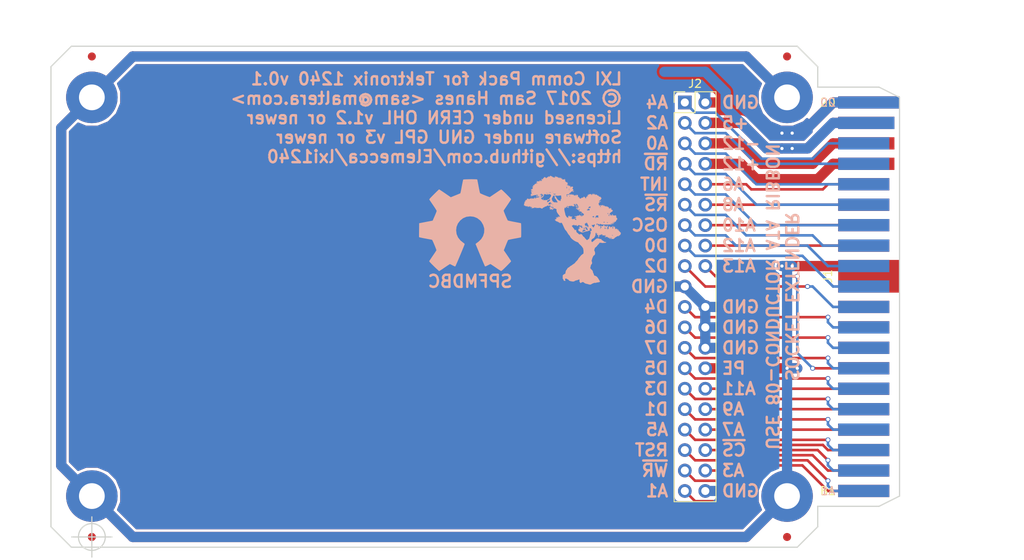
<source format=kicad_pcb>
(kicad_pcb (version 4) (host pcbnew 4.0.7)

  (general
    (links 45)
    (no_connects 0)
    (area 119.304999 57.709999 224.865001 120.090001)
    (thickness 1.6)
    (drawings 61)
    (tracks 228)
    (zones 0)
    (modules 12)
    (nets 38)
  )

  (page A4)
  (title_block
    (title "LXI Comm Pack for Tektronix 1240")
    (company "© 2017 Sam Hanes <sam@maltera.com>")
    (comment 1 "Licensed under CERN OHL v1.2 or newer")
    (comment 2 https://github.com/Elemecca/lxi1240)
  )

  (layers
    (0 F.Cu signal)
    (31 B.Cu signal)
    (32 B.Adhes user hide)
    (33 F.Adhes user hide)
    (34 B.Paste user hide)
    (35 F.Paste user hide)
    (36 B.SilkS user)
    (37 F.SilkS user)
    (38 B.Mask user)
    (39 F.Mask user)
    (41 Cmts.User user)
    (44 Edge.Cuts user)
    (45 Margin user)
    (46 B.CrtYd user)
    (47 F.CrtYd user)
    (48 B.Fab user)
    (49 F.Fab user)
  )

  (setup
    (last_trace_width 0.32258)
    (trace_clearance 0.2)
    (zone_clearance 0.32258)
    (zone_45_only yes)
    (trace_min 0.1524)
    (segment_width 0.2)
    (edge_width 0.15)
    (via_size 0.6)
    (via_drill 0.4)
    (via_min_size 0.254)
    (via_min_drill 0.254)
    (uvia_size 0.3)
    (uvia_drill 0.1)
    (uvias_allowed no)
    (uvia_min_size 0)
    (uvia_min_drill 0)
    (pcb_text_width 0.3)
    (pcb_text_size 1.5 1.5)
    (mod_edge_width 0.15)
    (mod_text_size 1 1)
    (mod_text_width 0.15)
    (pad_size 1.7 1.7)
    (pad_drill 1)
    (pad_to_mask_clearance 0.2)
    (aux_axis_origin 124.46 118.745)
    (visible_elements FFFEFBFF)
    (pcbplotparams
      (layerselection 0x010f0_80000001)
      (usegerberextensions false)
      (excludeedgelayer true)
      (linewidth 0.100000)
      (plotframeref false)
      (viasonmask false)
      (mode 1)
      (useauxorigin false)
      (hpglpennumber 1)
      (hpglpenspeed 20)
      (hpglpendiameter 15)
      (hpglpenoverlay 2)
      (psnegative false)
      (psa4output false)
      (plotreference true)
      (plotvalue true)
      (plotinvisibletext false)
      (padsonsilk false)
      (subtractmaskfromsilk false)
      (outputformat 1)
      (mirror false)
      (drillshape 0)
      (scaleselection 1)
      (outputdirectory ""))
  )

  (net 0 "")
  (net 1 GND)
  (net 2 +5V)
  (net 3 Earth_Protective)
  (net 4 -12VA)
  (net 5 +12VA)
  (net 6 /H-A6)
  (net 7 /H-A8)
  (net 8 /H-A10)
  (net 9 /H-A12)
  (net 10 "Net-(J1-PadB10)")
  (net 11 "Net-(J1-PadB9)")
  (net 12 "Net-(J1-PadB8)")
  (net 13 /H-A13)
  (net 14 /H-A11)
  (net 15 /H-A9)
  (net 16 /H-A7)
  (net 17 /~H-CS)
  (net 18 /H-A3)
  (net 19 /H-A1)
  (net 20 /~H-WR)
  (net 21 /H-RST)
  (net 22 /H-A5)
  (net 23 /H-D1)
  (net 24 /H-D3)
  (net 25 /H-D5)
  (net 26 /H-D7)
  (net 27 /H-D6)
  (net 28 /H-D4)
  (net 29 /H-D2)
  (net 30 /H-D0)
  (net 31 "Net-(J1-PadA12)")
  (net 32 /~H-RS)
  (net 33 /H-INT)
  (net 34 /~H-RD)
  (net 35 /H-A0)
  (net 36 /H-A2)
  (net 37 /H-A4)

  (net_class Default "This is the default net class."
    (clearance 0.2)
    (trace_width 0.32258)
    (via_dia 0.6)
    (via_drill 0.4)
    (uvia_dia 0.3)
    (uvia_drill 0.1)
    (add_net /H-A0)
    (add_net /H-A1)
    (add_net /H-A10)
    (add_net /H-A11)
    (add_net /H-A12)
    (add_net /H-A13)
    (add_net /H-A2)
    (add_net /H-A3)
    (add_net /H-A4)
    (add_net /H-A5)
    (add_net /H-A6)
    (add_net /H-A7)
    (add_net /H-A8)
    (add_net /H-A9)
    (add_net /H-D0)
    (add_net /H-D1)
    (add_net /H-D2)
    (add_net /H-D3)
    (add_net /H-D4)
    (add_net /H-D5)
    (add_net /H-D6)
    (add_net /H-D7)
    (add_net /H-INT)
    (add_net /H-RST)
    (add_net /~H-CS)
    (add_net /~H-RD)
    (add_net /~H-RS)
    (add_net /~H-WR)
    (add_net "Net-(J1-PadA12)")
    (add_net "Net-(J1-PadB10)")
    (add_net "Net-(J1-PadB8)")
    (add_net "Net-(J1-PadB9)")
  )

  (net_class Power ""
    (clearance 0.2)
    (trace_width 1.27)
    (via_dia 0.6)
    (via_drill 0.4)
    (uvia_dia 0.3)
    (uvia_drill 0.1)
    (add_net +12VA)
    (add_net +5V)
    (add_net -12VA)
    (add_net Earth_Protective)
    (add_net GND)
  )

  (module Fiducials:Fiducial_1mm_Dia_2mm_Outer locked (layer F.Cu) (tedit 59FF0B88) (tstamp 5A027B36)
    (at 124.46 118.745)
    (descr "Circular Fiducial, 1mm bare copper top; 2mm keepout (Level A)")
    (tags marker)
    (attr virtual)
    (fp_text reference FD2 (at 0 -2) (layer F.SilkS) hide
      (effects (font (size 1 1) (thickness 0.15)))
    )
    (fp_text value Fiducial_1mm_Dia_2mm_Outer (at 0 2) (layer F.Fab)
      (effects (font (size 1 1) (thickness 0.15)))
    )
    (fp_circle (center 0 0) (end 1 0) (layer F.Fab) (width 0.1))
    (fp_text user %R (at 0 0) (layer F.Fab)
      (effects (font (size 0.4 0.4) (thickness 0.06)))
    )
    (fp_circle (center 0 0) (end 1.25 0) (layer F.CrtYd) (width 0.05))
    (pad ~ smd circle (at 0 0) (size 1 1) (layers F.Cu F.Mask)
      (solder_mask_margin 0.5) (clearance 0.5))
  )

  (module Fiducials:Fiducial_1mm_Dia_2mm_Outer locked (layer F.Cu) (tedit 59FF0B57) (tstamp 5A027B28)
    (at 124.46 59.055)
    (descr "Circular Fiducial, 1mm bare copper top; 2mm keepout (Level A)")
    (tags marker)
    (attr virtual)
    (fp_text reference FD3 (at 0 -2) (layer F.SilkS) hide
      (effects (font (size 1 1) (thickness 0.15)))
    )
    (fp_text value Fiducial_1mm_Dia_2mm_Outer (at 0 2) (layer F.Fab)
      (effects (font (size 1 1) (thickness 0.15)))
    )
    (fp_circle (center 0 0) (end 1 0) (layer F.Fab) (width 0.1))
    (fp_text user %R (at 0 0) (layer F.Fab)
      (effects (font (size 0.4 0.4) (thickness 0.06)))
    )
    (fp_circle (center 0 0) (end 1.25 0) (layer F.CrtYd) (width 0.05))
    (pad ~ smd circle (at 0 0) (size 1 1) (layers F.Cu F.Mask)
      (solder_mask_margin 0.5) (clearance 0.5))
  )

  (module Fiducials:Fiducial_1mm_Dia_2mm_Outer locked (layer F.Cu) (tedit 59FF0B2B) (tstamp 5A027B10)
    (at 210.82 118.745)
    (descr "Circular Fiducial, 1mm bare copper top; 2mm keepout (Level A)")
    (tags marker)
    (attr virtual)
    (fp_text reference FD1 (at 0 -2) (layer F.SilkS) hide
      (effects (font (size 1 1) (thickness 0.15)))
    )
    (fp_text value Fiducial_1mm_Dia_2mm_Outer (at 0 2) (layer F.Fab)
      (effects (font (size 1 1) (thickness 0.15)))
    )
    (fp_circle (center 0 0) (end 1 0) (layer F.Fab) (width 0.1))
    (fp_text user %R (at 0 0) (layer F.Fab)
      (effects (font (size 0.4 0.4) (thickness 0.06)))
    )
    (fp_circle (center 0 0) (end 1.25 0) (layer F.CrtYd) (width 0.05))
    (pad ~ smd circle (at 0 0) (size 1 1) (layers F.Cu F.Mask)
      (solder_mask_margin 0.5) (clearance 0.5))
  )

  (module 1240comm:1240COMM locked (layer F.Cu) (tedit 59FEA57F) (tstamp 59FD1632)
    (at 217.17 62.23)
    (path /59FE52B4)
    (fp_text reference J1 (at -1.27 24.13 90) (layer F.SilkS)
      (effects (font (size 1 1) (thickness 0.15)))
    )
    (fp_text value 1240COMM (at -1.27 31.75 90) (layer F.Fab) hide
      (effects (font (size 1 1) (thickness 0.15)))
    )
    (fp_text user 20 (at -1.27 2.54) (layer B.SilkS)
      (effects (font (size 1 1) (thickness 0.15)) (justify mirror))
    )
    (fp_text user A1 (at -1.27 50.8) (layer B.SilkS)
      (effects (font (size 1 1) (thickness 0.15)) (justify mirror))
    )
    (fp_text user 20 (at -1.27 2.54) (layer F.SilkS)
      (effects (font (size 1 1) (thickness 0.15)))
    )
    (fp_text user B1 (at -1.27 50.8) (layer F.SilkS)
      (effects (font (size 1 1) (thickness 0.15)))
    )
    (pad B20 connect rect (at 0 2.54) (size 7.62 1.524) (drill (offset 3.81 0)) (layers F.Cu F.Mask)
      (net 1 GND))
    (pad B19 connect rect (at 0 5.08) (size 6.985 1.524) (drill (offset 3.4925 0)) (layers F.Cu F.Mask)
      (net 2 +5V))
    (pad B18 connect rect (at 0 7.62) (size 6.985 1.524) (drill (offset 3.4925 0)) (layers F.Cu F.Mask)
      (net 4 -12VA))
    (pad B17 connect rect (at 0 10.16) (size 6.985 1.524) (drill (offset 3.4925 0)) (layers F.Cu F.Mask)
      (net 5 +12VA))
    (pad B16 connect rect (at 0 12.7) (size 6.35 1.524) (drill (offset 3.175 0)) (layers F.Cu F.Mask)
      (net 6 /H-A6))
    (pad B15 connect rect (at 0 15.24) (size 6.35 1.524) (drill (offset 3.175 0)) (layers F.Cu F.Mask)
      (net 7 /H-A8))
    (pad B14 connect rect (at 0 17.78) (size 6.35 1.524) (drill (offset 3.175 0)) (layers F.Cu F.Mask)
      (net 8 /H-A10))
    (pad B13 connect rect (at 0 20.32) (size 6.35 1.524) (drill (offset 3.175 0)) (layers F.Cu F.Mask)
      (net 9 /H-A12))
    (pad B11 connect rect (at 0 24.13) (size 7.62 4.064) (drill (offset 3.81 0)) (layers F.Cu F.Mask)
      (net 3 Earth_Protective))
    (pad B10 connect rect (at 0 27.94) (size 6.35 1.524) (drill (offset 3.175 0)) (layers F.Cu F.Mask)
      (net 10 "Net-(J1-PadB10)"))
    (pad B9 connect rect (at 0 30.48) (size 6.35 1.524) (drill (offset 3.175 0)) (layers F.Cu F.Mask)
      (net 11 "Net-(J1-PadB9)"))
    (pad B8 connect rect (at 0 33.02) (size 6.35 1.524) (drill (offset 3.175 0)) (layers F.Cu F.Mask)
      (net 12 "Net-(J1-PadB8)"))
    (pad B7 connect rect (at 0 35.56) (size 6.35 1.524) (drill (offset 3.175 0)) (layers F.Cu F.Mask)
      (net 13 /H-A13))
    (pad B6 connect rect (at 0 38.1) (size 6.35 1.524) (drill (offset 3.175 0)) (layers F.Cu F.Mask)
      (net 14 /H-A11))
    (pad B5 connect rect (at 0 40.64) (size 6.35 1.524) (drill (offset 3.175 0)) (layers F.Cu F.Mask)
      (net 15 /H-A9))
    (pad B4 connect rect (at 0 43.18) (size 6.35 1.524) (drill (offset 3.175 0)) (layers F.Cu F.Mask)
      (net 16 /H-A7))
    (pad B3 connect rect (at 0 45.72) (size 6.35 1.524) (drill (offset 3.175 0)) (layers F.Cu F.Mask)
      (net 17 /~H-CS))
    (pad B2 connect rect (at 0 48.26) (size 6.35 1.524) (drill (offset 3.175 0)) (layers F.Cu F.Mask)
      (net 18 /H-A3))
    (pad B1 connect rect (at 0 50.8) (size 6.35 1.524) (drill (offset 3.175 0)) (layers F.Cu F.Mask)
      (net 19 /H-A1))
    (pad A1 connect rect (at 0 50.8) (size 6.35 1.524) (drill (offset 3.175 0)) (layers B.Cu B.Mask)
      (net 20 /~H-WR))
    (pad A2 connect rect (at 0 48.26) (size 6.35 1.524) (drill (offset 3.175 0)) (layers B.Cu B.Mask)
      (net 21 /H-RST))
    (pad A3 connect rect (at 0 45.72) (size 6.35 1.524) (drill (offset 3.175 0)) (layers B.Cu B.Mask)
      (net 22 /H-A5))
    (pad A4 connect rect (at 0 43.18) (size 6.35 1.524) (drill (offset 3.175 0)) (layers B.Cu B.Mask)
      (net 23 /H-D1))
    (pad A5 connect rect (at 0 40.64) (size 6.35 1.524) (drill (offset 3.175 0)) (layers B.Cu B.Mask)
      (net 24 /H-D3))
    (pad A6 connect rect (at 0 38.1) (size 6.35 1.524) (drill (offset 3.175 0)) (layers B.Cu B.Mask)
      (net 25 /H-D5))
    (pad A7 connect rect (at 0 35.56) (size 6.35 1.524) (drill (offset 3.175 0)) (layers B.Cu B.Mask)
      (net 26 /H-D7))
    (pad A8 connect rect (at 0 33.02) (size 6.35 1.524) (drill (offset 3.175 0)) (layers B.Cu B.Mask)
      (net 27 /H-D6))
    (pad A9 connect rect (at 0 30.48) (size 6.35 1.524) (drill (offset 3.175 0)) (layers B.Cu B.Mask)
      (net 28 /H-D4))
    (pad A10 connect rect (at 0 27.94) (size 6.35 1.524) (drill (offset 3.175 0)) (layers B.Cu B.Mask)
      (net 29 /H-D2))
    (pad A11 connect rect (at 0 25.4) (size 6.35 1.524) (drill (offset 3.175 0)) (layers B.Cu B.Mask)
      (net 30 /H-D0))
    (pad A12 connect rect (at 0 22.86) (size 6.35 1.524) (drill (offset 3.175 0)) (layers B.Cu B.Mask)
      (net 31 "Net-(J1-PadA12)"))
    (pad A13 connect rect (at 0 20.32) (size 6.35 1.524) (drill (offset 3.175 0)) (layers B.Cu B.Mask)
      (net 32 /~H-RS))
    (pad A14 connect rect (at 0 17.78) (size 6.35 1.524) (drill (offset 3.175 0)) (layers B.Cu B.Mask)
      (net 33 /H-INT))
    (pad A15 connect rect (at 0 15.24) (size 6.35 1.524) (drill (offset 3.175 0)) (layers B.Cu B.Mask)
      (net 34 /~H-RD))
    (pad A16 connect rect (at 0 12.7) (size 6.35 1.524) (drill (offset 3.175 0)) (layers B.Cu B.Mask)
      (net 35 /H-A0))
    (pad A17 connect rect (at 0 10.16) (size 6.35 1.524) (drill (offset 3.175 0)) (layers B.Cu B.Mask)
      (net 36 /H-A2))
    (pad A18 connect rect (at 0 7.62) (size 6.35 1.524) (drill (offset 3.175 0)) (layers B.Cu B.Mask)
      (net 37 /H-A4))
    (pad A19 connect rect (at 0 5.08) (size 6.985 1.524) (drill (offset 3.4925 0)) (layers B.Cu B.Mask)
      (net 2 +5V))
    (pad A20 connect rect (at 0 2.54) (size 7.62 1.524) (drill (offset 3.81 0)) (layers B.Cu B.Mask)
      (net 1 GND))
  )

  (module Mounting_Holes:MountingHole_3.2mm_M3_Pad (layer F.Cu) (tedit 59FED9C9) (tstamp 5A0273FA)
    (at 210.82 64.135)
    (descr "Mounting Hole 3.2mm, M3")
    (tags "mounting hole 3.2mm m3")
    (path /59FEB9B8)
    (attr virtual)
    (fp_text reference H4 (at 0 -4.445) (layer F.SilkS) hide
      (effects (font (size 1 1) (thickness 0.15)))
    )
    (fp_text value Mount (at 0 4.2) (layer F.Fab)
      (effects (font (size 1 1) (thickness 0.15)))
    )
    (fp_text user %R (at 0.3 0) (layer F.Fab)
      (effects (font (size 1 1) (thickness 0.15)))
    )
    (fp_circle (center 0 0) (end 3.2 0) (layer Cmts.User) (width 0.15))
    (fp_circle (center 0 0) (end 3.45 0) (layer F.CrtYd) (width 0.05))
    (pad 1 thru_hole circle (at 0 0) (size 6.4 6.4) (drill 3.2) (layers *.Cu *.Mask)
      (net 3 Earth_Protective))
  )

  (module Mounting_Holes:MountingHole_3.2mm_M3_Pad (layer F.Cu) (tedit 59FED9B6) (tstamp 5A02744E)
    (at 210.82 113.665)
    (descr "Mounting Hole 3.2mm, M3")
    (tags "mounting hole 3.2mm m3")
    (path /59FEB8E7)
    (attr virtual)
    (fp_text reference H1 (at 0 4.445) (layer F.SilkS) hide
      (effects (font (size 1 1) (thickness 0.15)))
    )
    (fp_text value Mount (at 0 4.2) (layer F.Fab)
      (effects (font (size 1 1) (thickness 0.15)))
    )
    (fp_text user %R (at 0.3 0) (layer F.Fab)
      (effects (font (size 1 1) (thickness 0.15)))
    )
    (fp_circle (center 0 0) (end 3.2 0) (layer Cmts.User) (width 0.15))
    (fp_circle (center 0 0) (end 3.45 0) (layer F.CrtYd) (width 0.05))
    (pad 1 thru_hole circle (at 0 0) (size 6.4 6.4) (drill 3.2) (layers *.Cu *.Mask)
      (net 3 Earth_Protective))
  )

  (module Mounting_Holes:MountingHole_3.2mm_M3_Pad (layer F.Cu) (tedit 59FED9C1) (tstamp 5A027453)
    (at 124.46 113.665)
    (descr "Mounting Hole 3.2mm, M3")
    (tags "mounting hole 3.2mm m3")
    (path /59FEB959)
    (attr virtual)
    (fp_text reference H2 (at 0 4.445) (layer F.SilkS) hide
      (effects (font (size 1 1) (thickness 0.15)))
    )
    (fp_text value Mount (at 0 4.2) (layer F.Fab)
      (effects (font (size 1 1) (thickness 0.15)))
    )
    (fp_text user %R (at 0.3 0) (layer F.Fab)
      (effects (font (size 1 1) (thickness 0.15)))
    )
    (fp_circle (center 0 0) (end 3.2 0) (layer Cmts.User) (width 0.15))
    (fp_circle (center 0 0) (end 3.45 0) (layer F.CrtYd) (width 0.05))
    (pad 1 thru_hole circle (at 0 0) (size 6.4 6.4) (drill 3.2) (layers *.Cu *.Mask)
      (net 3 Earth_Protective))
  )

  (module Mounting_Holes:MountingHole_3.2mm_M3_Pad (layer F.Cu) (tedit 59FED9C5) (tstamp 5A027458)
    (at 124.46 64.135)
    (descr "Mounting Hole 3.2mm, M3")
    (tags "mounting hole 3.2mm m3")
    (path /59FEB991)
    (attr virtual)
    (fp_text reference H3 (at 0 -4.445) (layer F.SilkS) hide
      (effects (font (size 1 1) (thickness 0.15)))
    )
    (fp_text value Mount (at 0 4.2) (layer F.Fab)
      (effects (font (size 1 1) (thickness 0.15)))
    )
    (fp_text user %R (at 0.3 0) (layer F.Fab)
      (effects (font (size 1 1) (thickness 0.15)))
    )
    (fp_circle (center 0 0) (end 3.2 0) (layer Cmts.User) (width 0.15))
    (fp_circle (center 0 0) (end 3.45 0) (layer F.CrtYd) (width 0.05))
    (pad 1 thru_hole circle (at 0 0) (size 6.4 6.4) (drill 3.2) (layers *.Cu *.Mask)
      (net 3 Earth_Protective))
  )

  (module 1240comm:ATA_HEADER (layer F.Cu) (tedit 59FEE68A) (tstamp 5A0279C1)
    (at 198.12 64.77)
    (descr "Through hole straight pin header, 2x20, 2.54mm pitch, double rows")
    (tags "Through hole pin header THT 2x20 2.54mm double row")
    (path /59FE6D32)
    (fp_text reference J2 (at 1.27 -2.33) (layer F.SilkS)
      (effects (font (size 1 1) (thickness 0.15)))
    )
    (fp_text value 1240COMM_EXT (at 1.27 50.59) (layer F.Fab)
      (effects (font (size 1 1) (thickness 0.15)))
    )
    (fp_line (start 0 -1.27) (end 3.81 -1.27) (layer F.Fab) (width 0.1))
    (fp_line (start 3.81 -1.27) (end 3.81 49.53) (layer F.Fab) (width 0.1))
    (fp_line (start 3.81 49.53) (end -1.27 49.53) (layer F.Fab) (width 0.1))
    (fp_line (start -1.27 49.53) (end -1.27 0) (layer F.Fab) (width 0.1))
    (fp_line (start -1.27 0) (end 0 -1.27) (layer F.Fab) (width 0.1))
    (fp_line (start -1.33 49.59) (end 3.87 49.59) (layer F.SilkS) (width 0.12))
    (fp_line (start -1.33 1.27) (end -1.33 49.59) (layer F.SilkS) (width 0.12))
    (fp_line (start 3.87 -1.33) (end 3.87 49.59) (layer F.SilkS) (width 0.12))
    (fp_line (start -1.33 1.27) (end 1.27 1.27) (layer F.SilkS) (width 0.12))
    (fp_line (start 1.27 1.27) (end 1.27 -1.33) (layer F.SilkS) (width 0.12))
    (fp_line (start 1.27 -1.33) (end 3.87 -1.33) (layer F.SilkS) (width 0.12))
    (fp_line (start -1.33 0) (end -1.33 -1.33) (layer F.SilkS) (width 0.12))
    (fp_line (start -1.33 -1.33) (end 0 -1.33) (layer F.SilkS) (width 0.12))
    (fp_line (start -1.8 -1.8) (end -1.8 50.05) (layer F.CrtYd) (width 0.05))
    (fp_line (start -1.8 50.05) (end 4.35 50.05) (layer F.CrtYd) (width 0.05))
    (fp_line (start 4.35 50.05) (end 4.35 -1.8) (layer F.CrtYd) (width 0.05))
    (fp_line (start 4.35 -1.8) (end -1.8 -1.8) (layer F.CrtYd) (width 0.05))
    (fp_text user %R (at 1.27 24.13 90) (layer F.Fab)
      (effects (font (size 1 1) (thickness 0.15)))
    )
    (pad 1 thru_hole rect (at 0 0) (size 1.7 1.7) (drill 1) (layers *.Cu *.Mask)
      (net 37 /H-A4))
    (pad 2 thru_hole oval (at 2.54 0) (size 1.7 1.7) (drill 1) (layers *.Cu *.Mask)
      (net 1 GND))
    (pad 3 thru_hole oval (at 0 2.54) (size 1.7 1.7) (drill 1) (layers *.Cu *.Mask)
      (net 36 /H-A2))
    (pad 4 thru_hole oval (at 2.54 2.54) (size 1.7 1.7) (drill 1) (layers *.Cu *.Mask)
      (net 2 +5V))
    (pad 5 thru_hole oval (at 0 5.08) (size 1.7 1.7) (drill 1) (layers *.Cu *.Mask)
      (net 35 /H-A0))
    (pad 6 thru_hole oval (at 2.54 5.08) (size 1.7 1.7) (drill 1) (layers *.Cu *.Mask)
      (net 4 -12VA))
    (pad 7 thru_hole oval (at 0 7.62) (size 1.7 1.7) (drill 1) (layers *.Cu *.Mask)
      (net 34 /~H-RD))
    (pad 8 thru_hole oval (at 2.54 7.62) (size 1.7 1.7) (drill 1) (layers *.Cu *.Mask)
      (net 5 +12VA))
    (pad 9 thru_hole oval (at 0 10.16) (size 1.7 1.7) (drill 1) (layers *.Cu *.Mask)
      (net 33 /H-INT))
    (pad 10 thru_hole oval (at 2.54 10.16) (size 1.7 1.7) (drill 1) (layers *.Cu *.Mask)
      (net 6 /H-A6))
    (pad 11 thru_hole oval (at 0 12.7) (size 1.7 1.7) (drill 1) (layers *.Cu *.Mask)
      (net 32 /~H-RS))
    (pad 12 thru_hole oval (at 2.54 12.7) (size 1.7 1.7) (drill 1) (layers *.Cu *.Mask)
      (net 7 /H-A8))
    (pad 13 thru_hole oval (at 0 15.24) (size 1.7 1.7) (drill 1) (layers *.Cu *.Mask)
      (net 31 "Net-(J1-PadA12)"))
    (pad 14 thru_hole oval (at 2.54 15.24) (size 1.7 1.7) (drill 1) (layers *.Cu *.Mask)
      (net 8 /H-A10))
    (pad 15 thru_hole oval (at 0 17.78) (size 1.7 1.7) (drill 1) (layers *.Cu *.Mask)
      (net 30 /H-D0))
    (pad 16 thru_hole oval (at 2.54 17.78) (size 1.7 1.7) (drill 1) (layers *.Cu *.Mask)
      (net 9 /H-A12))
    (pad 17 thru_hole oval (at 0 20.32) (size 1.7 1.7) (drill 1) (layers *.Cu *.Mask)
      (net 29 /H-D2))
    (pad 18 thru_hole oval (at 2.54 20.32) (size 1.7 1.7) (drill 1) (layers *.Cu *.Mask)
      (net 13 /H-A13))
    (pad 19 thru_hole oval (at 0 22.86) (size 1.7 1.7) (drill 1) (layers *.Cu *.Mask)
      (net 1 GND))
    (pad 21 thru_hole oval (at 0 25.4) (size 1.7 1.7) (drill 1) (layers *.Cu *.Mask)
      (net 28 /H-D4))
    (pad 22 thru_hole oval (at 2.54 25.4) (size 1.7 1.7) (drill 1) (layers *.Cu *.Mask)
      (net 1 GND))
    (pad 23 thru_hole oval (at 0 27.94) (size 1.7 1.7) (drill 1) (layers *.Cu *.Mask)
      (net 27 /H-D6))
    (pad 24 thru_hole oval (at 2.54 27.94) (size 1.7 1.7) (drill 1) (layers *.Cu *.Mask)
      (net 1 GND))
    (pad 25 thru_hole oval (at 0 30.48) (size 1.7 1.7) (drill 1) (layers *.Cu *.Mask)
      (net 26 /H-D7))
    (pad 26 thru_hole oval (at 2.54 30.48) (size 1.7 1.7) (drill 1) (layers *.Cu *.Mask)
      (net 1 GND))
    (pad 27 thru_hole oval (at 0 33.02) (size 1.7 1.7) (drill 1) (layers *.Cu *.Mask)
      (net 25 /H-D5))
    (pad 28 thru_hole oval (at 2.54 33.02) (size 1.7 1.7) (drill 1) (layers *.Cu *.Mask)
      (net 3 Earth_Protective))
    (pad 29 thru_hole oval (at 0 35.56) (size 1.7 1.7) (drill 1) (layers *.Cu *.Mask)
      (net 24 /H-D3))
    (pad 30 thru_hole oval (at 2.54 35.56) (size 1.7 1.7) (drill 1) (layers *.Cu *.Mask)
      (net 14 /H-A11))
    (pad 31 thru_hole oval (at 0 38.1) (size 1.7 1.7) (drill 1) (layers *.Cu *.Mask)
      (net 23 /H-D1))
    (pad 32 thru_hole oval (at 2.54 38.1) (size 1.7 1.7) (drill 1) (layers *.Cu *.Mask)
      (net 15 /H-A9))
    (pad 33 thru_hole oval (at 0 40.64) (size 1.7 1.7) (drill 1) (layers *.Cu *.Mask)
      (net 22 /H-A5))
    (pad 34 thru_hole oval (at 2.54 40.64) (size 1.7 1.7) (drill 1) (layers *.Cu *.Mask)
      (net 16 /H-A7))
    (pad 35 thru_hole oval (at 0 43.18) (size 1.7 1.7) (drill 1) (layers *.Cu *.Mask)
      (net 21 /H-RST))
    (pad 36 thru_hole oval (at 2.54 43.18) (size 1.7 1.7) (drill 1) (layers *.Cu *.Mask)
      (net 17 /~H-CS))
    (pad 37 thru_hole oval (at 0 45.72) (size 1.7 1.7) (drill 1) (layers *.Cu *.Mask)
      (net 20 /~H-WR))
    (pad 38 thru_hole oval (at 2.54 45.72) (size 1.7 1.7) (drill 1) (layers *.Cu *.Mask)
      (net 18 /H-A3))
    (pad 39 thru_hole oval (at 0 48.26) (size 1.7 1.7) (drill 1) (layers *.Cu *.Mask)
      (net 19 /H-A1))
    (pad 40 thru_hole oval (at 2.54 48.26) (size 1.7 1.7) (drill 1) (layers *.Cu *.Mask)
      (net 1 GND))
    (model ${KISYS3DMOD}/Pin_Headers.3dshapes/Pin_Header_Straight_2x20_Pitch2.54mm.wrl
      (at (xyz 0 0 0))
      (scale (xyz 1 1 1))
      (rotate (xyz 0 0 0))
    )
  )

  (module Fiducials:Fiducial_1mm_Dia_2mm_Outer locked (layer F.Cu) (tedit 59FF0B3C) (tstamp 5A027AFF)
    (at 210.82 59.055)
    (descr "Circular Fiducial, 1mm bare copper top; 2mm keepout (Level A)")
    (tags marker)
    (attr virtual)
    (fp_text reference FD4 (at 0 -2) (layer F.SilkS) hide
      (effects (font (size 1 1) (thickness 0.15)))
    )
    (fp_text value Fiducial_1mm_Dia_2mm_Outer (at 0 2) (layer F.Fab)
      (effects (font (size 1 1) (thickness 0.15)))
    )
    (fp_circle (center 0 0) (end 1 0) (layer F.Fab) (width 0.1))
    (fp_text user %R (at 0 0) (layer F.Fab)
      (effects (font (size 0.4 0.4) (thickness 0.06)))
    )
    (fp_circle (center 0 0) (end 1.25 0) (layer F.CrtYd) (width 0.05))
    (pad ~ smd circle (at 0 0) (size 1 1) (layers F.Cu F.Mask)
      (solder_mask_margin 0.5) (clearance 0.5))
  )

  (module 1240comm:OSHW (layer B.Cu) (tedit 0) (tstamp 59FF1F4C)
    (at 171.45 80.01 180)
    (fp_text reference G*** (at 0 -6.73608 180) (layer B.SilkS) hide
      (effects (font (size 0.57912 0.57912) (thickness 0.1143)) (justify mirror))
    )
    (fp_text value LOGO (at 0 6.73608 180) (layer B.SilkS) hide
      (effects (font (size 0.57912 0.57912) (thickness 0.1143)) (justify mirror))
    )
    (fp_poly (pts (xy 3.85064 -5.70484) (xy 3.78206 -5.66928) (xy 3.63474 -5.5753) (xy 3.42138 -5.43814)
      (xy 3.17246 -5.26796) (xy 2.921 -5.09778) (xy 2.71272 -4.96062) (xy 2.56794 -4.86664)
      (xy 2.50698 -4.83362) (xy 2.4765 -4.84632) (xy 2.35458 -4.90474) (xy 2.18186 -4.99364)
      (xy 2.0828 -5.04444) (xy 1.92278 -5.11556) (xy 1.84404 -5.12826) (xy 1.83134 -5.1054)
      (xy 1.77292 -4.98348) (xy 1.68148 -4.77774) (xy 1.55956 -4.50088) (xy 1.4224 -4.1783)
      (xy 1.27508 -3.83032) (xy 1.12776 -3.47726) (xy 0.98806 -3.13944) (xy 0.8636 -2.83464)
      (xy 0.76454 -2.58826) (xy 0.6985 -2.41554) (xy 0.67564 -2.34188) (xy 0.68326 -2.32664)
      (xy 0.762 -2.2479) (xy 0.9017 -2.14376) (xy 1.20142 -1.89992) (xy 1.4986 -1.53162)
      (xy 1.67894 -1.10998) (xy 1.73736 -0.64262) (xy 1.68656 -0.20828) (xy 1.51638 0.20828)
      (xy 1.22682 0.58166) (xy 0.87376 0.86106) (xy 0.46228 1.03632) (xy 0 1.0922)
      (xy -0.44196 1.04394) (xy -0.86868 0.8763) (xy -1.24206 0.59182) (xy -1.39954 0.40894)
      (xy -1.61798 0.02794) (xy -1.74244 -0.37846) (xy -1.75514 -0.4826) (xy -1.73736 -0.9271)
      (xy -1.60528 -1.35382) (xy -1.36906 -1.73736) (xy -1.04394 -2.04978) (xy -1.0033 -2.08026)
      (xy -0.8509 -2.19202) (xy -0.7493 -2.27076) (xy -0.67056 -2.3368) (xy -1.23698 -3.70332)
      (xy -1.32842 -3.92176) (xy -1.48336 -4.29514) (xy -1.62052 -4.61518) (xy -1.72974 -4.87172)
      (xy -1.80594 -5.04444) (xy -1.83896 -5.11302) (xy -1.84404 -5.11556) (xy -1.8923 -5.12572)
      (xy -1.99898 -5.08762) (xy -2.18694 -4.99364) (xy -2.31394 -4.93014) (xy -2.45872 -4.85902)
      (xy -2.52476 -4.83362) (xy -2.58064 -4.8641) (xy -2.72034 -4.95554) (xy -2.92354 -5.09016)
      (xy -3.16738 -5.25526) (xy -3.39852 -5.41528) (xy -3.61442 -5.55498) (xy -3.7719 -5.65658)
      (xy -3.84556 -5.69722) (xy -3.85826 -5.69722) (xy -3.92684 -5.65912) (xy -4.04876 -5.55498)
      (xy -4.23418 -5.37972) (xy -4.49834 -5.12064) (xy -4.53898 -5.08) (xy -4.75488 -4.85902)
      (xy -4.93014 -4.67614) (xy -5.04952 -4.54406) (xy -5.09016 -4.4831) (xy -5.09016 -4.4831)
      (xy -5.05206 -4.40944) (xy -4.953 -4.2545) (xy -4.81076 -4.03606) (xy -4.63804 -3.78206)
      (xy -4.18592 -3.1242) (xy -4.43484 -2.50444) (xy -4.51104 -2.31394) (xy -4.60756 -2.0828)
      (xy -4.68122 -1.92024) (xy -4.71678 -1.84658) (xy -4.78536 -1.82372) (xy -4.95554 -1.78308)
      (xy -5.19938 -1.73228) (xy -5.49402 -1.6764) (xy -5.77342 -1.6256) (xy -6.02742 -1.57734)
      (xy -6.2103 -1.54178) (xy -6.29158 -1.52654) (xy -6.3119 -1.51384) (xy -6.32714 -1.4732)
      (xy -6.33984 -1.38938) (xy -6.34492 -1.23444) (xy -6.34746 -0.99314) (xy -6.34746 -0.64262)
      (xy -6.34746 -0.60452) (xy -6.34492 -0.26924) (xy -6.33984 -0.00508) (xy -6.32968 0.17018)
      (xy -6.31952 0.23876) (xy -6.31698 0.23876) (xy -6.23824 0.25908) (xy -6.06044 0.29718)
      (xy -5.80644 0.34544) (xy -5.50672 0.40386) (xy -5.4864 0.4064) (xy -5.18668 0.46482)
      (xy -4.93522 0.51816) (xy -4.75996 0.5588) (xy -4.68376 0.58166) (xy -4.66852 0.60198)
      (xy -4.60756 0.71882) (xy -4.52374 0.90678) (xy -4.42214 1.13284) (xy -4.32562 1.36906)
      (xy -4.23926 1.57988) (xy -4.18338 1.7399) (xy -4.1656 1.81102) (xy -4.1656 1.81356)
      (xy -4.21132 1.88468) (xy -4.31546 2.03962) (xy -4.46278 2.25552) (xy -4.6355 2.51206)
      (xy -4.65074 2.53238) (xy -4.82346 2.78638) (xy -4.96316 2.99974) (xy -5.05714 3.15214)
      (xy -5.09016 3.22072) (xy -5.09016 3.2258) (xy -5.03428 3.302) (xy -4.90474 3.44678)
      (xy -4.71932 3.63982) (xy -4.4958 3.86334) (xy -4.42468 3.93446) (xy -4.1783 4.17322)
      (xy -4.00812 4.33324) (xy -3.90144 4.41706) (xy -3.85064 4.43484) (xy -3.8481 4.4323)
      (xy -3.7719 4.38658) (xy -3.61188 4.28244) (xy -3.39344 4.13512) (xy -3.1369 3.95986)
      (xy -3.11658 3.94716) (xy -2.86512 3.77698) (xy -2.65176 3.6322) (xy -2.5019 3.53314)
      (xy -2.43586 3.4925) (xy -2.4257 3.4925) (xy -2.32156 3.52298) (xy -2.14122 3.58648)
      (xy -1.92024 3.67284) (xy -1.68402 3.76682) (xy -1.47066 3.85826) (xy -1.31064 3.93192)
      (xy -1.23444 3.97256) (xy -1.23444 3.97764) (xy -1.2065 4.06908) (xy -1.16332 4.25704)
      (xy -1.10998 4.51866) (xy -1.04902 4.83108) (xy -1.0414 4.87934) (xy -0.98298 5.18414)
      (xy -0.93472 5.43306) (xy -0.89916 5.60578) (xy -0.88138 5.6769) (xy -0.8382 5.68706)
      (xy -0.69088 5.69722) (xy -0.46482 5.7023) (xy -0.19304 5.70738) (xy 0.09652 5.70484)
      (xy 0.37592 5.69722) (xy 0.61722 5.6896) (xy 0.7874 5.6769) (xy 0.85852 5.6642)
      (xy 0.86106 5.65912) (xy 0.889 5.56514) (xy 0.92964 5.37464) (xy 0.98298 5.11302)
      (xy 1.04394 4.8006) (xy 1.0541 4.74472) (xy 1.10998 4.445) (xy 1.16078 4.19608)
      (xy 1.19888 4.0259) (xy 1.21666 3.95986) (xy 1.2446 3.94462) (xy 1.36906 3.89128)
      (xy 1.57226 3.80746) (xy 1.82118 3.70586) (xy 2.40284 3.46964) (xy 3.11658 3.95986)
      (xy 3.18008 4.00304) (xy 3.43662 4.1783) (xy 3.64744 4.318) (xy 3.79476 4.41198)
      (xy 3.85572 4.44754) (xy 3.8608 4.445) (xy 3.93192 4.3815) (xy 4.07162 4.24942)
      (xy 4.26466 4.06146) (xy 4.49072 3.83794) (xy 4.65582 3.67284) (xy 4.8514 3.47218)
      (xy 4.97586 3.33756) (xy 5.04444 3.2512) (xy 5.06984 3.2004) (xy 5.06222 3.16484)
      (xy 5.0165 3.09118) (xy 4.91236 2.93624) (xy 4.76504 2.7178) (xy 4.59232 2.46634)
      (xy 4.45008 2.25552) (xy 4.29514 2.01676) (xy 4.19354 1.84658) (xy 4.15798 1.76276)
      (xy 4.16814 1.7272) (xy 4.2164 1.5875) (xy 4.30276 1.37668) (xy 4.40944 1.12522)
      (xy 4.65582 0.56134) (xy 5.02666 0.49022) (xy 5.25018 0.44958) (xy 5.56514 0.38862)
      (xy 5.86486 0.3302) (xy 6.33222 0.23876) (xy 6.35 -1.48336) (xy 6.27634 -1.51384)
      (xy 6.20776 -1.53162) (xy 6.03504 -1.56972) (xy 5.78612 -1.62052) (xy 5.49402 -1.67386)
      (xy 5.2451 -1.72212) (xy 4.99364 -1.76784) (xy 4.8133 -1.8034) (xy 4.73456 -1.82118)
      (xy 4.71424 -1.84658) (xy 4.65074 -1.9685) (xy 4.56184 -2.16154) (xy 4.46278 -2.39522)
      (xy 4.36118 -2.63652) (xy 4.27482 -2.8575) (xy 4.21132 -3.02768) (xy 4.18846 -3.11404)
      (xy 4.22402 -3.18008) (xy 4.318 -3.3274) (xy 4.4577 -3.53822) (xy 4.62788 -3.78714)
      (xy 4.79806 -4.03606) (xy 4.9403 -4.24942) (xy 5.0419 -4.40436) (xy 5.08254 -4.47294)
      (xy 5.06222 -4.5212) (xy 4.96316 -4.64058) (xy 4.7752 -4.83616) (xy 4.4958 -5.11302)
      (xy 4.45008 -5.15874) (xy 4.22656 -5.3721) (xy 4.0386 -5.54482) (xy 3.90652 -5.66166)
      (xy 3.85064 -5.70484)) (layer B.SilkS) (width 0.00254))
  )

  (module 1240comm:Bonsai (layer F.Cu) (tedit 59FF254D) (tstamp 59FF4229)
    (at 184.15 80.645)
    (descr "Imported from Bonsai.svg")
    (tags svg2mod)
    (attr smd)
    (fp_text reference Bonsai (at 0 9.84705 180) (layer F.SilkS) hide
      (effects (font (thickness 0.3048)))
    )
    (fp_text value Bonsai (at 0 -9.84705 180) (layer F.SilkS) hide
      (effects (font (thickness 0.3048)))
    )
    (fp_poly (pts (xy -5.955922 -3.09889) (xy -2.454936 -3.160182) (xy -2.438448 -3.105956) (xy -2.4231 -3.12599)
      (xy -2.392479 -3.133082) (xy -2.39838 -3.168413) (xy -2.4502 -3.194349) (xy -2.454936 -3.160182)
      (xy -5.955922 -3.09889) (xy -2.996969 -3.214357) (xy -2.954545 -3.293328) (xy -2.921569 -3.305131)
      (xy -2.965157 -3.216763) (xy -2.921569 -3.213192) (xy -2.893304 -3.256806) (xy -2.892113 -3.197894)
      (xy -2.852045 -3.220284) (xy -2.828491 -3.214357) (xy -2.859111 -3.180216) (xy -2.815498 -3.202605)
      (xy -2.769579 -3.209646) (xy -2.806076 -3.25326) (xy -2.797819 -3.268583) (xy -2.720064 -3.228515)
      (xy -2.685897 -3.220284) (xy -2.638763 -3.221449) (xy -2.70122 -3.27565) (xy -2.695344 -3.300395)
      (xy -2.715353 -3.341628) (xy -2.682351 -3.341628) (xy -2.688253 -3.373464) (xy -2.709477 -3.411177)
      (xy -2.704715 -3.420599) (xy -2.672904 -3.40292) (xy -2.688253 -3.435922) (xy -2.678805 -3.457146)
      (xy -2.70236 -3.461857) (xy -2.70355 -3.478345) (xy -2.741288 -3.47951) (xy -2.769579 -3.466543)
      (xy -2.820234 -3.465377) (xy -2.863822 -3.425309) (xy -2.861442 -3.40173) (xy -2.906271 -3.40292)
      (xy -2.909792 -3.388762) (xy -2.90389 -3.366398) (xy -2.934537 -3.361662) (xy -2.991093 -3.29923)
      (xy -2.996969 -3.214357) (xy -5.955922 -3.09889) (xy -3.132521 -3.586747) (xy -3.108916 -3.598524)
      (xy -3.108916 -3.572614) (xy -3.112462 -3.508991) (xy -3.113652 -3.438277) (xy -3.078295 -3.437112)
      (xy -3.095974 -3.464187) (xy -3.060617 -3.519578) (xy -3.027615 -3.582036) (xy -3.035821 -3.537257)
      (xy -3.048839 -3.464187) (xy -2.998159 -3.488957) (xy -3.017028 -3.513677) (xy -3.015812 -3.53019)
      (xy -2.979315 -3.53019) (xy -2.953355 -3.582036) (xy -2.918023 -3.558456) (xy -2.875574 -3.616202)
      (xy -2.840243 -3.628005) (xy -2.795489 -3.685726) (xy -2.768363 -3.722274) (xy -2.786017 -3.803575)
      (xy -2.766008 -3.881355) (xy -2.807266 -3.848354) (xy -2.892113 -3.789442) (xy -2.965157 -3.735241)
      (xy -3.012317 -3.741117) (xy -3.091237 -3.696338) (xy -3.124264 -3.70224) (xy -3.131331 -3.65627)
      (xy -3.132521 -3.586747) (xy -5.955922 -3.09889) (xy -3.862508 -3.935556) (xy -3.800659 -3.850709)
      (xy -3.761756 -3.808286) (xy -3.767936 -3.843643) (xy -3.744938 -3.839236) (xy -3.72997 -3.801245)
      (xy -3.721105 -3.775613) (xy -3.685723 -3.758796) (xy -3.660117 -3.787973) (xy -3.683114 -3.819784)
      (xy -3.675187 -3.833031) (xy -3.648644 -3.846302) (xy -3.657458 -3.875454) (xy -3.653025 -3.893133)
      (xy -3.635347 -3.905518) (xy -3.622126 -3.935556) (xy -3.601762 -3.920537) (xy -3.606195 -3.879886)
      (xy -3.598217 -3.852482) (xy -3.630914 -3.793266) (xy -3.627419 -3.744638) (xy -3.576131 -3.738458)
      (xy -3.546954 -3.743777) (xy -3.55673 -3.778247) (xy -3.578816 -3.79856) (xy -3.536418 -3.777361)
      (xy -3.511647 -3.74289) (xy -3.461246 -3.744638) (xy -3.416163 -3.747322) (xy -3.39233 -3.726985)
      (xy -3.387037 -3.813604) (xy -3.380857 -3.831258) (xy -3.371992 -3.796812) (xy -3.369307 -3.723439)
      (xy -3.341954 -3.725212) (xy -3.334862 -3.749957) (xy -3.337521 -3.77384) (xy -3.315461 -3.74907)
      (xy -3.297783 -3.736685) (xy -3.178414 -3.763203) (xy -3.059097 -3.797673) (xy -3.032604 -3.843643)
      (xy -2.925697 -3.84187) (xy -2.906221 -3.891385) (xy -2.861138 -3.915243) (xy -2.842649 -3.952348)
      (xy -2.821374 -3.978866) (xy -2.793969 -4.041602) (xy -2.753319 -4.09907) (xy -2.699422 -4.137947)
      (xy -2.670245 -4.233381) (xy -2.649932 -4.303209) (xy -2.630531 -4.336793) (xy -2.661406 -4.391602)
      (xy -2.702056 -4.410141) (xy -2.733918 -4.447271) (xy -2.782496 -4.469382) (xy -2.815194 -4.506512)
      (xy -2.873523 -4.513579) (xy -2.880589 -4.498534) (xy -2.888567 -4.479994) (xy -2.856756 -4.437546)
      (xy -2.868255 -4.427845) (xy -2.915972 -4.460543) (xy -2.944262 -4.439319) (xy -2.980481 -4.456997)
      (xy -3.054715 -4.467609) (xy -3.069734 -4.449044) (xy -3.106003 -4.456111) (xy -3.137789 -4.46495)
      (xy -3.175806 -4.442839) (xy -3.194345 -4.427845) (xy -3.197866 -4.406621) (xy -3.214683 -4.433139)
      (xy -3.220863 -4.458745) (xy -3.231501 -4.435773) (xy -3.24034 -4.418094) (xy -3.255334 -4.450817)
      (xy -3.29335 -4.479083) (xy -3.321641 -4.465836) (xy -3.345474 -4.478222) (xy -3.379084 -4.476449)
      (xy -3.427687 -4.488834) (xy -3.497515 -4.486174) (xy -3.523121 -4.453477) (xy -3.540774 -4.429618)
      (xy -3.540774 -4.4031) (xy -3.511647 -4.407507) (xy -3.463019 -4.402214) (xy -3.508988 -4.386283)
      (xy -3.537254 -4.364223) (xy -3.507241 -4.350926) (xy -3.465653 -4.342998) (xy -3.490423 -4.329727)
      (xy -3.55673 -4.328866) (xy -3.599154 -4.278464) (xy -3.577929 -4.272284) (xy -3.552298 -4.309414)
      (xy -3.539938 -4.296143) (xy -3.55055 -4.257265) (xy -3.536418 -4.231634) (xy -3.586769 -4.236066)
      (xy -3.615946 -4.17685) (xy -3.669843 -4.126449) (xy -3.618555 -4.081366) (xy -3.631851 -4.06812)
      (xy -3.688408 -4.110543) (xy -3.760869 -4.049555) (xy -3.880162 -4.001838) (xy -3.882846 -3.940875)
      (xy -3.862508 -3.935556) (xy -5.955922 -3.09889) (xy -3.847743 -4.091117) (xy -3.812461 -4.129995)
      (xy -3.78298 -4.112316) (xy -3.771203 -4.140582) (xy -3.794732 -4.179484) (xy -3.791212 -4.195998)
      (xy -3.808916 -4.253719) (xy -3.884315 -4.316202) (xy -3.892547 -4.317342) (xy -3.891382 -4.234876)
      (xy -3.891382 -4.140582) (xy -3.871322 -4.158285) (xy -3.843032 -4.212486) (xy -3.843032 -4.158285)
      (xy -3.847743 -4.091117) (xy -5.955922 -3.09889) (xy -3.937326 -4.104085) (xy -3.947938 -4.172418)
      (xy -3.950268 -4.226619) (xy -3.979774 -4.166517) (xy -3.937326 -4.104085) (xy -5.955922 -3.09889)
      (xy -4.097623 -4.127639) (xy -4.077564 -4.142937) (xy -4.078754 -4.162971) (xy -4.036305 -4.150003)
      (xy -4.071688 -4.192452) (xy -4.090531 -4.199518) (xy -4.117632 -4.167682) (xy -4.140046 -4.15945)
      (xy -4.11054 -4.128804) (xy -4.097623 -4.127639) (xy -5.955922 -3.09889) (xy -6.04548 -3.07298)
      (xy -5.997155 -3.123634) (xy 0.249527 -3.091848) (xy 0.297852 -3.07298) (xy 0.290785 -3.056466)
      (xy 0.210649 -3.081211) (xy 0.255454 -3.042333) (xy 0.280199 -3.002265) (xy 0.231874 -2.994009)
      (xy 0.262495 -2.969264) (xy 0.236585 -2.959867) (xy 0.188285 -2.990488) (xy 0.159969 -3.0011)
      (xy 0.172962 -2.959867) (xy 0.167061 -2.936287) (xy 0.138796 -2.992844) (xy 0.079833 -2.989298)
      (xy -0.001468 -3.014043) (xy 0.072792 -2.974) (xy 0.138796 -2.964553) (xy 0.097562 -2.953966)
      (xy -0.028568 -3.005811) (xy -0.116986 -3.067104) (xy -0.119392 -3.030531) (xy -0.162956 -3.019944)
      (xy -0.197148 -3.052946) (xy -0.220702 -3.056466) (xy -0.194741 -3.022299) (xy -0.15946 -2.983396)
      (xy -0.18418 -2.988107) (xy -0.240736 -3.045879) (xy -0.247752 -3.034077) (xy -0.236 -3.007002)
      (xy -0.212471 -2.981066) (xy -0.244257 -2.994009) (xy -0.268976 -3.02582) (xy -0.304359 -3.021134)
      (xy -0.345592 -3.031721) (xy -0.322037 -2.998745) (xy -0.350277 -2.998745) (xy -0.388015 -3.029391)
      (xy -0.41276 -3.009357) (xy -0.441051 -2.996364) (xy -0.435149 -2.968099) (xy -0.465796 -2.943354)
      (xy -0.477548 -2.911517) (xy -0.51526 -2.933932) (xy -0.534129 -2.928031) (xy -0.529443 -2.90093)
      (xy -0.543576 -2.909187) (xy -0.554138 -2.928031) (xy -0.590685 -2.936287) (xy -0.580098 -2.952776)
      (xy -0.522326 -2.955131) (xy -0.522326 -2.976355) (xy -0.560064 -2.979876) (xy -0.587139 -3.0011)
      (xy -0.603653 -2.989298) (xy -0.624877 -3.018779) (xy -0.629563 -3.043498) (xy -0.644886 -3.00343)
      (xy -0.628398 -2.956321) (xy -0.648406 -2.957486) (xy -0.66259 -2.994009) (xy -0.684954 -2.97281)
      (xy -0.708534 -2.958702) (xy -0.620116 -2.904476) (xy -0.490541 -2.882087) (xy -0.486995 -2.864383)
      (xy -0.522326 -2.864383) (xy -0.501102 -2.830216) (xy -0.468151 -2.843184) (xy -0.439835 -2.864383)
      (xy -0.418636 -2.830216) (xy -0.453993 -2.817274) (xy -0.425728 -2.785437) (xy -0.424537 -2.758337)
      (xy -0.490541 -2.804306) (xy -0.54003 -2.80076) (xy -0.676723 -2.859697) (xy -0.750907 -2.89974)
      (xy -0.773347 -2.919799) (xy -0.796901 -2.89741) (xy -0.816935 -2.882087) (xy -0.807539 -2.853796)
      (xy -0.786314 -2.845539) (xy -0.796901 -2.816083) (xy -0.787479 -2.778371) (xy -0.808704 -2.772495)
      (xy -0.806323 -2.735947) (xy -0.849937 -2.766594) (xy -0.91475 -2.831381) (xy -0.93952 -2.811347)
      (xy -0.974826 -2.812538) (xy -0.93833 -2.778371) (xy -0.928882 -2.743014) (xy -0.979588 -2.776015)
      (xy -0.974826 -2.711202) (xy -0.987794 -2.638158) (xy -1.000762 -2.578056) (xy -1.000762 -2.489663)
      (xy -0.966595 -2.443719) (xy -0.961884 -2.330582) (xy -0.932732 -2.238368) (xy -0.905328 -2.133788)
      (xy -0.868052 -1.961308) (xy -0.844036 -1.853337) (xy -0.785124 -1.795616) (xy -0.783934 -1.7673)
      (xy -0.754503 -1.752002) (xy -0.749767 -1.730778) (xy -0.759189 -1.719) (xy -0.717956 -1.670701)
      (xy -0.690855 -1.636509) (xy -0.690855 -1.623541) (xy -0.653143 -1.611764) (xy -0.64134 -1.575242)
      (xy -0.607173 -1.595276) (xy -0.555353 -1.584664) (xy -0.541195 -1.525752) (xy -0.488134 -1.524536)
      (xy -0.468151 -1.521041) (xy -0.496417 -1.557538) (xy -0.51526 -1.587019) (xy -0.548287 -1.628252)
      (xy -0.505864 -1.662419) (xy -0.503508 -1.69542) (xy -0.531774 -1.772036) (xy -0.498772 -1.770846)
      (xy -0.458704 -1.748456) (xy -0.458704 -1.713099) (xy -0.448092 -1.713099) (xy -0.432794 -1.749621)
      (xy -0.459869 -1.780267) (xy -0.468151 -1.8215) (xy -0.425728 -1.776747) (xy -0.413925 -1.79088)
      (xy -0.409189 -1.829757) (xy -0.385685 -1.823881) (xy -0.38918 -1.800301) (xy -0.350277 -1.796781)
      (xy -0.358559 -1.781432) (xy -0.393891 -1.766135) (xy -0.419776 -1.724876) (xy -0.370311 -1.724876)
      (xy -0.33731 -1.710744) (xy -0.334979 -1.743745) (xy -0.319656 -1.760233) (xy -0.309044 -1.760233)
      (xy -0.310235 -1.669485) (xy -0.303168 -1.671866) (xy -0.300787 -1.697801) (xy -0.297242 -1.709553)
      (xy -0.293746 -1.754332) (xy -0.323202 -1.812079) (xy -0.303168 -1.803847) (xy -0.26191 -1.760233)
      (xy -0.254869 -1.689519) (xy -0.231289 -1.716645) (xy -0.187675 -1.693065) (xy -0.137046 -1.671866)
      (xy -0.098143 -1.702487) (xy -0.053313 -1.729587) (xy -0.028568 -1.728422) (xy -0.006153 -1.741364)
      (xy -0.026213 -1.678932) (xy -0.052199 -1.637699) (xy -0.067496 -1.609408) (xy -0.03918 -1.621186)
      (xy -0.03918 -1.594085) (xy 0.010309 -1.566985) (xy -0.048627 -1.564604) (xy -0.10759 -1.562274)
      (xy -0.113466 -1.538694) (xy -0.085175 -1.54457) (xy -0.148823 -1.504502) (xy -0.120532 -1.483329)
      (xy -0.089886 -1.476237) (xy -0.098143 -1.457368) (xy -0.069877 -1.451492) (xy -0.074537 -1.472716)
      (xy -0.085175 -1.493915) (xy -0.065141 -1.496271) (xy -0.061595 -1.533983) (xy -0.03918 -1.523371)
      (xy -0.038015 -1.466815) (xy -0.023857 -1.433839) (xy -0.023857 -1.390225) (xy 0.010309 -1.376092)
      (xy 0.046857 -1.378422) (xy 0.078668 -1.374902) (xy 0.086925 -1.416135) (xy 0.110505 -1.379613)
      (xy 0.156474 -1.39139) (xy 0.143506 -1.437334) (xy 0.157614 -1.436169) (xy 0.18712 -1.403193)
      (xy 0.233064 -1.433839) (xy 0.236585 -1.422036) (xy 0.227188 -1.393771) (xy 0.262495 -1.392606)
      (xy 0.26133 -1.433839) (xy 0.230683 -1.484494) (xy 0.246032 -1.506883) (xy 0.293166 -1.431458)
      (xy 0.304918 -1.36429) (xy 0.334425 -1.321866) (xy 0.372112 -1.334834) (xy 0.381534 -1.297121)
      (xy 0.406279 -1.279468) (xy 0.460454 -1.287699) (xy 0.489986 -1.319511) (xy 0.473447 -1.33957)
      (xy 0.473447 -1.365455) (xy 0.497027 -1.36429) (xy 0.459314 -1.409068) (xy 0.41337 -1.41849)
      (xy 0.370921 -1.436169) (xy 0.368566 -1.449136) (xy 0.346202 -1.449136) (xy 0.349722 -1.463295)
      (xy 0.374467 -1.46446) (xy 0.368566 -1.482138) (xy 0.346202 -1.484494) (xy 0.342631 -1.504502)
      (xy 0.360335 -1.505718) (xy 0.340301 -1.554017) (xy 0.36269 -1.550472) (xy 0.395666 -1.504502)
      (xy 0.423932 -1.501007) (xy 0.408634 -1.537504) (xy 0.436925 -1.528107) (xy 0.485224 -1.508073)
      (xy 0.469926 -1.550472) (xy 0.476967 -1.582308) (xy 0.443991 -1.59292) (xy 0.426338 -1.624732)
      (xy 0.395666 -1.644766) (xy 0.350913 -1.623541) (xy 0.321457 -1.645931) (xy 0.366211 -1.661254)
      (xy 0.342631 -1.677767) (xy 0.295522 -1.662419) (xy 0.28724 -1.694255) (xy 0.296687 -1.710744)
      (xy 0.258974 -1.740225) (xy 0.271942 -1.759068) (xy 0.306134 -1.743745) (xy 0.307324 -1.770846)
      (xy 0.33911 -1.729587) (xy 0.41218 -1.675386) (xy 0.454578 -1.621186) (xy 0.434544 -1.675386)
      (xy 0.387435 -1.711934) (xy 0.394476 -1.737844) (xy 0.440471 -1.702487) (xy 0.436925 -1.720191)
      (xy 0.409799 -1.746101) (xy 0.418056 -1.757878) (xy 0.439306 -1.74258) (xy 0.439306 -1.759068)
      (xy 0.421602 -1.776747) (xy 0.426338 -1.7944) (xy 0.442826 -1.781432) (xy 0.453413 -1.807368)
      (xy 0.458124 -1.774366) (xy 0.462835 -1.674221) (xy 0.479348 -1.627087) (xy 0.476967 -1.683643)
      (xy 0.481704 -1.716645) (xy 0.469926 -1.748456) (xy 0.479348 -1.770846) (xy 0.497027 -1.743745)
      (xy 0.517035 -1.752002) (xy 0.548872 -1.752002) (xy 0.525292 -1.784978) (xy 0.548872 -1.792045)
      (xy 0.570096 -1.761398) (xy 0.611329 -1.756687) (xy 0.607784 -1.787334) (xy 0.605428 -1.813269)
      (xy 0.625462 -1.833303) (xy 0.636074 -1.822691) (xy 0.656108 -1.799136) (xy 0.673762 -1.772036)
      (xy 0.672571 -1.809723) (xy 0.673762 -1.84508) (xy 0.684374 -1.863949) (xy 0.694986 -1.832113)
      (xy 0.730343 -1.843915) (xy 0.772767 -1.834493) (xy 0.76451 -1.814434) (xy 0.792801 -1.800301)
      (xy 0.803413 -1.823881) (xy 0.810454 -1.846271) (xy 0.821066 -1.875726) (xy 0.838744 -1.838014)
      (xy 0.901202 -1.827427) (xy 0.921236 -1.835658) (xy 0.878812 -1.863949) (xy 0.878812 -1.889884)
      (xy 0.904722 -1.903992) (xy 0.900037 -1.953482) (xy 0.928302 -1.939349) (xy 0.948336 -1.942895)
      (xy 0.960139 -1.911084) (xy 0.988404 -1.871016) (xy 0.987239 -1.827427) (xy 1.037894 -1.822691)
      (xy 1.055573 -1.762589) (xy 1.083863 -1.777912) (xy 1.112154 -1.783813) (xy 1.096831 -1.757878)
      (xy 1.100352 -1.730778) (xy 1.09212 -1.714289) (xy 1.133353 -1.700131) (xy 1.127452 -1.726067)
      (xy 1.147486 -1.733133) (xy 1.129807 -1.756687) (xy 1.125096 -1.775531) (xy 1.146321 -1.780267)
      (xy 1.175777 -1.749621) (xy 1.174586 -1.769655) (xy 1.148676 -1.789689) (xy 1.132188 -1.814434)
      (xy 1.176967 -1.796781) (xy 1.176967 -1.836823) (xy 1.136874 -1.855692) (xy 1.143965 -1.879247)
      (xy 1.178132 -1.866305) (xy 1.169875 -1.911084) (xy 1.1157 -1.935828) (xy 1.120386 -1.955862)
      (xy 1.167495 -1.942895) (xy 1.155743 -1.978252) (xy 1.185198 -1.981772) (xy 1.195811 -1.911084)
      (xy 1.227622 -1.928737) (xy 1.238234 -1.916959) (xy 1.200522 -1.889884) (xy 1.198166 -1.825046)
      (xy 1.241755 -1.850982) (xy 1.260624 -1.840369) (xy 1.205232 -1.800301) (xy 1.207563 -1.730778)
      (xy 1.260624 -1.755497) (xy 1.24411 -1.805012) (xy 1.262979 -1.808558) (xy 1.29127 -1.766135)
      (xy 1.286534 -1.806203) (xy 1.351346 -1.843915) (xy 1.353702 -1.89105) (xy 1.387894 -1.874536)
      (xy 1.412613 -1.865114) (xy 1.419705 -1.886313) (xy 1.404382 -1.925216) (xy 1.433838 -1.966449)
      (xy 1.407928 -2.001806) (xy 1.438549 -2.011228) (xy 1.386704 -2.060718) (xy 1.307758 -2.06781)
      (xy 1.301882 -2.097265) (xy 1.301882 -2.113754) (xy 1.262979 -2.132623) (xy 1.24411 -2.177376)
      (xy 1.195811 -2.136143) (xy 1.112154 -2.087844) (xy 1.015505 -2.09491) (xy 1.026117 -2.11963)
      (xy 1.049697 -2.137308) (xy 1.134518 -2.144375) (xy 1.202877 -2.210403) (xy 1.169875 -2.251611)
      (xy 1.132188 -2.285803) (xy 1.04144 -2.309383) (xy 0.988404 -2.349425) (xy 0.927137 -2.301126)
      (xy 0.810454 -2.257512) (xy 0.81871 -2.275191) (xy 0.916525 -2.317614) (xy 0.96485 -2.363558)
      (xy 0.940105 -2.368294) (xy 0.928302 -2.385973) (xy 0.895326 -2.344715) (xy 0.849331 -2.302316)
      (xy 0.844671 -2.323515) (xy 0.904722 -2.395369) (xy 0.86587 -2.388328) (xy 0.819901 -2.410718)
      (xy 0.780998 -2.394204) (xy 0.746831 -2.387163) (xy 0.752758 -2.407197) (xy 0.783379 -2.421305)
      (xy 0.756253 -2.446075) (xy 0.726797 -2.479051) (xy 0.753898 -2.486118) (xy 0.778642 -2.468439)
      (xy 0.797511 -2.466109) (xy 0.76451 -2.492019) (xy 0.783379 -2.49792) (xy 0.848166 -2.462538)
      (xy 0.870556 -2.482572) (xy 0.905913 -2.502606) (xy 0.887069 -2.530922) (xy 0.884714 -2.576891)
      (xy 0.859969 -2.581577) (xy 0.779833 -2.530922) (xy 0.663175 -2.540344) (xy 0.604238 -2.621645)
      (xy 0.58894 -2.636968) (xy 0.53945 -2.636968) (xy 0.517035 -2.619289) (xy 0.480539 -2.595735)
      (xy 0.484059 -2.615743) (xy 0.518251 -2.645225) (xy 0.493506 -2.645225) (xy 0.426338 -2.64639)
      (xy 0.432214 -2.664068) (xy 0.500547 -2.664068) (xy 0.476967 -2.714723) (xy 0.438115 -2.739468)
      (xy 0.461644 -2.748915) (xy 0.459314 -2.784272) (xy 0.481704 -2.760692) (xy 0.507639 -2.698235)
      (xy 0.544161 -2.719434) (xy 0.530003 -2.771304) (xy 0.494671 -2.780726) (xy 0.469926 -2.796049)
      (xy 0.493506 -2.798405) (xy 0.521772 -2.79724) (xy 0.511159 -2.820794) (xy 0.469926 -2.834952)
      (xy 0.464 -2.860862) (xy 0.524127 -2.843184) (xy 0.534714 -2.816083) (xy 0.559484 -2.836117)
      (xy 0.56536 -2.817274) (xy 0.544161 -2.792504) (xy 0.56769 -2.727691) (xy 0.623107 -2.642869)
      (xy 0.625462 -2.684102) (xy 0.637239 -2.723005) (xy 0.590105 -2.74656) (xy 0.604238 -2.764238)
      (xy 0.654918 -2.743014) (xy 0.663175 -2.752461) (xy 0.61837 -2.792504) (xy 0.593626 -2.842019)
      (xy 0.620751 -2.824315) (xy 0.679663 -2.768949) (xy 0.68911 -2.821985) (xy 0.709144 -2.820794)
      (xy 0.697341 -2.754816) (xy 0.74212 -2.750105) (xy 0.752758 -2.786602) (xy 0.756253 -2.810207)
      (xy 0.733864 -2.783082) (xy 0.729153 -2.80076) (xy 0.744476 -2.87502) (xy 0.673762 -2.87264)
      (xy 0.56769 -2.860862) (xy 0.544161 -2.902121) (xy 0.497027 -2.932742) (xy 0.395666 -2.922155)
      (xy 0.426338 -2.9469) (xy 0.448702 -2.964553) (xy 0.360335 -3.016398) (xy 0.383889 -3.037622)
      (xy 0.467571 -3.004621) (xy 0.431023 -3.070599) (xy 0.416891 -3.123634) (xy 0.409799 -3.140148)
      (xy 0.352078 -3.196704) (xy 0.317886 -3.221449) (xy 0.343821 -3.228515) (xy 0.323787 -3.261517)
      (xy 0.271942 -3.261517) (xy 0.225998 -3.246194) (xy 0.185905 -3.241483) (xy 0.155258 -3.207291)
      (xy 0.115216 -3.201415) (xy 0.122282 -3.17548) (xy 0.185905 -3.200225) (xy 0.257784 -3.217928)
      (xy 0.26133 -3.207291) (xy 0.205964 -3.191993) (xy 0.157614 -3.168413) (xy 0.235394 -3.171959)
      (xy 0.277843 -3.162512) (xy 0.335564 -3.154306) (xy 0.289595 -3.130701) (xy 0.191806 -3.128371)
      (xy 0.191806 -3.114238) (xy 0.249527 -3.091848) (xy -5.997155 -3.123634) (xy -6.028992 -3.154306)
      (xy -5.985378 -3.166058) (xy -5.978337 -3.191993) (xy -6.026636 -3.184927) (xy -5.997155 -3.240318)
      (xy -6.006577 -3.274459) (xy -5.977147 -3.273294) (xy -5.983022 -3.285097) (xy -5.954757 -3.289808)
      (xy -5.975981 -3.314527) (xy -6.036083 -3.300395) (xy -5.966534 -3.344008) (xy -5.914183 -3.318782)
      (xy -5.967699 -3.379366) (xy -6.032538 -3.414697) (xy -5.951211 -3.406441) (xy -5.927657 -3.424144)
      (xy -5.921781 -3.446509) (xy -5.940624 -3.483056) (xy -6.012504 -3.501925) (xy -5.946526 -3.497214)
      (xy -5.8923 -3.507801) (xy -5.920616 -3.541993) (xy -5.932368 -3.566738) (xy -5.904052 -3.567903)
      (xy -5.900556 -3.593813) (xy -5.882878 -3.60207) (xy -5.876951 -3.574969) (xy -5.831033 -3.571423)
      (xy -5.814519 -3.57616) (xy -5.807478 -3.620939) (xy -5.833413 -3.613847) (xy -5.874621 -3.619748)
      (xy -5.901721 -3.629195) (xy -5.874621 -3.682206) (xy -5.860488 -3.65627) (xy -5.810999 -3.649229)
      (xy -5.812189 -3.70224) (xy -5.844 -3.689272) (xy -5.814519 -3.730505) (xy -5.759128 -3.749374)
      (xy -5.74031 -3.782376) (xy -5.701381 -3.744638) (xy -5.674281 -3.742308) (xy -5.649561 -3.742308)
      (xy -5.643635 -3.767053) (xy -5.675471 -3.771738) (xy -5.675471 -3.78002) (xy -5.654247 -3.787087)
      (xy -5.666024 -3.801245) (xy -5.667215 -3.849544) (xy -5.640114 -3.864842) (xy -5.695531 -3.922588)
      (xy -5.628362 -3.873099) (xy -5.621296 -3.901364) (xy -5.582393 -3.927325) (xy -5.548226 -3.985071)
      (xy -5.549366 -3.916712) (xy -5.528218 -3.900199) (xy -5.505803 -3.946168) (xy -5.482198 -3.950879)
      (xy -5.479868 -3.899034) (xy -5.449247 -3.886091) (xy -5.407988 -3.906125) (xy -5.398541 -3.873099)
      (xy -5.359664 -3.836576) (xy -5.339655 -3.886091) (xy -5.307818 -3.902554) (xy -5.273652 -3.937911)
      (xy -5.230013 -3.932035) (xy -5.218235 -3.973269) (xy -5.193516 -3.947359) (xy -5.172317 -3.924969)
      (xy -5.158159 -3.897843) (xy -5.120446 -3.901364) (xy -5.118091 -3.939102) (xy -5.114595 -3.961466)
      (xy -5.108643 -4.013337) (xy -5.086305 -4.018047) (xy -5.082734 -3.973269) (xy -5.009715 -4.022758)
      (xy -5.060344 -3.954425) (xy -5.066245 -3.894298) (xy -5.052138 -3.870743) (xy -5.034459 -3.92849)
      (xy -5.014425 -3.98269) (xy -4.974307 -3.937886) (xy -4.933099 -3.935556) (xy -4.924817 -3.993328)
      (xy -4.900072 -3.935556) (xy -4.834119 -3.915522) (xy -4.827028 -3.962656) (xy -2.357122 -2.925675)
      (xy -2.404281 -2.879706) (xy -2.416059 -2.837308) (xy -2.432547 -2.834952) (xy -2.430191 -2.767784)
      (xy -2.413678 -2.79957) (xy -2.359477 -2.859697) (xy -2.357122 -2.925675) (xy -4.827028 -3.962656)
      (xy -4.76457 -3.946168) (xy -4.796382 -3.986236) (xy -4.791671 -4.00508) (xy -4.742206 -3.962656)
      (xy -4.710395 -3.97917) (xy -4.71389 -4.0086) (xy -4.756314 -4.069893) (xy -4.756314 -4.113481)
      (xy -4.716246 -4.064017) (xy -4.690336 -4.019238) (xy -4.667946 -4.068702) (xy -4.649077 -4.069893)
      (xy -4.659715 -4.031015) (xy -4.646722 -3.959136) (xy -4.605489 -3.965037) (xy -4.621977 -4.007435)
      (xy -4.598448 -3.999204) (xy -4.600778 -4.15474) (xy -4.572512 -4.10877) (xy -4.570157 -3.994468)
      (xy -4.515931 -3.932035) (xy -4.502963 -3.954425) (xy -4.515931 -4.00627) (xy -4.48764 -4.013337)
      (xy -4.492376 -4.045148) (xy -4.532444 -4.052214) (xy -4.46406 -4.058115) (xy -4.434604 -4.051049)
      (xy -4.466416 -4.10525) (xy -4.420446 -4.060471) (xy -4.422827 -4.087571) (xy -4.41105 -4.137086)
      (xy -4.393397 -4.065182) (xy -4.374502 -4.042792) (xy -4.341526 -4.058115) (xy -4.375718 -4.07934)
      (xy -4.394536 -4.111151) (xy -4.368627 -4.093473) (xy -4.346237 -4.08286) (xy -4.340361 -4.120548)
      (xy -4.314451 -4.069893) (xy -4.264936 -4.053405) (xy -4.223678 -4.060471) (xy -4.233125 -4.074604)
      (xy -4.283805 -4.109961) (xy -4.277904 -4.125284) (xy -4.243712 -4.102894) (xy -4.203669 -4.073439)
      (xy -4.164791 -4.098183) (xy -4.148329 -4.16059) (xy -4.150684 -4.18536) (xy -4.216637 -4.219527)
      (xy -4.264987 -4.219527) (xy -4.211976 -4.179459) (xy -4.148329 -4.16059) (xy -4.164791 -4.098183)
      (xy -4.188295 -4.122928) (xy -3.892547 -4.398668) (xy -3.864281 -4.416347) (xy -3.865446 -4.386891)
      (xy -3.886671 -4.35508) (xy -3.840727 -4.30911) (xy -3.854834 -4.353889) (xy -3.820667 -4.339756)
      (xy -3.784145 -4.264331) (xy -3.746433 -4.241942) (xy -3.689902 -4.188906) (xy -3.663967 -4.245462)
      (xy -3.700463 -4.279654) (xy -3.689902 -4.300854) (xy -3.674554 -4.313821) (xy -3.635701 -4.284365)
      (xy -3.616807 -4.327979) (xy -3.625038 -4.35508) (xy -3.639222 -4.377444) (xy -3.668652 -4.379824)
      (xy -3.673363 -4.397478) (xy -3.628584 -4.399858) (xy -3.648644 -4.438736) (xy -3.686305 -4.465836)
      (xy -3.68514 -4.450513) (xy -3.676909 -4.426959) (xy -3.707581 -4.444612) (xy -3.709911 -4.425768)
      (xy -3.699298 -4.383345) (xy -3.72878 -4.398668) (xy -3.721688 -4.369212) (xy -3.755855 -4.396313)
      (xy -3.744077 -4.428124) (xy -3.735821 -4.442282) (xy -3.779409 -4.445802) (xy -3.848958 -4.436381)
      (xy -3.78179 -4.471712) (xy -3.716977 -4.48468) (xy -3.714596 -4.495292) (xy -3.764086 -4.496483)
      (xy -3.793516 -4.507095) (xy -3.748788 -4.517682) (xy -3.801824 -4.530649) (xy -3.894902 -4.515326)
      (xy -3.960905 -4.467027) (xy -3.960905 -4.38218) (xy -3.946773 -4.383345) (xy -3.933805 -4.411636)
      (xy -3.912581 -4.435216) (xy -3.903184 -4.470547) (xy -3.894902 -4.48468) (xy -3.892547 -4.462316)
      (xy -3.85719 -4.496483) (xy -3.865446 -4.456415) (xy -3.892547 -4.423438) (xy -3.892547 -4.398668)
      (xy -4.188295 -4.122928) (xy -4.197742 -4.15474) (xy -4.196577 -4.168898) (xy -4.268457 -4.192452)
      (xy -4.328584 -4.224289) (xy -4.029264 -4.360981) (xy -4.006849 -4.349178) (xy -3.98332 -4.378634)
      (xy -3.985625 -4.448158) (xy -4.029264 -4.429314) (xy -4.029264 -4.360981) (xy -4.328584 -4.224289)
      (xy -4.375718 -4.18303) (xy -4.465301 -4.129995) (xy -4.402819 -4.191287) (xy -4.402819 -4.213651)
      (xy -4.444052 -4.177129) (xy -4.524188 -4.135896) (xy -4.4594 -4.185386) (xy -4.422827 -4.233685)
      (xy -4.480574 -4.233685) (xy -4.502963 -4.266687) (xy -4.472317 -4.291457) (xy -4.475863 -4.326789)
      (xy -4.460514 -4.333881) (xy -4.432249 -4.297333) (xy -4.403984 -4.294978) (xy -4.441721 -4.348013)
      (xy -4.400438 -4.325598) (xy -4.399247 -4.345632) (xy -4.340361 -4.287911) (xy -4.293201 -4.270233)
      (xy -4.266126 -4.292622) (xy -4.295582 -4.315012) (xy -4.305004 -4.337401) (xy -4.260225 -4.336236)
      (xy -4.279069 -4.412801) (xy -4.928337 -4.851168) (xy -4.976688 -4.854714) (xy -4.975497 -4.814646)
      (xy -4.934239 -4.801678) (xy -4.928337 -4.851168) (xy -4.279069 -4.412801) (xy -4.942496 -4.518872)
      (xy -4.983729 -4.520037) (xy -4.960199 -4.474093) (xy -4.930693 -4.48116) (xy -4.927198 -4.497648)
      (xy -4.909545 -4.498813) (xy -4.942496 -4.518872) (xy -4.279069 -4.412801) (xy -0.745056 -5.427392)
      (xy -0.729758 -5.394416) (xy -0.687309 -5.381474) (xy -0.686119 -5.407384) (xy -0.694376 -5.425037)
      (xy -0.745056 -5.427392) (xy -4.279069 -4.412801) (xy -0.720336 -5.368481) (xy -0.708534 -5.341406)
      (xy -0.683764 -5.320181) (xy -0.720336 -5.322537) (xy -0.736825 -5.294271) (xy -0.753313 -5.270692)
      (xy -0.729758 -5.261244) (xy -0.702658 -5.240045) (xy -0.701467 -5.191721) (xy -0.676723 -5.184654)
      (xy -0.677888 -5.243566) (xy -0.673202 -5.2907) (xy -0.650813 -5.304858) (xy -0.660209 -5.340215)
      (xy -0.66611 -5.36144) (xy -0.720336 -5.368481) (xy -4.279069 -4.412801) (xy -4.340361 -4.336236)
      (xy -4.322708 -4.412801) (xy -4.342691 -4.410445) (xy -4.374502 -4.35627) (xy -4.413405 -4.413991)
      (xy -4.468797 -4.398668) (xy -4.502963 -4.395148) (xy -4.502963 -4.349178) (xy -4.547767 -4.372733)
      (xy -4.592496 -4.377444) (xy -4.599587 -4.366857) (xy -4.670327 -4.371568) (xy -4.683269 -4.35979)
      (xy -4.750463 -4.353889) (xy -4.776373 -4.312656) (xy -4.803448 -4.297333) (xy -4.811705 -4.342112)
      (xy -4.948397 -4.293787) (xy -4.993201 -4.2561) (xy -5.06508 -4.244297) (xy -5.068575 -4.201874)
      (xy -5.125132 -4.239586) (xy -5.169936 -4.225454) (xy -5.184094 -4.284365) (xy -5.13696 -4.257265)
      (xy -5.119281 -4.28201) (xy -5.089825 -4.28082) (xy -5.052138 -4.260786) (xy -5.028533 -4.30911)
      (xy -0.390371 -5.158719) (xy -0.428083 -5.125743) (xy -0.449282 -5.077418) (xy -0.407998 -5.095097)
      (xy -0.369171 -5.090386) (xy -0.347947 -5.105709) (xy -0.390371 -5.158719) (xy -5.028533 -4.30911)
      (xy -5.053278 -4.294952) (xy -5.079213 -4.30792) (xy -5.106288 -4.316202) (xy -5.132249 -4.335046)
      (xy -5.224162 -4.344467) (xy -0.385685 -4.998472) (xy -0.433934 -4.96076) (xy -0.433934 -4.917171)
      (xy -0.38333 -4.96076) (xy -0.385685 -4.998472) (xy -5.224162 -4.344467) (xy -5.132249 -4.419867)
      (xy -5.145216 -4.441092) (xy -5.200582 -4.456415) (xy -5.177028 -4.465836) (xy -5.154663 -4.496483)
      (xy -5.184094 -4.533005) (xy -5.138099 -4.515326) (xy -5.106288 -4.488226) (xy -5.095701 -4.507095)
      (xy -5.095701 -4.48235) (xy -5.076858 -4.470547) (xy -5.075667 -4.520037) (xy -5.061534 -4.516517)
      (xy -5.0415 -4.523583) (xy -2.311456 -4.563043) (xy -2.330857 -4.529484) (xy -2.322043 -4.492354)
      (xy -2.249607 -4.495014) (xy -2.192114 -4.509146) (xy -2.220404 -4.541844) (xy -2.265462 -4.536551)
      (xy -2.311456 -4.563043) (xy -5.0415 -4.523583) (xy -5.055633 -4.533005) (xy -5.099247 -4.567197)
      (xy -5.066245 -4.589561) (xy -5.062725 -4.610785) (xy -5.09099 -4.622563) (xy -5.056798 -4.642597)
      (xy -2.244288 -4.47731) (xy -2.319409 -4.47731) (xy -2.31409 -4.450817) (xy -2.269033 -4.419006)
      (xy -2.240768 -4.413713) (xy -2.212451 -4.433139) (xy -2.160302 -4.424299) (xy -2.126693 -4.433139)
      (xy -2.160302 -4.470243) (xy -2.175372 -4.491468) (xy -2.244288 -4.47731) (xy -5.056798 -4.642597)
      (xy -5.066245 -4.66144) (xy -5.094511 -4.672052) (xy -5.102793 -4.68621) (xy -5.050922 -4.687375)
      (xy -5.085064 -4.709765) (xy -0.55976 -4.475562) (xy -0.604818 -4.47731) (xy -0.620749 -4.456997)
      (xy -0.634907 -4.446385) (xy -0.659601 -4.463177) (xy -0.668466 -4.451678) (xy -0.704684 -4.468496)
      (xy -0.717069 -4.439319) (xy -0.732088 -4.413713) (xy -0.725022 -4.354472) (xy -0.688778 -4.336793)
      (xy -0.645443 -4.312935) (xy -0.656967 -4.346519) (xy -0.671986 -4.391602) (xy -0.656081 -4.398668)
      (xy -0.631336 -4.386283) (xy -0.605704 -4.381876) (xy -0.590685 -4.406621) (xy -0.55976 -4.400441)
      (xy -0.539422 -4.387195) (xy -0.539422 -4.414574) (xy -0.520832 -4.410141) (xy -0.530583 -4.438432)
      (xy -0.55976 -4.475562) (xy -5.085064 -4.709765) (xy -5.109859 -4.732154) (xy -5.146407 -4.756899)
      (xy -5.108643 -4.753353) (xy -5.054493 -4.75809) (xy -5.069791 -4.781644) (xy -5.158159 -4.768677)
      (xy -5.092181 -4.794612) (xy -5.106288 -4.801678) (xy -5.211194 -4.76161) (xy -5.109859 -4.822877)
      (xy -5.123992 -4.850028) (xy -5.122802 -4.86059) (xy -5.099222 -4.86178) (xy -5.047402 -4.811125)
      (xy -5.080403 -4.857069) (xy -5.062725 -4.857069) (xy -5.030888 -4.842937) (xy -5.030888 -4.854714)
      (xy -5.105148 -4.878294) (xy -2.118765 -4.543617) (xy -2.136469 -4.52414) (xy -2.138242 -4.494127)
      (xy -2.089613 -4.439319) (xy -2.098453 -4.514465) (xy -2.090475 -4.521531) (xy -2.063096 -4.456111)
      (xy -2.041871 -4.466748) (xy -2.036603 -4.490581) (xy -2.068389 -4.531232) (xy -2.118765 -4.543617)
      (xy -5.105148 -4.878294) (xy -5.145216 -4.875913) (xy -5.119281 -4.898328) (xy -5.103983 -4.908915)
      (xy -5.075667 -4.894782) (xy -5.034459 -4.894782) (xy -5.068575 -4.926593) (xy -5.115735 -4.917171)
      (xy -5.172317 -4.890071) (xy -5.126373 -4.924238) (xy -5.093346 -4.939561) (xy -5.132249 -4.986695)
      (xy -5.092181 -4.976108) (xy -5.044996 -4.946627) (xy -4.980208 -4.954859) (xy -1.737841 -4.284644)
      (xy -1.85694 -4.288294) (xy -1.993268 -4.30055) (xy -2.17712 -4.30055) (xy -2.12497 -4.17685)
      (xy -2.081686 -4.165352) (xy -2.13381 -4.225454) (xy -2.136469 -4.250199) (xy -2.066641 -4.209548)
      (xy -1.984454 -4.046921) (xy -1.918929 -3.947723) (xy -1.812962 -3.812718) (xy -1.689263 -3.690741)
      (xy -1.69367 -3.724325) (xy -1.731661 -3.779134) (xy -1.723733 -3.776474) (xy -1.65388 -3.714625)
      (xy -1.632706 -3.688993) (xy -1.600009 -3.659816) (xy -1.61057 -3.694287) (xy -1.591144 -3.68722)
      (xy -1.583191 -3.70576) (xy -1.558446 -3.674835) (xy -1.538134 -3.635958) (xy -1.485985 -3.605008)
      (xy -1.493026 -3.625346) (xy -1.496572 -3.648318) (xy -1.50189 -3.667769) (xy -1.470054 -3.697807)
      (xy -1.440927 -3.709306) (xy -1.443536 -3.728757) (xy -1.47094 -3.7862) (xy -1.462101 -3.7862)
      (xy -1.443536 -3.776474) (xy -1.435608 -3.800333) (xy -1.440041 -3.894019) (xy -1.423223 -3.92231)
      (xy -1.409091 -3.943509) (xy -1.381712 -3.912584) (xy -1.358714 -3.868388) (xy -1.353396 -3.968254)
      (xy -1.38698 -4.103502) (xy -1.394097 -4.141493) (xy -1.377279 -4.156512) (xy -1.384371 -4.235179)
      (xy -1.401138 -4.253719) (xy -1.403797 -4.33768) (xy -1.422362 -4.334159) (xy -1.426744 -4.318228)
      (xy -1.463874 -4.324433) (xy -1.526661 -4.312935) (xy -1.620321 -4.310301) (xy -1.737841 -4.284644)
      (xy -4.980208 -4.954859) (xy -5.022682 -4.979629) (xy -5.052138 -4.98786) (xy -5.122802 -4.992571)
      (xy -5.109859 -5.012605) (xy -5.147546 -5.049153) (xy -0.349112 -4.25843) (xy -0.358559 -4.220718)
      (xy -0.333814 -4.195973) (xy -0.292556 -4.23485) (xy -0.292556 -4.269068) (xy -0.306689 -4.30911)
      (xy -0.324367 -4.303209) (xy -0.324367 -4.272588) (xy -0.349112 -4.25843) (xy -5.147546 -5.049153)
      (xy -5.184094 -5.070377) (xy -0.694958 -4.304982) (xy -0.722388 -4.253719) (xy -0.706482 -4.218387)
      (xy -0.675532 -4.227201) (xy -0.662261 -4.220135) (xy -0.682598 -4.18921) (xy -0.661399 -4.182144)
      (xy -0.6402 -4.170645) (xy -0.634907 -4.200684) (xy -0.610998 -4.197163) (xy -0.639289 -4.272284)
      (xy -0.694958 -4.304982) (xy -5.184094 -5.070377) (xy -5.131058 -5.078608) (xy -5.093346 -5.065641)
      (xy -5.079213 -5.122222) (xy -5.029723 -5.102188) (xy -4.999077 -5.11042) (xy -4.944876 -5.13871)
      (xy -4.949587 -5.177588) (xy -4.900072 -5.178753) (xy -4.957844 -5.203523) (xy -4.944876 -5.2365)
      (xy -4.885939 -5.241236) (xy -2.229244 -4.303209) (xy -2.307024 -4.308528) (xy -2.396253 -4.253719)
      (xy -2.420162 -4.19539) (xy -2.436928 -4.168898) (xy -2.442247 -4.114089) (xy -2.473223 -4.093751)
      (xy -2.497056 -4.058394) (xy -2.507643 -4.024835) (xy -2.529754 -4.004497) (xy -2.530589 -3.944395)
      (xy -2.559767 -3.86664) (xy -2.511214 -3.776474) (xy -2.506756 -3.725212) (xy -2.508504 -3.68988)
      (xy -2.463446 -3.651838) (xy -2.44402 -3.59708) (xy -2.374167 -3.550224) (xy -2.333542 -3.536978)
      (xy -2.300844 -3.492782) (xy -2.235449 -3.465377) (xy -2.188618 -3.46715) (xy -2.172687 -3.51664)
      (xy -2.116157 -3.456538) (xy -2.083433 -3.506028) (xy -2.048938 -3.530773) (xy -1.995953 -3.496302)
      (xy -1.972069 -3.498962) (xy -1.945551 -3.490122) (xy -1.914601 -3.429159) (xy -1.897834 -3.455652)
      (xy -1.881042 -3.459198) (xy -1.869518 -3.470696) (xy -1.823574 -3.46981) (xy -1.883701 -3.568789)
      (xy -1.978249 -3.722578) (xy -2.063982 -3.847189) (xy -2.090475 -3.901085) (xy -2.187707 -3.976206)
      (xy -2.194773 -4.046921) (xy -2.18682 -4.119382) (xy -2.231016 -4.255492) (xy -2.229244 -4.303209)
      (xy -4.885939 -5.241236) (xy -4.882419 -5.255369) (xy -4.96372 -5.321372) (xy -5.004978 -5.374382)
      (xy -4.994341 -5.381474) (xy -4.957844 -5.33905) (xy -4.900072 -5.304858) (xy -4.900072 -5.318991)
      (xy -4.935454 -5.351993) (xy -4.987274 -5.416806) (xy -4.981424 -5.432129) (xy -4.973167 -5.423872)
      (xy -4.96491 -5.466295) (xy -4.895386 -5.395607) (xy -4.872997 -5.43684) (xy -4.857674 -5.461584)
      (xy -4.868261 -5.483974) (xy -4.850608 -5.513455) (xy -4.901262 -5.595921) (xy -4.868261 -5.598277)
      (xy -4.845871 -5.592401) (xy -4.844732 -5.657214) (xy -4.831739 -5.604178) (xy -4.824672 -5.619501)
      (xy -4.745727 -5.558234) (xy -4.73866 -5.643081) (xy 4.445817 -2.132597) (xy 4.390454 -2.125531)
      (xy 4.357457 -2.083107) (xy 4.372762 -2.067784) (xy 4.406944 -2.104307) (xy 4.410488 -2.090174)
      (xy 4.385735 -2.038329) (xy 4.368064 -1.99355) (xy 4.403414 -2.015939) (xy 4.438753 -2.038329)
      (xy 4.46234 -2.085463) (xy 4.445817 -2.132597) (xy -4.73866 -5.643081) (xy 2.198625 -2.937452)
      (xy 2.118489 -2.943354) (xy 2.059577 -2.880896) (xy 1.986508 -2.833762) (xy 1.987673 -2.801951)
      (xy 1.987673 -2.763048) (xy 2.053701 -2.764238) (xy 2.079611 -2.788983) (xy 2.122035 -2.805471)
      (xy 2.160938 -2.770139) (xy 2.17269 -2.731236) (xy 2.199815 -2.721789) (xy 2.204501 -2.74775)
      (xy 2.203336 -2.796049) (xy 2.226916 -2.811347) (xy 2.251635 -2.867929) (xy 2.286992 -2.919774)
      (xy 2.198625 -2.937452) (xy -4.73866 -5.643081) (xy -4.729213 -5.651312) (xy -4.748082 -5.658379)
      (xy -4.700948 -5.670181) (xy -4.703278 -5.71729) (xy -4.645557 -5.733804) (xy -4.650242 -5.798591)
      (xy -4.600778 -5.74087) (xy -4.564256 -5.765615) (xy -4.526543 -5.773846) (xy -4.497087 -5.765615)
      (xy -4.508865 -5.862239) (xy -4.505319 -5.969476) (xy -4.475863 -5.884629) (xy -4.477053 -5.928217)
      (xy -4.449902 -5.842205) (xy -4.416977 -5.79388) (xy 2.033642 -2.684102) (xy 2.010088 -2.686458)
      (xy 1.957052 -2.660522) (xy 1.904042 -2.635777) (xy 1.840394 -2.582767) (xy 1.86985 -2.568609)
      (xy 1.988889 -2.616934) (xy 1.885173 -2.556857) (xy 1.899305 -2.545055) (xy 1.987673 -2.567419)
      (xy 1.916984 -2.528541) (xy 1.940538 -2.513218) (xy 1.937018 -2.495565) (xy 1.895785 -2.521475)
      (xy 1.828591 -2.561543) (xy 1.805037 -2.556857) (xy 1.810938 -2.521475) (xy 1.822741 -2.501441)
      (xy 1.821525 -2.477886) (xy 1.856882 -2.448405) (xy 1.884008 -2.481407) (xy 1.933497 -2.455497)
      (xy 1.961763 -2.469629) (xy 1.984152 -2.516764) (xy 2.010088 -2.49792) (xy 2.033642 -2.466109)
      (xy 2.067809 -2.443719) (xy 2.09962 -2.481407) (xy 2.142069 -2.532087) (xy 2.127911 -2.559187)
      (xy 2.159747 -2.596925) (xy 2.131431 -2.627546) (xy 2.061933 -2.64639) (xy 2.033642 -2.684102)
      (xy -4.416977 -5.79388) (xy -4.376909 -5.797426) (xy -4.370982 -5.829238) (xy -4.345047 -5.838659)
      (xy -4.426398 -5.86576) (xy -4.389851 -5.871661) (xy -4.467631 -5.963574) (xy -4.400438 -5.975377)
      (xy -4.366296 -5.987154) (xy 5.218848 -1.054383) (xy 5.190573 -1.053218) (xy 5.156408 -1.035514)
      (xy 5.171714 -1.017836) (xy 5.141075 -1.024902) (xy 5.122237 -1.017836) (xy 5.148157 -1.003703)
      (xy 5.145794 -0.987215) (xy 5.162305 -0.975437) (xy 5.198812 -1.016671) (xy 5.218848 -1.054383)
      (xy -4.366296 -5.987154) (xy 0.513236 -3.280665) (xy 0.480539 -3.260352) (xy 0.453109 -3.291277)
      (xy 0.434544 -3.274459) (xy 0.410711 -3.24356) (xy 0.439888 -3.232948) (xy 0.472586 -3.172846)
      (xy 0.557407 -3.080932) (xy 0.683791 -3.060594) (xy 0.675838 -3.088885) (xy 0.632554 -3.11363)
      (xy 0.634301 -3.138375) (xy 0.616623 -3.156915) (xy 0.637822 -3.160461) (xy 0.638708 -3.179051)
      (xy 0.513236 -3.280665) (xy -4.366296 -5.987154) (xy -4.393397 -6.026032) (xy 4.550708 -1.874511)
      (xy 4.451713 -1.879247) (xy 4.51065 -1.845055) (xy 4.5236 -1.801466) (xy 4.540103 -1.759043)
      (xy 4.571909 -1.751977) (xy 4.57663 -1.814434) (xy 4.586067 -1.868635) (xy 4.617876 -1.861568)
      (xy 4.635545 -1.84389) (xy 4.632034 -1.872181) (xy 4.636722 -1.888669) (xy 4.550708 -1.874511)
      (xy -4.393397 -6.026032) (xy -4.461705 -6.101457) (xy -4.461705 -6.136814) (xy -4.413431 -6.090845)
      (xy -4.372147 -6.050777) (xy -4.35923 -6.073141) (xy -4.334485 -6.060224) (xy -4.303814 -6.106168)
      (xy -4.277904 -6.090845) (xy -4.218992 -6.087324) (xy -4.189536 -6.051967) (xy -4.191866 -6.090845)
      (xy -4.128244 -6.079042) (xy -4.084681 -6.079042) (xy -4.089366 -6.147401) (xy -4.069332 -6.191015)
      (xy -4.033975 -6.160368) (xy -4.00923 -6.186304) (xy -3.980965 -6.225207) (xy -3.977444 -6.099101)
      (xy -3.910251 -6.074356) (xy -3.951509 -6.134433) (xy -3.93145 -6.175691) (xy -3.878439 -6.132078)
      (xy 2.906831 -1.728422) (xy 2.885606 -1.728422) (xy 2.892698 -1.603482) (xy 2.880921 -1.51866)
      (xy 2.937477 -1.501007) (xy 2.95161 -1.54224) (xy 2.936312 -1.637699) (xy 2.963387 -1.585829)
      (xy 2.983421 -1.608218) (xy 2.996414 -1.653022) (xy 3.024679 -1.622351) (xy 3.065938 -1.594085)
      (xy 3.104815 -1.608218) (xy 3.15547 -1.564604) (xy 3.189637 -1.579927) (xy 3.212052 -1.568175)
      (xy 3.246218 -1.587019) (xy 3.263897 -1.611764) (xy 3.263897 -1.624732) (xy 3.203795 -1.623541)
      (xy 3.189637 -1.688329) (xy 3.222639 -1.733133) (xy 3.222639 -1.766135) (xy 3.246218 -1.789689)
      (xy 3.181405 -1.834493) (xy 3.085972 -1.838014) (xy 3.019968 -1.852147) (xy 2.950445 -1.784978)
      (xy 2.906831 -1.728422) (xy -3.878439 -6.132078) (xy -3.818363 -6.09439) (xy -3.853669 -6.205147)
      (xy 5.022056 -0.918831) (xy 5.052695 -0.935319) (xy 5.066843 -0.967155) (xy 5.093951 -0.956543)
      (xy 5.105726 -0.974222) (xy 5.083356 -0.987164) (xy 5.070396 -1.001347) (xy 5.035027 -0.995446)
      (xy 5.025617 -0.968346) (xy 5.016178 -0.947121) (xy 5.022056 -0.918831) (xy -3.853669 -6.205147)
      (xy -3.848958 -6.258183) (xy -3.860761 -6.318285) (xy -3.830115 -6.26996) (xy -3.817122 -6.212239)
      (xy -3.795923 -6.205147) (xy -3.764086 -6.154467) (xy -3.753524 -6.198081) (xy -3.771203 -6.247571)
      (xy -3.815957 -6.286474) (xy -3.820718 -6.345385) (xy 2.678251 -1.760233) (xy 2.657026 -1.763779)
      (xy 2.612247 -1.742555) (xy 2.560402 -1.737844) (xy 2.52388 -1.714289) (xy 2.480266 -1.711934)
      (xy 2.488498 -1.668295) (xy 2.507366 -1.619995) (xy 2.536822 -1.625897) (xy 2.546244 -1.683643)
      (xy 2.578055 -1.651832) (xy 2.579246 -1.621186) (xy 2.611082 -1.644766) (xy 2.645224 -1.645931)
      (xy 2.664093 -1.616475) (xy 2.635827 -1.572886) (xy 2.660547 -1.546951) (xy 2.673514 -1.59173)
      (xy 2.697094 -1.598796) (xy 2.705326 -1.651832) (xy 2.692383 -1.717835) (xy 2.678251 -1.760233)
      (xy -3.820718 -6.345385) (xy -3.80656 -6.36894) (xy -3.784145 -6.417265) (xy -3.766492 -6.372486)
      (xy -3.732275 -6.371321) (xy -3.715812 -6.341839) (xy -3.687547 -6.301771) (xy -3.645098 -6.378387)
      (xy -3.648644 -6.433753) (xy -3.616807 -6.447885) (xy -3.630914 -6.487953) (xy -3.599154 -6.484458)
      (xy -3.562581 -6.478532) (xy -3.590897 -6.528021) (xy -3.596798 -6.551601) (xy 0.573313 -3.052667)
      (xy 0.458428 -3.108337) (xy 0.463721 -3.086226) (xy 0.484059 -3.053528) (xy 0.514984 -3.018171)
      (xy 0.536183 -2.976634) (xy 0.642254 -2.902399) (xy 0.73242 -2.905059) (xy 0.712968 -2.933324)
      (xy 0.651094 -3.006698) (xy 0.676725 -3.012878) (xy 0.700583 -3.02083) (xy 0.721782 -2.966934)
      (xy 0.758938 -2.936845) (xy 0.788976 -2.920078) (xy 0.799588 -2.951889) (xy 0.778364 -2.98018)
      (xy 0.752758 -2.981927) (xy 0.740373 -2.998745) (xy 0.71383 -3.03585) (xy 0.573313 -3.052667)
      (xy -3.596798 -6.551601) (xy -3.515497 -6.486788) (xy -3.501365 -6.49621) (xy -3.519018 -6.529212)
      (xy -3.498984 -6.550411) (xy -3.502504 -6.636448) (xy -3.481305 -6.611703) (xy -3.45304 -6.576346)
      (xy -3.434171 -6.61996) (xy -3.392887 -6.604612) (xy -3.351654 -6.575181) (xy -3.326935 -6.531567)
      (xy -3.285676 -6.49621) (xy -3.25389 -6.463234) (xy -3.225625 -6.464424) (xy -3.243253 -6.526856)
      (xy -3.192572 -6.507987) (xy -3.171399 -6.537469) (xy -3.151365 -6.565734) (xy -3.108916 -6.573991)
      (xy -3.106561 -6.606992) (xy -3.065353 -6.586958) (xy -2.987572 -6.548055) (xy -3.00054 -6.565734)
      (xy -3.070038 -6.624646) (xy -3.105421 -6.651771) (xy -3.042963 -6.635258) (xy -3.007581 -6.609348)
      (xy -3.007581 -6.649416) (xy -2.993423 -6.687103) (xy -2.951025 -6.676516) (xy -2.430191 -2.892674)
      (xy -2.449035 -2.912708) (xy -2.499715 -2.898575) (xy -2.539758 -2.925675) (xy -2.615183 -2.940998)
      (xy -2.617538 -2.906806) (xy -2.606952 -2.87502) (xy -2.622249 -2.869119) (xy -2.629341 -2.833762)
      (xy -2.538618 -2.819604) (xy -2.493789 -2.838473) (xy -2.430191 -2.892674) (xy -2.951025 -6.676516)
      (xy -2.922734 -6.649416) (xy -2.923924 -6.676516) (xy -2.923924 -6.731882) (xy -2.90503 -6.730717)
      (xy -2.893253 -6.705972) (xy -2.890923 -6.671805) (xy -2.890923 -6.616414) (xy -2.867368 -6.630547)
      (xy -2.517368 -3.266228) (xy -2.606952 -3.362852) (xy -2.615183 -3.380531) (xy -2.614018 -3.393498)
      (xy -2.643474 -3.411177) (xy -2.638763 -3.352265) (xy -2.628176 -3.293328) (xy -2.539758 -3.245029)
      (xy -2.535072 -3.263898) (xy -2.517368 -3.266228) (xy -2.867368 -6.630547) (xy -2.848499 -6.656482)
      (xy -2.832036 -6.67297) (xy -2.830846 -6.702451) (xy -2.793108 -6.688319) (xy -2.770719 -6.715419)
      (xy -2.77662 -6.764884) (xy -2.764843 -6.782562) (xy -2.744783 -6.764884) (xy -2.731841 -6.777851)
      (xy -2.70122 -6.77314) (xy -2.688253 -6.728361) (xy -2.655251 -6.74604) (xy -2.636382 -6.711848)
      (xy -2.615183 -6.677681) (xy -2.596314 -6.69888) (xy -2.593959 -6.756652) (xy -2.565693 -6.741329)
      (xy -2.553891 -6.695385) (xy -2.527981 -6.710683) (xy -2.511492 -6.711848) (xy -2.527981 -6.644705)
      (xy -2.512658 -6.603472) (xy -2.467879 -6.650581) (xy -2.443134 -6.709518) (xy -2.454886 -6.634093)
      (xy -2.460812 -6.579892) (xy -2.412488 -6.610513) (xy -2.416033 -6.663548) (xy -2.379486 -6.631712)
      (xy -2.329996 -6.550411) (xy -2.286433 -6.562188) (xy -2.22514 -6.535113) (xy -2.201561 -6.530377)
      (xy -2.207462 -6.561023) (xy -2.182717 -6.538634) (xy -2.179197 -6.562188) (xy -2.227471 -6.649416)
      (xy -2.205081 -6.635258) (xy -2.187403 -6.684773) (xy -2.170914 -6.588123) (xy -2.153261 -6.585768)
      (xy -2.14969 -6.634093) (xy -2.133202 -6.680037) (xy -2.133202 -6.742494) (xy -2.107292 -6.713038)
      (xy -2.103746 -6.768429) (xy -2.093159 -6.714229) (xy -2.090804 -6.629356) (xy -2.051901 -6.565734)
      (xy -2.055421 -6.616414) (xy -2.066034 -6.643514) (xy -2.04838 -6.637613) (xy -2.044834 -6.710683)
      (xy -2.033083 -6.727196) (xy -2.02247 -6.644705) (xy -1.995345 -6.649416) (xy -1.94821 -6.61877)
      (xy -1.962368 -6.652936) (xy -1.930557 -6.656482) (xy -1.925796 -6.691814) (xy -1.901076 -6.661193)
      (xy -1.886918 -6.625836) (xy -1.863389 -6.601091) (xy -1.82213 -6.611703) (xy -1.813848 -6.5728)
      (xy -1.778491 -6.566924) (xy -1.809188 -6.540989) (xy -1.796195 -6.513889) (xy -1.782062 -6.542154)
      (xy -1.754962 -6.535113) (xy -1.736093 -6.559858) (xy -1.741994 -6.602256) (xy -1.69486 -6.578702)
      (xy -1.680753 -6.561023) (xy -1.712513 -6.515079) (xy -1.685413 -6.491499) (xy -1.658338 -6.510368)
      (xy -1.6477 -6.457333) (xy -1.611203 -6.453787) (xy -1.637139 -6.479722) (xy -1.6206 -6.493855)
      (xy -1.6477 -6.525666) (xy -1.61827 -6.525666) (xy -1.59588 -6.528021) (xy -1.578202 -6.536278)
      (xy -1.559358 -6.503302) (xy -1.549936 -6.562188) (xy -1.54401 -6.629356) (xy -1.527522 -6.578702)
      (xy -1.525166 -6.504467) (xy -1.508678 -6.497401) (xy -1.499206 -6.489144) (xy -1.455668 -6.517409)
      (xy -1.454477 -6.486788) (xy -1.474486 -6.462043) (xy -1.459138 -6.443174) (xy -1.46628 -6.413719)
      (xy -1.432063 -6.462043) (xy -1.435608 -6.504467) (xy -1.419095 -6.500921) (xy -1.391995 -6.535113)
      (xy -1.366085 -6.524501) (xy -1.374341 -6.46911) (xy -1.380192 -6.41843) (xy -1.360183 -6.404297)
      (xy -1.324852 -6.399586) (xy -1.313049 -6.357188) (xy -1.310668 -6.393685) (xy -1.298916 -6.416074)
      (xy -1.276501 -6.449076) (xy -1.260013 -6.431423) (xy -1.245906 -6.412554) (xy -1.265915 -6.363064)
      (xy -1.270625 -6.29354) (xy -1.232913 -6.315929) (xy -1.197531 -6.315929) (xy -1.156323 -6.326542)
      (xy -1.151612 -6.291185) (xy -1.132743 -6.310028) (xy -1.104452 -6.335938) (xy -1.075022 -6.284093)
      (xy -1.054937 -6.327707) (xy -1.031408 -6.318285) (xy -1.016085 -6.351287) (xy -1.000762 -6.360708)
      (xy -0.985464 -6.312384) (xy -0.9902 -6.285258) (xy -0.970141 -6.255827) (xy -0.947726 -6.277027)
      (xy -0.972471 -6.321805) (xy -0.970141 -6.350096) (xy -0.961909 -6.371321) (xy -0.952488 -6.397231)
      (xy -0.94304 -6.374841) (xy -0.927717 -6.361873) (xy -0.933593 -6.340674) (xy -0.911255 -6.314739)
      (xy -0.887649 -6.314739) (xy -0.891195 -6.274671) (xy -0.907658 -6.251117) (xy -0.91827 -6.211023)
      (xy -0.894716 -6.236959) (xy -0.858194 -6.255827) (xy -0.871161 -6.225181) (xy -0.886459 -6.19218)
      (xy -0.879418 -6.167435) (xy -0.886459 -6.104977) (xy -0.892335 -6.06848) (xy -0.836995 -6.079042)
      (xy -0.836995 -6.051967) (xy -0.84049 -6.028412) (xy -0.81225 -6.030743) (xy -0.778083 -6.026032)
      (xy -0.792216 -6.009544) (xy -0.794546 -5.984773) (xy -0.762709 -6.001312) (xy -0.746246 -6.049612)
      (xy -0.74151 -6.007213) (xy -0.753313 -5.956508) (xy -0.719121 -5.957673) (xy -0.726238 -5.978897)
      (xy -0.703798 -5.96712) (xy -0.694376 -5.94002) (xy -0.676723 -5.921151) (xy -0.646102 -5.925862)
      (xy -0.609554 -5.984773) (xy -0.561229 -6.005998) (xy -0.580098 -5.991865) (xy -0.590685 -5.969476)
      (xy -0.571842 -5.975377) (xy -0.59185 -5.937639) (xy -0.611884 -5.922341) (xy -0.61543 -5.901117)
      (xy -0.630753 -5.901117) (xy -0.622522 -5.881083) (xy -0.59185 -5.833948) (xy -0.589495 -5.796261)
      (xy -0.56475 -5.79036) (xy -0.574197 -5.756193) (xy -0.595421 -5.731423) (xy -0.552947 -5.712579)
      (xy -0.495251 -5.731423) (xy -0.554188 -5.694901) (xy -0.608389 -5.706703) (xy -0.637845 -5.661899)
      (xy -0.679078 -5.620666) (xy -0.616342 -5.573228) (xy -0.601272 -5.599746) (xy -0.576527 -5.647463)
      (xy -0.550921 -5.626263) (xy -0.55976 -5.587361) (xy -0.529697 -5.602405) (xy -0.545602 -5.553802)
      (xy -0.527949 -5.548483) (xy -0.506699 -5.543164) (xy -0.510245 -5.575001) (xy -0.483753 -5.573228)
      (xy -0.468708 -5.600632) (xy -0.440443 -5.574114) (xy -0.458121 -5.536098) (xy -0.423651 -5.520192)
      (xy -0.42897 -5.478681) (xy -0.396272 -5.480428) (xy -0.378568 -5.53435) (xy -0.345009 -5.526397)
      (xy -0.322924 -5.541417) (xy -0.276068 -5.474274) (xy -0.229212 -5.498132) (xy -0.222171 -5.46275)
      (xy -0.263733 -5.418579) (xy -0.257503 -5.359363) (xy -0.196514 -5.308987) (xy -0.191246 -5.334618)
      (xy -0.208899 -5.360249) (xy -0.211559 -5.40442) (xy -0.179773 -5.415033) (xy -0.154116 -5.4009)
      (xy -0.152343 -5.36995) (xy -0.121419 -5.368202) (xy -0.11881 -5.399127) (xy -0.108198 -5.417667)
      (xy -0.099333 -5.445983) (xy -0.05154 -5.437118) (xy -0.003798 -5.448617) (xy 0.015654 -5.435371)
      (xy -0.007344 -5.394695) (xy 0.011221 -5.359363) (xy 0.033332 -5.403534) (xy 0.065118 -5.394695)
      (xy 0.081049 -5.40442) (xy 0.098728 -5.391174) (xy 0.085431 -5.35759) (xy 0.06955 -5.324892)
      (xy 0.058938 -5.286901) (xy 0.103996 -5.283355) (xy 0.081935 -5.242679) (xy 0.020035 -5.239159)
      (xy 0.014767 -5.220619) (xy 0.005041 -5.197622) (xy 0.024467 -5.181716) (xy 0.015654 -5.140179)
      (xy 0.074869 -5.12782) (xy 0.095207 -5.086257) (xy 0.122561 -5.066831) (xy 0.111113 -5.018228)
      (xy 0.07839 -4.977552) (xy 0.126993 -4.972258) (xy 0.196821 -4.984618) (xy 0.21184 -4.976691)
      (xy 0.149104 -4.950173) (xy 0.099589 -4.950173) (xy 0.086342 -4.927176) (xy 0.04478 -4.90509)
      (xy 0.015654 -4.910384) (xy 0.007675 -4.875026) (xy 0.04478 -4.863553) (xy 0.085431 -4.865326)
      (xy 0.06603 -4.839695) (xy 0.127905 -4.838808) (xy 0.157943 -4.892705) (xy 0.173823 -4.907724)
      (xy 0.165009 -4.842329) (xy 0.197682 -4.839695) (xy 0.213613 -4.822877) (xy 0.187981 -4.815811)
      (xy 0.166782 -4.797271) (xy 0.124334 -4.792839) (xy 0.14381 -4.761914) (xy 0.138466 -4.745122)
      (xy 0.084595 -4.788407) (xy 0.036853 -4.818496) (xy -0.055137 -4.817584) (xy -0.108198 -4.834376)
      (xy -0.114377 -4.798158) (xy -0.102854 -4.779593) (xy -0.13117 -4.773387) (xy -0.157637 -4.767233)
      (xy -0.198313 -4.720377) (xy -0.223058 -4.669114) (xy -0.262796 -4.654956) (xy -0.29286 -4.649663)
      (xy -0.364435 -4.619625) (xy -0.353823 -4.568362) (xy -0.248774 -4.566697) (xy -0.14705 -4.570996)
      (xy -0.140895 -4.560409) (xy -0.322924 -4.548049) (xy -0.382063 -4.55157) (xy -0.409493 -4.522393)
      (xy -0.440443 -4.485288) (xy -0.466024 -4.470243) (xy -0.509359 -4.474676) (xy -0.498772 -4.440205)
      (xy -0.493479 -4.388081) (xy -0.451055 -4.342112) (xy -0.480182 -4.408394) (xy -0.46344 -4.418094)
      (xy -0.435149 -4.376583) (xy -0.42631 -4.403962) (xy 4.806426 -0.832844) (xy 4.746324 -0.786849)
      (xy 4.778141 -0.779808) (xy 4.809949 -0.784494) (xy 4.847652 -0.826917) (xy 4.886545 -0.896492)
      (xy 4.864165 -0.894086) (xy 4.806426 -0.832844) (xy -0.42631 -4.403962) (xy -0.451055 -4.436685)
      (xy -0.414786 -4.433139) (xy 3.994492 0.610668) (xy 4.032217 0.621305) (xy 4.066389 0.64486)
      (xy 4.100551 0.651951) (xy 4.128829 0.668465) (xy 4.164196 0.662538) (xy 4.1583 0.647215)
      (xy 4.127651 0.642504) (xy 4.10646 0.616594) (xy 4.0487 0.603652) (xy 4.002744 0.585999)
      (xy 3.994492 0.610668) (xy -0.414786 -4.433139) (xy -0.380341 -4.456997) (xy 4.401048 -0.988354)
      (xy 4.352728 -1.000132) (xy 4.309137 -0.971866) (xy 4.317389 -0.91179) (xy 4.346842 -0.91179)
      (xy 4.390454 -0.928278) (xy 4.366876 -0.960089) (xy 4.397517 -0.96247) (xy 4.401048 -0.988354)
      (xy -0.380341 -4.456997) (xy 2.789008 -0.704409) (xy 2.732426 -0.727381) (xy 2.633446 -0.660212)
      (xy 2.518561 -0.654893) (xy 2.495564 -0.623082) (xy 2.463778 -0.617789) (xy 2.48675 -0.66548)
      (xy 2.460232 -0.672597) (xy 2.407196 -0.683184) (xy 2.442554 -0.631921) (xy 2.414263 -0.621335)
      (xy 2.405424 -0.577138) (xy 2.497362 -0.478133) (xy 2.588142 -0.377837) (xy 2.635194 -0.327916)
      (xy 2.661737 -0.39858) (xy 2.741291 -0.541781) (xy 2.792528 -0.661985) (xy 2.789008 -0.704409)
      (xy -0.380341 -4.456997) (xy -0.338804 -4.448158) (xy -0.322037 -4.482629) (xy -0.293746 -4.435773)
      (xy -2.39838 -2.70059) (xy -2.346484 -2.752461) (xy -2.321739 -2.783082) (xy -2.354766 -2.780726)
      (xy -2.321739 -2.811347) (xy -2.292284 -2.817274) (xy -2.294639 -2.847895) (xy -2.393644 -2.785437)
      (xy -2.447845 -2.744204) (xy -2.459622 -2.809017) (xy -2.502045 -2.784272) (xy -2.536237 -2.758337)
      (xy -2.47378 -2.714748) (xy -2.39838 -2.70059) (xy -0.293746 -4.435773) (xy -0.251348 -4.45259)
      (xy -0.227439 -4.489695) (xy -0.213306 -4.423438) (xy -0.200086 -4.37833) (xy -0.181495 -4.435773)
      (xy -0.148823 -4.430479) (xy -0.138185 -4.461429) (xy -0.116986 -4.431366) (xy -0.106399 -4.458745)
      (xy -0.088721 -4.470243) (xy -0.068332 -4.487947) (xy -0.035609 -4.462316) (xy -0.027631 -4.405734)
      (xy 0.008562 -4.422527) (xy 0.068689 -4.410141) (xy 0.090775 -4.450817) (xy 0.135858 -4.428732)
      (xy 0.162375 -4.399555) (xy 0.204773 -4.338566) (xy 0.178256 -4.287303) (xy 0.239244 -4.320001)
      (xy 0.240131 -4.360652) (xy 0.272854 -4.324433) (xy 0.276349 -4.287303) (xy 0.299346 -4.327979)
      (xy 2.383617 -0.130514) (xy 2.302316 -0.21065) (xy 2.212758 -0.267206) (xy 2.182137 -0.240081)
      (xy 2.160938 -0.201228) (xy 2.14678 -0.068057) (xy 2.204501 -0.05861) (xy 2.335317 -0.073933)
      (xy 2.324705 -0.064536) (xy 2.232792 -0.036271) (xy 2.184467 -0.033915) (xy 2.208047 0.003797)
      (xy 2.218659 0.056858) (xy 2.160938 -0.026824) (xy 2.133812 -0.026824) (xy 2.1503 0.036849)
      (xy 2.087843 0.059214) (xy 1.939348 0.086314) (xy 1.856882 0.14406) (xy 1.757902 0.124026)
      (xy 1.648311 0.16878) (xy 1.512809 0.19588) (xy 1.400836 0.23952) (xy 1.337214 0.260719)
      (xy 1.239424 0.270115) (xy 1.086219 0.24185) (xy 0.962469 0.16764) (xy 0.867035 0.133423)
      (xy 0.859969 0.102802) (xy 0.812835 0.111059) (xy 0.821066 0.080413) (xy 0.786899 0.070991)
      (xy 0.745666 0.067445) (xy 0.755088 0.0427) (xy 0.727988 0.002632) (xy 0.750377 -0.010336)
      (xy 0.749187 -0.049213) (xy 0.727988 -0.089281) (xy 0.684374 -0.10929) (xy 0.692631 -0.129349)
      (xy 0.760964 -0.097513) (xy 0.792801 -0.112861) (xy 0.777477 -0.16116) (xy 0.782188 -0.190591)
      (xy 0.768056 -0.230659) (xy 0.783379 -0.247172) (xy 0.810454 -0.18355) (xy 0.835224 -0.197683)
      (xy 0.850547 -0.223618) (xy 0.843455 -0.258975) (xy 0.884714 -0.230659) (xy 0.921236 -0.18122)
      (xy 0.91888 -0.215361) (xy 0.929467 -0.235395) (xy 0.894136 -0.312011) (xy 0.878812 -0.355599)
      (xy 0.797511 -0.374417) (xy 0.756253 -0.393312) (xy 0.773932 -0.403924) (xy 0.81871 -0.398023)
      (xy 0.848166 -0.422768) (xy 0.867035 -0.442827) (xy 0.901202 -0.401518) (xy 0.921236 -0.403924)
      (xy 0.890615 -0.438091) (xy 0.917715 -0.439256) (xy 0.945981 -0.41332) (xy 0.954238 -0.455744)
      (xy 0.927137 -0.491101) (xy 0.91536 -0.533499) (xy 0.967205 -0.484035) (xy 1.009629 -0.455744)
      (xy 1.001372 -0.41332) (xy 1.036729 -0.369732) (xy 1.054382 -0.423933) (xy 1.083863 -0.464001)
      (xy 1.073251 -0.366211) (xy 1.062664 -0.342632) (xy 1.085054 -0.321407) (xy 1.095641 -0.348508)
      (xy 1.11922 -0.320242) (xy 1.159288 -0.314341) (xy 1.175777 -0.334349) (xy 1.189909 -0.307274)
      (xy 1.209943 -0.289596) (xy 1.233498 -0.270727) (xy 1.254722 -0.294307) (xy 1.265334 -0.350888)
      (xy 1.21939 -0.399188) (xy 1.167495 -0.462836) (xy 1.101542 -0.505234) (xy 1.107418 -0.520557)
      (xy 1.105062 -0.545302) (xy 1.133353 -0.544137) (xy 1.162809 -0.500548) (xy 1.195811 -0.492291)
      (xy 1.206423 -0.462836) (xy 1.258268 -0.441586) (xy 1.235879 -0.488746) (xy 1.178132 -0.544137)
      (xy 1.135709 -0.591271) (xy 1.11922 -0.583014) (xy 1.088574 -0.598312) (xy 1.085054 -0.565361)
      (xy 1.052052 -0.574757) (xy 1.04144 -0.538261) (xy 1.007273 -0.551228) (xy 1.001372 -0.584179)
      (xy 0.945981 -0.606594) (xy 0.828151 -0.591559) (xy 0.727988 -0.574757) (xy 0.887069 -0.624247)
      (xy 0.851737 -0.661985) (xy 0.790445 -0.658439) (xy 0.753898 -0.619536) (xy 0.71621 -0.610115)
      (xy 0.678472 -0.560625) (xy 0.658438 -0.532359) (xy 0.628983 -0.51116) (xy 0.572452 -0.525293)
      (xy 0.511159 -0.521722) (xy 0.531193 -0.546467) (xy 0.494671 -0.572402) (xy 0.505283 -0.583014)
      (xy 0.571261 -0.561815) (xy 0.58775 -0.593626) (xy 0.546517 -0.617206) (xy 0.530003 -0.647827)
      (xy 0.453413 -0.607759) (xy 0.398047 -0.618397) (xy 0.314365 -0.620727) (xy 0.326143 -0.580659)
      (xy 0.306134 -0.583014) (xy 0.230683 -0.650183) (xy 0.18712 -0.700863) (xy 0.152928 -0.677283)
      (xy 0.18593 -0.643142) (xy 0.169416 -0.618397) (xy 0.122282 -0.661985) (xy 0.105794 -0.656084)
      (xy 0.137605 -0.616041) (xy 0.122282 -0.604239) (xy 0.071627 -0.644307) (xy 0.03627 -0.617206)
      (xy 0.01269 -0.586535) (xy -0.024972 -0.575973) (xy -0.058049 -0.553558) (xy -0.08753 -0.548873)
      (xy 0.007979 -0.438091) (xy 0.083249 -0.33144) (xy 0.207129 -0.175268) (xy 0.302594 -0.034488)
      (xy 0.334425 0.021476) (xy 0.353243 -0.0327) (xy 0.381534 -0.048023) (xy 0.410989 -0.071577)
      (xy 0.458124 -0.048023) (xy 0.480539 0.007343) (xy 0.474612 0.08986) (xy 0.497027 0.133423)
      (xy 0.509969 0.193576) (xy 0.590105 0.317249) (xy 0.617205 0.312589) (xy 0.646661 0.343185)
      (xy 0.672571 0.34202) (xy 0.709144 0.383278) (xy 0.760964 0.453942) (xy 0.7657 0.486969)
      (xy 0.826967 0.472836) (xy 0.894136 0.515259) (xy 0.928302 0.505812) (xy 0.970726 0.555327)
      (xy 0.982503 0.517589) (xy 0.977817 0.474001) (xy 1.043795 0.465744) (xy 1.112154 0.470455)
      (xy 1.232333 0.580047) (xy 1.260624 0.638933) (xy 1.310113 0.694375) (xy 1.337214 0.754452)
      (xy 1.462103 0.840514) (xy 1.516329 0.880532) (xy 1.52104 0.927691) (xy 1.570976 0.981895)
      (xy 1.673055 1.092649) (xy 1.809748 1.229341) (xy 1.967664 1.12327) (xy 2.094935 1.029026)
      (xy 2.110258 0.928856) (xy 2.1503 0.805132) (xy 2.178591 0.721475) (xy 2.182137 0.642504)
      (xy 2.22337 0.504647) (xy 2.270058 0.394014) (xy 2.289373 0.263074) (xy 2.215113 0.14287)
      (xy 2.219849 0.102802) (xy 2.337673 0.096901) (xy 2.383617 0.048601) (xy 2.383617 -0.130514)
      (xy 0.299346 -4.327979) (xy 0.321457 -4.342998) (xy 0.325864 -4.388942) (xy 0.364767 -4.391602)
      (xy 0.389486 -4.383649) (xy 0.37624 -4.358018) (xy 0.388625 -4.345632) (xy 0.414231 -4.37481)
      (xy 0.423932 -4.343885) (xy 0.41955 -4.309414) (xy 0.446068 -4.259038) (xy 0.461062 -4.26965)
      (xy 0.468153 -4.302348) (xy 0.478766 -4.327979) (xy 0.453109 -4.394261) (xy 0.464633 -4.410141)
      (xy 0.485832 -4.388942) (xy 0.52205 -4.350926) (xy 0.53441 -4.357131) (xy 1.970602 -0.640735)
      (xy 1.940538 -0.681386) (xy 1.876916 -0.759167) (xy 1.882235 -0.831654) (xy 1.843332 -0.833427)
      (xy 1.839811 -0.889983) (xy 1.765551 -0.944766) (xy 1.737286 -0.944766) (xy 1.698383 -0.918273)
      (xy 1.756737 -0.847559) (xy 1.754939 -0.833427) (xy 1.726674 -0.826335) (xy 1.708995 -0.821067)
      (xy 1.716061 -0.856424) (xy 1.668345 -0.881169) (xy 1.602924 -0.859944) (xy 1.579977 -0.822814)
      (xy 1.537528 -0.785684) (xy 1.562299 -0.745034) (xy 1.548141 -0.621335) (xy 1.579977 -0.559434)
      (xy 1.565819 -0.617789) (xy 1.587044 -0.605429) (xy 1.583498 -0.638988) (xy 1.590564 -0.663733)
      (xy 1.618855 -0.616041) (xy 1.641827 -0.511743) (xy 1.728421 -0.527648) (xy 1.754939 -0.561207)
      (xy 1.716061 -0.617789) (xy 1.754939 -0.600085) (xy 1.739059 -0.64608) (xy 1.776189 -0.633669)
      (xy 1.79559 -0.508172) (xy 1.82036 -0.492291) (xy 1.832745 -0.453388) (xy 1.834493 -0.412713)
      (xy 1.855717 -0.3827) (xy 1.894595 -0.326143) (xy 1.899913 -0.370314) (xy 1.864556 -0.42335)
      (xy 1.891049 -0.462228) (xy 1.885755 -0.517011) (xy 1.915819 -0.524103) (xy 1.945857 -0.483427)
      (xy 1.961763 -0.412713) (xy 1.972375 -0.37386) (xy 2.020092 -0.391539) (xy 2.002413 -0.502878)
      (xy 1.982987 -0.57534) (xy 1.970602 -0.640735) (xy 0.53441 -4.357131) (xy 0.546795 -4.401327)
      (xy 0.52471 -4.428732) (xy 0.580405 -4.427845) (xy 0.586585 -4.394261) (xy 0.611329 -4.357131)
      (xy 0.628122 -4.38451) (xy 0.660819 -4.399555) (xy 0.688198 -4.375696) (xy 0.677611 -4.328866)
      (xy 0.697949 -4.314708) (xy 0.694403 -4.259038) (xy 0.702356 -4.217501) (xy 0.70499 -4.185664)
      (xy 0.676725 -4.160033) (xy 0.70499 -4.131768) (xy 0.747439 -4.153853) (xy 0.780998 -4.151219)
      (xy 0.82256 -4.155626) (xy 0.758051 -4.107884) (xy 0.802222 -4.090231) (xy 0.8411 -4.130881)
      (xy 0.846419 -4.115837) (xy 0.836693 -4.064599) (xy 0.886183 -4.038968) (xy 0.861438 -4.018655)
      (xy 0.82522 -3.970913) (xy 0.835806 -3.942622) (xy 0.868504 -3.987705) (xy 0.888842 -4.013337)
      (xy 0.919767 -4.009791) (xy 0.9339 -3.948802) (xy 0.967484 -3.936442) (xy 1.024952 -3.942622)
      (xy 1.058511 -3.904631) (xy 1.052331 -3.939102) (xy 1.070009 -3.968254) (xy 1.055877 -3.999204)
      (xy 1.087688 -3.995658) (xy 1.11684 -4.000951) (xy 1.130998 -3.985071) (xy 1.140698 -4.015971)
      (xy 1.168989 -4.051353) (xy 1.212299 -4.057533) (xy 1.23793 -4.045148) (xy 1.261814 -4.030129)
      (xy 1.271514 -3.996544) (xy 1.276808 -4.017769) (xy 1.292713 -4.05576) (xy 4.007455 -1.043771)
      (xy 3.919095 -1.042606) (xy 3.88255 -1.013099) (xy 3.856647 -1.002538) (xy 3.867244 -0.982504)
      (xy 3.916732 -0.978958) (xy 3.902584 -0.945956) (xy 3.952091 -0.96247) (xy 4.003932 -0.973057)
      (xy 4.001569 -1.010769) (xy 4.007455 -1.043771) (xy 1.292713 -4.05576) (xy 1.331591 -4.078732)
      (xy 1.564046 -0.200621) (xy 1.521623 -0.281922) (xy 1.473906 -0.200621) (xy 1.500424 -0.190008)
      (xy 1.486291 -0.129932) (xy 1.553459 -0.142317) (xy 1.560526 -0.128159) (xy 1.590564 -0.114026)
      (xy 1.564046 -0.200621) (xy 1.331591 -4.078732) (xy 1.364314 -4.104363) (xy 1.385513 -4.0743)
      (xy 1.493357 -0.315531) (xy 1.475679 -0.347317) (xy 1.438549 -0.37386) (xy 1.397898 -0.285468)
      (xy 1.443868 -0.317279) (xy 1.443868 -0.297827) (xy 1.433255 -0.285468) (xy 1.427962 -0.251883)
      (xy 1.404965 -0.225366) (xy 1.403217 -0.204166) (xy 1.353702 -0.168809) (xy 1.364314 -0.133452)
      (xy 1.399671 -0.144064) (xy 1.493357 -0.315531) (xy 1.385513 -4.0743) (xy 1.384652 -4.118521)
      (xy 1.36786 -4.17685) (xy 1.380245 -4.18303) (xy 1.403217 -4.137086) (xy 1.41735 -4.160919)
      (xy 1.442981 -4.160919) (xy 1.46684 -4.199822) (xy 1.481859 -4.179484) (xy 1.486291 -4.114975)
      (xy 1.534008 -4.143266) (xy 1.560526 -4.095524) (xy 1.343115 -0.064536) (xy 1.2936 -0.06099)
      (xy 1.360768 -0.000888) (xy 1.381993 0.023831) (xy 1.323664 0.025629) (xy 1.297146 0.052147)
      (xy 1.226457 0.098066) (xy 1.24059 0.182938) (xy 1.413804 0.14406) (xy 1.564046 0.080413)
      (xy 1.640054 0.062734) (xy 1.666572 0.025629) (xy 1.551686 -0.036271) (xy 1.431482 -0.07335)
      (xy 1.473906 -0.036271) (xy 1.44564 -0.034498) (xy 1.37138 -0.076896) (xy 1.343115 -0.064536)
      (xy 1.560526 -4.095524) (xy 1.581725 -4.046921) (xy 1.624174 -4.00627) (xy 1.60647 -4.003611)
      (xy 1.641827 -3.96562) (xy -1.976501 -3.419408) (xy -2.014214 -3.478345) (xy -2.055421 -3.50428)
      (xy -2.080192 -3.47599) (xy -2.061348 -3.461857) (xy -2.054282 -3.422954) (xy -1.976501 -3.419408)
      (xy 1.641827 -3.96562) (xy 1.701929 -3.989478) (xy 1.72756 -4.005384) (xy 1.708109 -4.039854)
      (xy 1.68691 -4.053101) (xy 1.666572 -4.076984) (xy 1.652439 -4.097297) (xy 1.694862 -4.087571)
      (xy 1.741693 -4.0743) (xy 1.734626 -4.10877) (xy 1.677184 -4.113203) (xy 1.755826 -4.146761)
      (xy 1.807114 -4.123815) (xy 1.808861 -4.147673) (xy 1.769097 -4.190983) (xy 1.748759 -4.213069)
      (xy 1.800022 -4.193617) (xy 1.824792 -4.212182) (xy 1.79559 -4.236927) (xy 1.827426 -4.257265)
      (xy 1.845991 -4.293483) (xy 1.880462 -4.289963) (xy 1.861897 -4.229886) (xy 1.870736 -4.192731)
      (xy 1.900774 -4.167099) (xy 1.932586 -4.165352) (xy 1.899913 -4.188324) (xy 1.919314 -4.213955)
      (xy 1.901661 -4.255492) (xy 1.906954 -4.293483) (xy 1.936157 -4.295281) (xy 1.906093 -4.343885)
      (xy 1.895481 -4.408394) (xy 1.90432 -4.425186) (xy 1.940538 -4.399555) (xy 1.99712 -4.394261)
      (xy 2.05279 -4.403962) (xy 2.00948 -4.456111) (xy 1.998893 -4.473815) (xy 2.05897 -4.478222)
      (xy 2.098759 -4.473815) (xy 2.096986 -4.501194) (xy 2.119958 -4.479083) (xy 2.138523 -4.441978)
      (xy 2.147362 -4.45525) (xy 2.151769 -4.482629) (xy 2.171246 -4.509146) (xy 2.201284 -4.480881)
      (xy 2.21367 -4.447271) (xy 2.241935 -4.478222) (xy 2.251635 -4.50826) (xy 2.280813 -4.521531)
      (xy 2.286131 -4.494127) (xy 2.318829 -4.506512) (xy 2.345347 -4.479994) (xy 2.377133 -4.472016)
      (xy 2.38777 -4.46495) (xy 2.361252 -4.425186) (xy 2.363 -4.370377) (xy 2.378931 -4.35627)
      (xy 2.392177 -4.367743) (xy 2.408083 -4.4031) (xy 2.429282 -4.388081) (xy 2.464664 -4.35627)
      (xy 2.463778 -4.373037) (xy 2.444326 -4.398668) (xy 2.43108 -4.440205) (xy 2.467298 -4.449044)
      (xy 2.48057 -4.484401) (xy 2.501769 -4.496761) (xy 2.530921 -4.489695) (xy 2.541533 -4.522393)
      (xy 2.553032 -4.555116) (xy 2.567165 -4.569248) (xy 2.588364 -4.590447) (xy 2.606067 -4.555116)
      (xy 2.606954 -4.510894) (xy 2.630787 -4.510894) (xy 2.610474 -4.478222) (xy 2.652011 -4.449931)
      (xy 2.685596 -4.432252) (xy 2.686482 -4.4959) (xy 2.712088 -4.492354) (xy 2.735972 -4.478222)
      (xy 2.743925 -4.529484) (xy 2.776648 -4.535639) (xy 2.785462 -4.56393) (xy 2.808459 -4.523279)
      (xy 2.771329 -4.488834) (xy 2.796074 -4.45525) (xy 2.779282 -4.441092) (xy 2.804027 -4.393349)
      (xy 2.819932 -4.423438) (xy 2.826999 -4.444612) (xy 2.848223 -4.402214) (xy 2.897688 -4.412801)
      (xy 2.948976 -4.450817) (xy 1.931725 -0.002661) (xy 1.887528 -0.029179) (xy 1.885755 -0.048631)
      (xy 1.875143 -0.064536) (xy 1.915819 -0.064536) (xy 1.866329 -0.151105) (xy 1.951151 -0.10696)
      (xy 1.891049 -0.188261) (xy 1.839811 -0.195327) (xy 1.816839 -0.271335) (xy 1.751419 -0.359728)
      (xy 1.670092 -0.38622) (xy 1.622401 -0.407444) (xy 1.599429 -0.3827) (xy 1.610015 -0.326143)
      (xy 1.618855 -0.288988) (xy 1.654212 -0.207712) (xy 1.686023 -0.253656) (xy 1.708995 -0.241271)
      (xy 1.700156 -0.197125) (xy 1.68073 -0.161743) (xy 1.730219 -0.08219) (xy 1.848625 -0.048631)
      (xy 1.855717 -0.029179) (xy 1.843332 0.01679) (xy 1.931725 -0.002661) (xy 2.948976 -4.450817)
      (xy 2.979014 -4.434025) (xy 2.981673 -4.400441) (xy 3.002872 -4.413713) (xy 3.009939 -4.445499)
      (xy 3.043548 -4.403962) (xy 3.06652 -4.35979) (xy 3.093038 -4.377444) (xy 3.112464 -4.338566)
      (xy 3.164613 -4.289076) (xy 3.214103 -4.28201) (xy 3.238848 -4.332386) (xy 3.269773 -4.361563)
      (xy 3.248574 -4.297054) (xy 3.274205 -4.254606) (xy 3.283931 -4.225454) (xy 3.310449 -4.209548)
      (xy 3.325468 -4.165352) (xy 3.364346 -4.173305) (xy 3.402362 -4.194504) (xy 3.4324 -4.134402)
      (xy 3.455372 -4.135288) (xy 3.467757 -4.184803) (xy 3.496935 -4.145926) (xy 3.507521 -4.159147)
      (xy 3.527844 -4.114089) (xy 3.565846 -4.09289) (xy 3.577352 -4.084051) (xy 3.514588 -4.076073)
      (xy 3.500455 -4.042488) (xy 3.538472 -4.046921) (xy 3.563214 -4.032788) (xy 3.599445 -4.036308)
      (xy 3.62862 -4.022176) (xy 3.614474 -3.999204) (xy 3.587057 -3.980639) (xy 3.619765 -3.974459)
      (xy 3.626829 -3.946168) (xy 3.572919 -3.908177) (xy 3.560552 -3.886953) (xy 3.577352 -3.894905)
      (xy 3.549076 -3.834803) (xy 3.505749 -3.801245) (xy 3.482777 -3.772042) (xy 3.453625 -3.757909)
      (xy 3.443899 -3.711965) (xy 3.368778 -3.673974) (xy 3.332534 -3.633298) (xy 3.29895 -3.597941)
      (xy 3.321922 -3.599714) (xy 3.358166 -3.605894) (xy 3.359939 -3.585581) (xy 3.384683 -3.591761)
      (xy 3.383797 -3.576742) (xy 3.358166 -3.544931) (xy 3.357279 -3.497214) (xy 3.381138 -3.523707)
      (xy 3.409428 -3.549338) (xy 3.405021 -3.639478) (xy 3.423561 -3.620939) (xy 3.4324 -3.565244)
      (xy 3.471303 -3.602374) (xy 3.476597 -3.674835) (xy 3.493389 -3.675722) (xy 3.501342 -3.621825)
      (xy 3.541113 -3.653636) (xy 3.558782 -3.658043) (xy 3.529617 -3.61562) (xy 3.488095 -3.587354)
      (xy 3.551728 -3.583809) (xy 3.545515 -3.56613) (xy 3.458057 -3.561723) (xy 3.420927 -3.525479)
      (xy 3.465098 -3.523707) (xy 3.53582 -3.514867) (xy 3.511065 -3.500709) (xy 3.390889 -3.503394)
      (xy 3.344033 -3.448585) (xy 3.317515 -3.402641) (xy 3.302471 -3.393777) (xy 3.295404 -3.412342)
      (xy 3.277751 -3.385824) (xy 3.227375 -3.323088) (xy 3.296291 -3.343426) (xy 3.34844 -3.381417)
      (xy 3.375844 -3.378758) (xy 3.312222 -3.329293) (xy 3.239735 -3.29305) (xy 3.260072 -3.263898)
      (xy 3.293657 -3.230288) (xy 3.294518 -3.217928) (xy 3.28659 -3.202884) (xy 3.302471 -3.135741)
      (xy 3.311335 -3.080046) (xy 3.351099 -3.080046) (xy 3.367005 -3.103904) (xy 3.389977 -3.103018)
      (xy 3.412088 -3.093292) (xy 3.433287 -3.038509) (xy 3.435034 -2.989019) (xy 3.454486 -2.964249)
      (xy 3.458918 -2.926283) (xy 3.470417 -2.89356) (xy 3.487184 -2.886494) (xy 3.492528 -2.906806)
      (xy 3.555251 -2.891787) (xy 3.524324 -2.933324) (xy 3.511936 -2.968681) (xy 3.465984 -2.995199)
      (xy 3.470417 -3.027036) (xy 3.51901 -3.037622) (xy 3.436833 -3.07298) (xy 3.435034 -3.108337)
      (xy 3.447419 -3.118924) (xy 3.495162 -3.124217) (xy 3.524324 -3.080046) (xy 3.564984 -3.057935)
      (xy 3.587959 -3.0765) (xy 4.590768 -1.977061) (xy 4.564846 -1.969995) (xy 4.537748 -1.972351)
      (xy 4.518892 -1.946415) (xy 4.538926 -1.931092) (xy 4.577806 -1.908703) (xy 4.608437 -1.927546)
      (xy 4.604916 -1.953482) (xy 4.590768 -1.977061) (xy 3.587959 -3.0765) (xy 3.519891 -3.156915)
      (xy 3.610049 -3.065001) (xy 3.653354 -3.023464) (xy 3.640098 -3.06414) (xy 3.639206 -3.118062)
      (xy 3.596793 -3.179051) (xy 3.673685 -3.11363) (xy 3.698419 -3.116264) (xy 3.719641 -3.165779)
      (xy 3.737312 -3.08268) (xy 3.747927 -3.118924) (xy 3.785027 -3.141034) (xy 3.80891 -3.083566)
      (xy 3.812444 -3.055301) (xy 3.820396 -3.040282) (xy 3.794762 -2.999631) (xy 3.849553 -3.000492)
      (xy 3.838956 -3.071207) (xy 3.879609 -3.054415) (xy 3.863691 -3.088885) (xy 3.874316 -3.097724)
      (xy 3.875177 -3.127763) (xy 3.879609 -3.156915) (xy 3.894639 -3.129536) (xy 3.913199 -3.059733)
      (xy 3.945896 -3.110971) (xy 3.97329 -3.11363) (xy 3.939714 -3.069434) (xy 3.962686 -3.052667)
      (xy 3.97153 -3.011105) (xy 4.004218 -3.010218) (xy 4.042229 -3.024351) (xy 4.027192 -2.962501)
      (xy 4.058137 -2.962501) (xy 4.054607 -3.002265) (xy 4.104094 -2.971341) (xy 4.143866 -2.947482)
      (xy 4.148278 -2.998745) (xy 4.175685 -3.007584) (xy 4.208372 -3.025263) (xy 4.190711 -2.974)
      (xy 4.217227 -2.974886) (xy 4.188049 -2.921851) (xy 4.204859 -2.897967) (xy 4.238438 -2.931551)
      (xy 4.25963 -2.968681) (xy 4.286155 -2.970454) (xy 4.317961 -2.956321) (xy 4.334771 -2.963362)
      (xy 4.361286 -2.920078) (xy 4.390433 -2.918305) (xy 4.409003 -2.885607) (xy 4.439039 -2.891787)
      (xy 4.40371 -2.849389) (xy 4.430225 -2.818439) (xy 4.463792 -2.906806) (xy 4.500924 -2.860862)
      (xy 4.523886 -2.837004) (xy 4.539814 -2.821985) (xy 4.583099 -2.819325) (xy 4.52921 -2.776902)
      (xy 4.521255 -2.745091) (xy 4.53096 -2.72032) (xy 4.507988 -2.701781) (xy 4.531841 -2.694714)
      (xy 4.570732 -2.699121) (xy 4.602551 -2.738024) (xy 4.643211 -2.73268) (xy 4.677672 -2.707961)
      (xy 4.71216 -2.697374) (xy 4.744848 -2.695601) (xy 4.745739 -2.752157) (xy 4.765181 -2.776902)
      (xy 4.797878 -2.808713) (xy 4.80228 -2.762769) (xy 4.795206 -2.696487) (xy 4.832346 -2.717686)
      (xy 4.83765 -2.698235) (xy 4.833218 -2.677036) (xy 4.834988 -2.653177) (xy 4.834988 -2.61782)
      (xy 4.818209 -2.587757) (xy 4.851798 -2.573624) (xy 4.862382 -2.539153) (xy 4.894201 -2.539153)
      (xy 4.917193 -2.543586) (xy 4.940165 -2.561239) (xy 4.956965 -2.524134) (xy 4.974636 -2.502023)
      (xy 4.991436 -2.473758) (xy 5.006442 -2.466691) (xy 5.02237 -2.441921) (xy 5.051538 -2.456966)
      (xy 5.034718 -2.428675) (xy 4.990544 -2.411022) (xy 5.02058 -2.395977) (xy 4.98171 -2.384504)
      (xy 4.991436 -2.360645) (xy 4.960488 -2.367712) (xy 4.971103 -2.34208) (xy 4.940165 -2.352693)
      (xy 4.940165 -2.314676) (xy 4.957846 -2.296972) (xy 4.918943 -2.304064) (xy 4.896863 -2.281978)
      (xy 4.860612 -2.268732) (xy 4.781079 -2.243962) (xy 4.799628 -2.223649) (xy 4.812026 -2.207744)
      (xy 4.785511 -2.199766) (xy 4.72895 -2.199766) (xy 4.708609 -2.17768) (xy 4.755445 -2.153822)
      (xy 4.750141 -2.140575) (xy 4.696232 -2.156481) (xy 4.661764 -2.097265) (xy 4.619358 -2.055729)
      (xy 4.641431 -2.015078) (xy 4.647633 -1.978809) (xy 4.669716 -1.940818) (xy 4.675901 -1.967336)
      (xy 4.669716 -1.984128) (xy 4.699772 -1.973516) (xy 4.723636 -1.999147) (xy 4.758996 -2.022144)
      (xy 4.722737 -1.94525) (xy 4.7307 -1.89576) (xy 4.705968 -1.893988) (xy 4.725406 -1.870129)
      (xy 4.738665 -1.882489) (xy 4.765181 -1.862176) (xy 4.780207 -1.87365) (xy 4.786392 -1.841864)
      (xy 4.812905 -1.843611) (xy 4.842943 -1.85863) (xy 4.84117 -1.820614) (xy 4.89332 -1.786169)
      (xy 4.879172 -1.8215) (xy 4.870358 -1.865722) (xy 4.827033 -1.948771) (xy 4.882715 -1.885148)
      (xy 4.912761 -1.881602) (xy 4.915413 -1.918732) (xy 4.962248 -1.921392) (xy 4.921595 -1.962929)
      (xy 4.940165 -1.969995) (xy 4.952553 -2.008012) (xy 4.979929 -2.005327) (xy 4.980808 -1.946111)
      (xy 5.005563 -1.961181) (xy 5.07361 -1.973516) (xy 5.007334 -1.92048) (xy 5.007334 -1.856857)
      (xy 5.026775 -1.816207) (xy 5.041802 -1.779102) (xy 5.043575 -1.814434) (xy 5.075391 -1.850678)
      (xy 5.131081 -1.879855) (xy 5.169943 -1.911666) (xy 5.14608 -1.877195) (xy 5.142559 -1.826794)
      (xy 5.199989 -1.840952) (xy 5.247737 -1.831226) (xy 5.276002 -1.8118) (xy 5.293701 -1.846271)
      (xy 5.331682 -1.852451) (xy 5.381189 -1.869243) (xy 5.413008 -1.852451) (xy 5.433338 -1.840952)
      (xy 5.435091 -1.817093) (xy 5.447476 -1.810027) (xy 5.45453 -1.793235) (xy 5.424484 -1.788803)
      (xy 5.420082 -1.746405) (xy 5.446587 -1.707502) (xy 5.469559 -1.69071) (xy 5.500487 -1.680984)
      (xy 5.457182 -1.629721) (xy 5.41741 -1.577572) (xy 5.466036 -1.571392) (xy 5.480174 -1.557259)
      (xy 5.519946 -1.549306) (xy 5.54115 -1.520129) (xy 5.549984 -1.483025) (xy 5.572976 -1.443261)
      (xy 5.591536 -1.416743) (xy 5.610086 -1.400837) (xy 5.55972 -1.362846) (xy 5.539387 -1.321284)
      (xy 5.597719 -1.321284) (xy 5.536725 -1.302719) (xy 5.481927 -1.308924) (xy 5.481045 -1.264727)
      (xy 5.565011 -1.235576) (xy 5.495183 -1.237323) (xy 5.43774 -1.247935) (xy 5.438632 -1.217897)
      (xy 5.413008 -1.194013) (xy 5.462485 -1.162202) (xy 5.405033 -1.113599) (xy 5.360859 -1.080014)
      (xy 5.393557 -1.039364) (xy 5.319307 -1.053497) (xy 5.267178 -1.045544) (xy 5.234478 -1.030499)
      (xy 5.253919 -1.010187) (xy 5.222103 -0.99694) (xy 5.25303 -0.983669) (xy 5.222974 -0.980123)
      (xy 5.20177 -0.969536) (xy 5.240663 -0.962495) (xy 5.272469 -0.944766) (xy 5.216809 -0.939498)
      (xy 5.158457 -0.946564) (xy 5.137246 -0.92886) (xy 5.166413 -0.899708) (xy 5.193827 -0.883803)
      (xy 5.112501 -0.882916) (xy 5.095711 -0.873165) (xy 5.074499 -0.860856) (xy 5.011746 -0.867011)
      (xy 4.973744 -0.853764) (xy 5.025002 -0.817521) (xy 5.099244 -0.822814) (xy 5.110751 -0.802502)
      (xy 5.063905 -0.791028) (xy 5.089539 -0.767119) (xy 5.088647 -0.743286) (xy 5.02237 -0.798069)
      (xy 4.947229 -0.839606) (xy 4.911011 -0.819294) (xy 4.932223 -0.799842) (xy 4.887137 -0.794549)
      (xy 4.87301 -0.775123) (xy 4.901275 -0.752987) (xy 5.009114 -0.707904) (xy 5.03739 -0.684045)
      (xy 4.948121 -0.710563) (xy 4.8562 -0.755646) (xy 4.846474 -0.741513) (xy 4.823502 -0.734422)
      (xy 4.827033 -0.707904) (xy 4.798767 -0.726469) (xy 4.781079 -0.726469) (xy 4.754563 -0.691162)
      (xy 4.743949 -0.636354) (xy 4.737794 -0.677004) (xy 4.73247 -0.738854) (xy 4.65823 -0.714995)
      (xy 4.562776 -0.721201) (xy 4.515062 -0.708816) (xy 4.333872 -0.699951) (xy 4.275558 -0.710563)
      (xy 4.089065 -0.704409) (xy 3.988977 -0.710465) (xy 3.900821 -0.718516) (xy 3.787023 -0.715869)
      (xy 3.703723 -0.710563) (xy 3.596793 -0.721201) (xy 3.527844 -0.774211) (xy 3.478344 -0.782164)
      (xy 3.447419 -0.796297) (xy 3.4324 -0.778643) (xy 3.40145 -0.764511) (xy 3.407655 -0.730901)
      (xy 3.442126 -0.72386) (xy 3.458918 -0.699951) (xy 3.419129 -0.706156) (xy 3.420015 -0.69291)
      (xy 3.398816 -0.691162) (xy 3.39527 -0.710563) (xy 3.366118 -0.709702) (xy 3.344033 -0.729154)
      (xy 3.333395 -0.759167) (xy 3.312222 -0.73974) (xy 3.268886 -0.722948) (xy 3.28659 -0.756558)
      (xy 3.324581 -0.789256) (xy 3.296291 -0.789256) (xy 3.230009 -0.752125) (xy 3.190245 -0.761851)
      (xy 3.214103 -0.771552) (xy 3.194677 -0.781303) (xy 3.140755 -0.809568) (xy 3.098331 -0.806022)
      (xy 3.115124 -0.827247) (xy 3.051476 -0.83254) (xy 3.012598 -0.799842) (xy 2.979014 -0.73974)
      (xy 2.994058 -0.699951) (xy 3.020576 -0.647827) (xy 3.038229 -0.664645) (xy 3.062974 -0.654893)
      (xy 3.056794 -0.685818) (xy 3.038229 -0.727381) (xy 3.062974 -0.752125) (xy 3.062088 -0.795435)
      (xy 3.079766 -0.781303) (xy 3.103625 -0.766258) (xy 3.11601 -0.729154) (xy 3.131004 -0.753898)
      (xy 3.149594 -0.730901) (xy 3.160206 -0.656692) (xy 3.200857 -0.654893) (xy 3.16902 -0.614243)
      (xy 3.21233 -0.586864) (xy 3.230921 -0.549734) (xy 3.231782 -0.609836) (xy 3.260072 -0.641647)
      (xy 3.310449 -0.62483) (xy 3.347553 -0.619536) (xy 3.306903 -0.570958) (xy 3.262707 -0.546213)
      (xy 3.263593 -0.512604) (xy 3.302471 -0.471092) (xy 3.336055 -0.496698) (xy 3.351099 -0.521443)
      (xy 3.400589 -0.548822) (xy 3.411201 -0.596564) (xy 3.442126 -0.611609) (xy 3.457145 -0.551507)
      (xy 3.474824 -0.517011) (xy 3.490755 -0.471953) (xy 3.516368 -0.462228) (xy 3.502228 -0.425123)
      (xy 3.49425 -0.360614) (xy 3.457145 -0.297827) (xy 3.46953 -0.296054) (xy 3.466871 -0.268701)
      (xy 3.483688 -0.274881) (xy 3.490755 -0.25277) (xy 3.459805 -0.210346) (xy 3.46335 -0.163491)
      (xy 4.994956 0.663729) (xy 5.030316 0.667275) (xy 5.057424 0.666109) (xy 4.993778 0.61781)
      (xy 4.946657 0.576552) (xy 4.923069 0.594205) (xy 4.903055 0.600106) (xy 4.954888 0.637819)
      (xy 4.994956 0.663729) (xy 3.46335 -0.163491) (xy 4.943113 0.993644) (xy 4.917193 0.978346)
      (xy 4.906579 1.000761) (xy 4.888908 1.016059) (xy 4.871239 1.037283) (xy 4.910119 1.037283)
      (xy 4.941928 1.029026) (xy 4.932499 1.007802) (xy 4.943113 0.993644) (xy 3.46335 -0.163491)
      (xy 4.862977 0.963074) (xy 4.821732 0.930021) (xy 4.807594 0.92298) (xy 4.780504 0.939494)
      (xy 4.742771 0.953601) (xy 4.759282 0.984247) (xy 4.753396 1.006637) (xy 4.742771 1.02196)
      (xy 4.792278 1.029026) (xy 4.838243 1.032547) (xy 4.846474 0.999596) (xy 4.862977 0.963074)
      (xy 3.46335 -0.163491) (xy 4.545997 0.907683) (xy 4.590766 0.947725) (xy 4.688573 1.006637)
      (xy 4.706264 0.986603) (xy 4.708609 0.961858) (xy 4.668539 0.978346) (xy 4.652056 0.948916)
      (xy 4.607279 0.9206) (xy 4.564846 0.905327) (xy 4.554238 0.874656) (xy 4.522432 0.875871)
      (xy 4.545997 0.907683) (xy 3.46335 -0.163491) (xy 4.046355 -0.348508) (xy 4.001566 -0.319052)
      (xy 4.014529 -0.26014) (xy 4.039281 -0.175268) (xy 4.059315 -0.157615) (xy 4.088768 -0.242436)
      (xy 4.091134 -0.200038) (xy 4.099386 -0.170557) (xy 4.127651 -0.189401) (xy 4.134725 -0.233014)
      (xy 4.095842 -0.262496) (xy 4.093497 -0.296637) (xy 4.10646 -0.30844) (xy 4.089956 -0.320242)
      (xy 4.104094 -0.355599) (xy 4.046355 -0.348508) (xy 3.46335 -0.163491) (xy 3.52078 -0.216526)
      (xy 3.52078 -0.284581) (xy 3.551728 -0.323509) (xy 3.589729 -0.344708) (xy 3.601215 -0.377381)
      (xy 3.64628 -0.397719) (xy 3.652465 -0.449868) (xy 3.633913 -0.412713) (xy 3.599445 -0.39592)
      (xy 3.569399 -0.461341) (xy 3.560552 -0.534689) (xy 3.590611 -0.540008) (xy 3.623319 -0.563006)
      (xy 3.641878 -0.547961) (xy 3.654246 -0.553254) (xy 3.709926 -0.524103) (xy 3.761183 -0.494951)
      (xy 3.757643 -0.468433) (xy 3.793012 -0.487859) (xy 4.256117 -0.298992) (xy 4.200723 -0.242436)
      (xy 4.23371 -0.194162) (xy 4.263191 -0.168227) (xy 4.25963 -0.248388) (xy 4.256117 -0.298992)
      (xy 3.793012 -0.487859) (xy 3.777084 -0.532917) (xy 3.819517 -0.545302) (xy 3.859289 -0.555914)
      (xy 3.84425 -0.576252) (xy 3.826591 -0.603656) (xy 3.872546 -0.592132) (xy 3.864572 -0.611609)
      (xy 3.834534 -0.617789) (xy 3.868123 -0.669052) (xy 3.89994 -0.672597) (xy 3.930857 -0.6593)
      (xy 3.953862 -0.64608) (xy 3.940593 -0.617789) (xy 3.947646 -0.577999) (xy 3.970631 -0.620423)
      (xy 3.983887 -0.620423) (xy 4.014825 -0.626628) (xy 4.000697 -0.557687) (xy 3.974182 -0.504651)
      (xy 4.066964 -0.494951) (xy 4.100551 -0.463089) (xy 4.112918 -0.481654) (xy 4.129728 -0.505538)
      (xy 4.169489 -0.449868) (xy 4.172151 -0.479906) (xy 4.149159 -0.523216) (xy 4.130609 -0.547075)
      (xy 4.149159 -0.583343) (xy 4.170391 -0.609836) (xy 4.20573 -0.538261) (xy 4.240188 -0.488746)
      (xy 4.256988 -0.431278) (xy 4.309127 -0.426871) (xy 4.316201 -0.470181) (xy 4.306475 -0.524103)
      (xy 4.307357 -0.590385) (xy 4.340065 -0.585978) (xy 4.363047 -0.520557) (xy 4.379826 -0.513516)
      (xy 4.409003 -0.577138) (xy 4.439931 -0.604517) (xy 4.451417 -0.545302) (xy 4.445232 -0.50379)
      (xy 4.417827 -0.480818) (xy 4.460261 -0.475474) (xy 4.439931 -0.43571) (xy 4.386019 -0.425123)
      (xy 4.34979 -0.372974) (xy 4.363938 -0.269562) (xy 4.352432 -0.168809) (xy 4.401929 -0.114887)
      (xy 4.437297 -0.145837) (xy 4.47794 -0.186463) (xy 4.53096 -0.22187) (xy 4.491198 -0.273994)
      (xy 4.476159 -0.304007) (xy 4.454086 -0.334957) (xy 4.496492 -0.341163) (xy 4.505336 -0.366794)
      (xy 4.481483 -0.403012) (xy 4.505336 -0.408306) (xy 4.541575 -0.389766) (xy 4.555702 -0.420691)
      (xy 4.553063 -0.448095) (xy 4.565428 -0.486086) (xy 4.607862 -0.47284) (xy 4.624641 -0.520557)
      (xy 4.673267 -0.547075) (xy 4.667075 -0.499358) (xy 4.670598 -0.471092) (xy 4.651156 -0.464887)
      (xy 4.661764 -0.436596) (xy 4.690928 -0.418057) (xy 4.7139 -0.392425) (xy 4.736885 -0.422438)
      (xy 4.734233 -0.37652) (xy 4.710369 -0.340276) (xy 4.734233 -0.341163) (xy 4.770471 -0.331437)
      (xy 4.766059 -0.384472) (xy 4.770471 -0.414485) (xy 4.804061 -0.410965) (xy 4.801399 -0.445436)
      (xy 4.850017 -0.431278) (xy 4.887137 -0.441915) (xy 4.905687 -0.422438) (xy 4.924267 -0.404785)
      (xy 4.945479 -0.392425) (xy 4.974636 -0.380015) (xy 4.965809 -0.357955) (xy 4.9649 -0.318191)
      (xy 4.979929 -0.28724) (xy 5.012637 -0.241271) (xy 5.025883 -0.200621) (xy 5.061243 -0.223618)
      (xy 5.07185 -0.253656) (xy 5.09042 -0.293446) (xy 4.998489 -0.380015) (xy 4.91189 -0.459594)
      (xy 4.957846 -0.448956) (xy 4.976406 -0.436596) (xy 5.009996 -0.448095) (xy 4.993186 -0.412713)
      (xy 5.025002 -0.426871) (xy 5.003811 -0.481654) (xy 4.990544 -0.508172) (xy 5.019701 -0.507311)
      (xy 5.032068 -0.551507) (xy 5.049767 -0.563006) (xy 5.052399 -0.519696) (xy 5.07361 -0.546213)
      (xy 5.055071 -0.493203) (xy 5.078043 -0.485225) (xy 5.079803 -0.451641) (xy 5.101015 -0.433076)
      (xy 5.115173 -0.406533) (xy 5.153154 -0.394173) (xy 5.122237 -0.385359) (xy 5.099244 -0.369403)
      (xy 5.137246 -0.369403) (xy 5.162008 -0.400378) (xy 5.149631 -0.441915) (xy 5.172605 -0.452527)
      (xy 5.196479 -0.476386) (xy 5.222103 -0.456048) (xy 5.248618 -0.430391) (xy 5.278654 -0.43571)
      (xy 5.281316 -0.411877) (xy 5.306048 -0.410079) (xy 5.270709 -0.366794) (xy 5.260983 -0.326143)
      (xy 5.294572 -0.306692) (xy 5.336975 -0.316392) (xy 5.337877 -0.281061) (xy 5.304288 -0.250997)
      (xy 5.314023 -0.227138) (xy 5.339647 -0.24041) (xy 5.328151 -0.213918) (xy 5.304288 -0.190008)
      (xy 5.320206 -0.157311) (xy 5.364382 -0.137885) (xy 5.371456 -0.167923) (xy 5.401522 -0.182056)
      (xy 5.41741 -0.199759) (xy 5.450108 -0.194441) (xy 5.458962 -0.163491) (xy 5.480174 -0.172355)
      (xy 5.484578 -0.194441) (xy 5.511993 -0.211233) (xy 5.549103 -0.187374) (xy 5.55972 -0.148497)
      (xy 5.54291 -0.129932) (xy 5.556156 -0.105187) (xy 5.576489 -0.07335) (xy 5.595938 -0.047744)
      (xy 5.591536 -0.076896) (xy 5.603904 -0.119294) (xy 5.610978 -0.152017) (xy 5.648087 -0.136112)
      (xy 5.649848 -0.083101) (xy 5.643685 -0.051265) (xy 5.658684 -0.024722) (xy 5.640124 -0.005321)
      (xy 5.630419 0.022109) (xy 5.65252 0.047715) (xy 5.664887 0.042447) (xy 5.676363 0.025629)
      (xy 5.666637 -0.018567) (xy 5.665758 -0.068943) (xy 5.659594 -0.086622) (xy 5.68697 -0.095486)
      (xy 5.708182 -0.088395) (xy 5.714364 -0.057445) (xy 5.702888 -0.030927) (xy 5.732063 -0.036271)
      (xy 5.752386 -0.008841) (xy 5.733816 0.023831) (xy 5.730282 0.060986) (xy 5.762091 0.056554)
      (xy 5.788606 0.058327) (xy 5.787725 0.073372) (xy 5.823955 0.083958) (xy 5.838983 0.12547)
      (xy 5.839864 0.151127) (xy 5.877875 0.178531) (xy 5.906151 0.204162) (xy 5.895555 0.220929)
      (xy 5.925591 0.227134) (xy 5.956528 0.235948) (xy 5.972437 0.258034) (xy 5.950345 0.300483)
      (xy 5.972437 0.297874) (xy 5.991888 0.296962) (xy 6.001613 0.28635) (xy 6.036963 0.303117)
      (xy 6.006906 0.340247) (xy 6.016641 0.380923) (xy 6.034321 0.398576) (xy 6.009567 0.425068)
      (xy 5.99543 0.478129) (xy 5.961851 0.554137) (xy 5.928263 0.591267) (xy 5.873453 0.631917)
      (xy 5.811578 0.649571) (xy 5.770946 0.697313) (xy 5.823955 0.760935) (xy 5.721438 0.704379)
      (xy 5.751484 0.778614) (xy 5.694923 0.725578) (xy 5.675484 0.693792) (xy 5.63305 0.711471)
      (xy 5.57828 0.759162) (xy 5.546461 0.760935) (xy 5.516395 0.769775) (xy 5.505808 0.79452)
      (xy 5.443925 0.822785) (xy 5.399749 0.859915) (xy 5.316655 0.889979) (xy 5.314902 0.923563)
      (xy 5.251249 0.927083) (xy 5.263635 0.973053) (xy 5.20177 1.02077) (xy 5.146981 1.031382)
      (xy 5.161119 1.059672) (xy 5.106318 1.063168) (xy 5.131081 1.096802) (xy 5.017948 1.086165)
      (xy 4.834107 1.084417) (xy 4.729811 1.054379) (xy 4.639681 1.038473) (xy 4.530079 0.960693)
      (xy 4.475298 0.932427) (xy 4.436408 0.879392) (xy 4.436408 0.907683) (xy 4.416966 0.941216)
      (xy 4.378066 0.909405) (xy 4.390433 0.884685) (xy 4.413405 0.849328) (xy 4.340954 0.826356)
      (xy 4.273768 0.828104) (xy 4.256117 0.813996) (xy 4.227813 0.817542) (xy 4.18716 0.854622)
      (xy 4.111168 0.849328) (xy 4.026331 0.859915) (xy 4.013954 0.829877) (xy 4.044 0.8104)
      (xy 4.13238 0.783907) (xy 4.174793 0.730872) (xy 4.128829 0.725578) (xy 4.107625 0.702606)
      (xy 4.068734 0.697313) (xy 4.038699 0.677887) (xy 4.013954 0.676088) (xy 3.967979 0.646075)
      (xy 3.930857 0.647798) (xy 3.879609 0.646075) (xy 3.868995 0.614264) (xy 3.764706 0.656662)
      (xy 3.658648 0.663729) (xy 3.669262 0.631917) (xy 3.731117 0.660183) (xy 3.757643 0.628397)
      (xy 3.672786 0.593015) (xy 3.706385 0.587721) (xy 3.764706 0.610668) (xy 3.77001 0.585948)
      (xy 3.762954 0.564749) (xy 3.697538 0.534711) (xy 3.655125 0.520527) (xy 3.609171 0.485196)
      (xy 3.596793 0.513486) (xy 3.55615 0.573563) (xy 3.566737 0.646075) (xy 3.540222 0.621305)
      (xy 3.531398 0.587721) (xy 3.503115 0.614264) (xy 3.497821 0.598308) (xy 3.513706 0.564749)
      (xy 3.506635 0.532938) (xy 3.444785 0.573563) (xy 3.315742 0.635463) (xy 3.3299 0.718512)
      (xy 3.374071 0.725578) (xy 3.342235 0.753894) (xy 3.287451 0.771548) (xy 3.28041 0.847555)
      (xy 3.299837 0.89707) (xy 3.262707 0.884685) (xy 3.227375 0.847555) (xy 3.183178 0.882912)
      (xy 3.163702 0.875821) (xy 3.209671 0.817542) (xy 3.181405 0.812198) (xy 3.257413 0.74503)
      (xy 3.200857 0.672593) (xy 3.174339 0.640782) (xy 3.248574 0.603652) (xy 3.25564 0.570043)
      (xy 3.195538 0.600081) (xy 3.184951 0.584175) (xy 3.213217 0.566497) (xy 3.098331 0.584175)
      (xy 3.024071 0.61781) (xy 3.015257 0.580655) (xy 3.050589 0.57179) (xy 3.06652 0.55591)
      (xy 3.073587 0.51878) (xy 3.054135 0.508193) (xy 3.041775 0.492262) (xy 3.073587 0.485196)
      (xy 3.075359 0.442772) (xy 3.100104 0.437453) (xy 3.126622 0.451611) (xy 3.135436 0.410936)
      (xy 3.114237 0.387964) (xy 3.077107 0.405642) (xy 3.02587 0.451611) (xy 2.99226 0.442772)
      (xy 2.972834 0.37031) (xy 2.98874 0.327862) (xy 2.948089 0.287236) (xy 2.914505 0.32966)
      (xy 2.910959 0.349061) (xy 2.882694 0.377377) (xy 2.878714 0.425315) (xy 2.877375 0.580655)
      (xy 2.82016 0.754331) (xy 2.748357 0.840514) (xy 2.747233 0.889548) (xy 2.612247 0.999596)
      (xy 2.428867 1.108491) (xy 2.35948 1.245272) (xy 2.375822 1.396853) (xy 2.43726 1.450323)
      (xy 2.515015 1.478588) (xy 2.483204 1.446752) (xy 2.522082 1.41142) (xy 2.578663 1.379583)
      (xy 2.601635 1.372542) (xy 2.633446 1.323027) (xy 2.68823 1.278856) (xy 2.723612 1.289468)
      (xy 2.723612 1.247019) (xy 2.866763 1.126815) (xy 3.012152 1.021447) (xy 3.186699 1.004864)
      (xy 3.344695 1.047515) (xy 3.37939 1.075578) (xy 3.504887 1.089685) (xy 3.655125 1.087938)
      (xy 3.577352 1.128614) (xy 3.626829 1.130387) (xy 3.600316 1.17281) (xy 3.673907 1.224709)
      (xy 3.823058 1.312415) (xy 3.933966 1.392649) (xy 3.97329 1.434417) (xy 4.105864 1.45207)
      (xy 4.227813 1.464456) (xy 4.165516 1.530728) (xy 4.026331 1.565183) (xy 3.873418 1.565867)
      (xy 3.81066 1.565183) (xy 3.828352 1.598792) (xy 3.739529 1.582231) (xy 3.600316 1.561662)
      (xy 3.414722 1.544009) (xy 3.35462 1.574022) (xy 3.325025 1.636122) (xy 3.266252 1.720769)
      (xy 3.16196 1.819271) (xy 3.121303 1.867415) (xy 3.02587 1.996484) (xy 2.878046 2.131928)
      (xy 2.797847 2.189149) (xy 2.780143 2.281113) (xy 2.737514 2.40548) (xy 2.709454 2.475501)
      (xy 2.776648 2.611611) (xy 2.809834 2.713207) (xy 2.8277 2.856452) (xy 2.80314 3.011101)
      (xy 2.68273 3.142325) (xy 2.603408 3.164838) (xy 2.587477 3.24619) (xy 2.509722 3.387593)
      (xy 2.451071 3.562005) (xy 2.421354 3.668677) (xy 2.38777 3.787057) (xy 2.416036 3.873652)
      (xy 2.436158 3.960718) (xy 2.460232 4.087542) (xy 2.404331 4.204883) (xy 2.315283 4.299649)
      (xy 2.275513 4.465367) (xy 2.246342 4.601924) (xy 2.212758 4.688542) (xy 2.297608 4.795687)
      (xy 2.398357 4.909496) (xy 2.467298 4.960763) (xy 2.553893 5.121613) (xy 2.555666 5.227641)
      (xy 2.594116 5.301252) (xy 2.656444 5.429192) (xy 2.707681 5.618286) (xy 2.789008 5.641289)
      (xy 2.91694 5.681718) (xy 3.070041 5.789743) (xy 3.200626 5.964533) (xy 3.276865 6.095521)
      (xy 3.349352 6.208684) (xy 3.411201 6.316493) (xy 3.425359 6.40136) (xy 3.328127 6.452607)
      (xy 3.135449 6.479123) (xy 2.990487 6.505638) (xy 2.85263 6.5463) (xy 2.80314 6.523298)
      (xy 2.704373 6.539433) (xy 2.474365 6.631157) (xy 2.334728 6.716907) (xy 2.218657 6.757481)
      (xy 2.055449 6.730102) (xy 1.887723 6.680805) (xy 1.7636 6.652726) (xy 1.620628 6.61877)
      (xy 1.476865 6.534624) (xy 1.366091 6.440675) (xy 1.249429 6.436699) (xy 1.133638 6.489284)
      (xy 1.065602 6.539226) (xy 0.990047 6.556231) (xy 0.943651 6.484416) (xy 0.890615 6.383671)
      (xy 0.857006 6.360697) (xy 0.895908 6.274079) (xy 0.87823 6.192756) (xy 0.874709 6.093771)
      (xy 0.809957 6.122498) (xy 0.637822 6.190975) (xy 0.477225 6.231939) (xy 0.358562 6.263465)
      (xy 0.268421 6.32711) (xy 0.141151 6.373064) (xy -0.033862 6.362429) (xy -0.17182 6.332401)
      (xy -0.231897 6.323567) (xy -0.339716 6.289977) (xy -0.44219 6.224582) (xy -0.482841 6.148579)
      (xy -0.588938 6.095521) (xy -0.67381 6.058421) (xy -0.728593 6.003641) (xy -0.894716 6.010715)
      (xy -0.908848 6.139725) (xy -0.861132 6.23873) (xy -0.875264 6.291761) (xy -0.944206 6.293521)
      (xy -0.96895 6.274079) (xy -1.055545 6.261712) (xy -1.083861 6.235199) (xy -1.110379 6.148579)
      (xy -1.136871 6.019518) (xy -1.138644 6.067286) (xy -1.168683 6.063743) (xy -1.205813 5.978876)
      (xy -1.20404 5.872817) (xy -1.188134 5.810983) (xy -1.207611 5.697832) (xy -1.196948 5.632434)
      (xy -1.169566 5.569021) (xy -1.046731 5.469804) (xy -0.877063 5.384967) (xy -0.880558 5.351409)
      (xy -0.848772 5.280672) (xy -0.859384 5.218817) (xy -0.831068 5.139264) (xy -0.799257 5.00672)
      (xy -0.680826 4.856455) (xy -0.617178 4.736248) (xy -0.502318 4.624927) (xy -0.451055 4.617825)
      (xy -0.367994 4.551774) (xy -0.263733 4.460516) (xy -0.163168 4.398421) (xy -0.053313 4.34031)
      (xy 0.005041 4.278475) (xy 0.102482 4.220347) (xy 0.275488 4.099927) (xy 0.370044 3.994552)
      (xy 0.422184 3.914328) (xy 0.483185 3.861539) (xy 0.607784 3.735845) (xy 0.720924 3.584906)
      (xy 0.770411 3.477733) (xy 0.871164 3.371687) (xy 0.945398 3.281496) (xy 1.021624 3.182083)
      (xy 1.109799 3.08531) (xy 1.221138 3.000488) (xy 1.379333 2.886464) (xy 1.382879 2.795437)
      (xy 1.383766 2.646968) (xy 1.384652 2.552395) (xy 1.365201 2.435737) (xy 1.342229 2.313811)
      (xy 1.336023 2.255457) (xy 1.291298 2.184758) (xy 1.163695 2.005348) (xy 1.04546 1.874735)
      (xy 0.925464 1.765329) (xy 0.824333 1.665935) (xy 0.73594 1.534283) (xy 0.718262 1.521898)
      (xy 0.705877 1.503333) (xy 0.633969 1.48278) (xy 0.438115 1.40524) (xy 0.313116 1.341668)
      (xy 0.185123 1.263261) (xy 0.052803 1.167463) (xy -0.085175 1.05172) (xy -0.227715 0.886643)
      (xy -0.295235 0.756918) (xy -0.312286 0.704379) (xy -0.362601 0.653606) (xy -0.470855 0.531545)
      (xy -0.573007 0.383582) (xy -0.652821 0.241808) (xy -0.734183 0.117314) (xy -0.813389 0.023831)
      (xy -0.879595 -0.043044) (xy -0.948959 -0.152564) (xy -1.058204 -0.387968) (xy -1.182477 -0.661922)
      (xy -1.265105 -0.829023) (xy -1.295092 -0.88555) (xy -1.324244 -0.893554) (xy -1.328676 -0.917387)
      (xy -1.356055 -0.928025) (xy -1.375506 -0.948337) (xy -1.407292 -0.918273) (xy -1.481552 -0.913866)
      (xy -1.546061 -0.830767) (xy -1.531903 -0.891756) (xy -1.516884 -0.923592) (xy -1.541654 -0.936813)
      (xy -1.561106 -0.92534) (xy -1.584964 -0.935066) (xy -1.622094 -0.92534) (xy -1.661808 -0.927113)
      (xy -1.662745 -0.950971) (xy -1.665404 -0.972196) (xy -1.638861 -1.007553) (xy -1.68131 -0.981896)
      (xy -1.713096 -1.011073) (xy -1.736954 -1.03407) (xy -1.761724 -1.010187) (xy -1.81476 -1.007553)
      (xy -1.787356 -1.045544) (xy -1.812126 -1.073835) (xy -1.848319 -1.061449) (xy -1.875723 -1.07115)
      (xy -1.865997 -1.087942) (xy -1.908421 -1.100327) (xy -1.995953 -1.116233) (xy -2.014492 -1.146296)
      (xy -2.036603 -1.135684) (xy -2.076342 -1.156883) (xy -2.040985 -1.170155) (xy -2.080749 -1.187833)
      (xy -2.098453 -1.234664) (xy -2.142674 -1.245276) (xy -2.209817 -1.283292) (xy -2.213338 -1.316877)
      (xy -2.157668 -1.294766) (xy -2.125857 -1.300971) (xy -2.10904 -1.333669) (xy -2.090475 -1.360161)
      (xy -2.11256 -1.386679) (xy -2.175372 -1.381386) (xy -2.101087 -1.398152) (xy -2.101087 -1.42467)
      (xy -2.077254 -1.399064) (xy -2.062209 -1.361048) (xy -2.047165 -1.372546) (xy -2.007426 -1.379613)
      (xy -2.02247 -1.398152) (xy -2.009173 -1.41849) (xy -1.980022 -1.448554) (xy -1.934078 -1.44944)
      (xy -1.971208 -1.468005) (xy -2.034805 -1.501564) (xy -1.973816 -1.488318) (xy -1.93851 -1.49541)
      (xy -2.046303 -1.54224) (xy -2.040124 -1.564326) (xy -1.999473 -1.566099) (xy -2.020647 -1.597935)
      (xy -2.026877 -1.638586) (xy -2.004766 -1.653605) (xy -1.977362 -1.589932) (xy -1.962368 -1.605863)
      (xy -1.959684 -1.624428) (xy -1.95439 -1.567871) (xy -1.93851 -1.543101) (xy -1.902216 -1.532514)
      (xy -1.890742 -1.547534) (xy -1.874862 -1.566099) (xy -1.887247 -1.622655) (xy -1.868657 -1.642967)
      (xy -1.851865 -1.604976) (xy -1.830666 -1.624428) (xy -1.807694 -1.599683) (xy -1.840391 -1.653605)
      (xy -1.831527 -1.686303) (xy -1.816508 -1.667738) (xy -1.796144 -1.720773) (xy -1.797968 -1.646538)
      (xy -1.763447 -1.61027) (xy -1.735181 -1.563439) (xy -1.717528 -1.613841) (xy -1.749314 -1.644766)
      (xy -1.767904 -1.648261) (xy -1.777655 -1.673917) (xy -1.75909 -1.666851) (xy -1.740525 -1.67217)
      (xy -1.716616 -1.673031) (xy -1.734345 -1.69071) (xy -1.729001 -1.707502) (xy -1.688351 -1.691596)
      (xy -1.720187 -1.742833) (xy -1.663631 -1.708388) (xy -1.657401 -1.757878) (xy -1.637113 -1.762285)
      (xy -1.630047 -1.691596) (xy -1.613255 -1.659785) (xy -1.622094 -1.634153) (xy -1.577011 -1.650945)
      (xy -1.568147 -1.692482) (xy -1.586712 -1.741972) (xy -1.559358 -1.708388) (xy -1.546061 -1.677463)
      (xy -1.51073 -1.686303) (xy -1.546061 -1.715454) (xy -1.544314 -1.726953) (xy -1.603494 -1.802532)
      (xy -1.737294 -1.976899) (xy -1.880105 -2.1715) (xy -1.969735 -2.386806) (xy -1.968548 -2.502023)
      (xy -1.967636 -2.58335) (xy -1.987949 -2.638158) (xy -2.056029 -2.643452) (xy -2.080749 -2.668222)
      (xy -2.140851 -2.683216) (xy -2.121425 -2.70444) (xy -2.184186 -2.698235) (xy -2.245149 -2.702667)
      (xy -2.249607 -2.73268) (xy -2.31675 -2.681443) (xy -2.40645 -2.604878) (xy -2.496169 -2.514408)
      (xy -2.624326 -2.454306) (xy -2.535933 -2.505594) (xy -2.470538 -2.592189) (xy -2.510277 -2.59305)
      (xy -2.523548 -2.608095) (xy -2.629594 -2.602801) (xy -2.684403 -2.598369) (xy -2.757776 -2.553311)
      (xy -2.730372 -2.592189) (xy -2.798427 -2.614274) (xy -2.84698 -2.565671) (xy -2.815194 -2.643452)
      (xy -2.741845 -2.655811) (xy -2.732145 -2.682355) (xy -2.771048 -2.72032) (xy -2.829326 -2.717686)
      (xy -2.863822 -2.724753) (xy -2.798427 -2.746838) (xy -2.738325 -2.748611) (xy -2.75689 -2.769835)
      (xy -2.773657 -2.791035) (xy -2.819626 -2.758337) (xy -2.857617 -2.770722) (xy -2.839939 -2.799874)
      (xy -2.794881 -2.814007) (xy -2.826667 -2.848503) (xy -2.80372 -2.85643) (xy -2.817878 -2.876768)
      (xy -2.853185 -2.894446) (xy -2.856756 -2.916532) (xy -2.83462 -2.908579) (xy -2.840825 -2.930665)
      (xy -2.808127 -2.907718) (xy -2.786928 -2.901513) (xy -2.775455 -2.913011) (xy -2.737413 -2.866156)
      (xy -2.718848 -2.853796) (xy -2.699422 -2.836117) (xy -2.694103 -2.870588) (xy -2.696813 -2.905059)
      (xy -2.724192 -2.897967) (xy -2.720621 -2.918305) (xy -2.725053 -2.958955) (xy -2.700308 -2.942189)
      (xy -2.717987 -2.985473) (xy -2.732145 -3.019944) (xy -2.702968 -3.008445) (xy -2.691495 -3.02083)
      (xy -2.722394 -3.045575) (xy -2.731233 -3.075639) (xy -2.746278 -3.065913) (xy -2.764843 -3.057074)
      (xy -2.774543 -3.071207) (xy -2.793969 -3.027897) (xy -2.8099 -3.045575) (xy -2.804607 -3.081819)
      (xy -2.8099 -3.103904) (xy -2.829326 -3.098611) (xy -2.856756 -3.101245) (xy -2.854401 -3.07298)
      (xy -2.886212 -3.07298) (xy -2.923924 -3.074145) (xy -2.889732 -3.024655) (xy -2.894469 -3.007002)
      (xy -2.918023 -3.027036) (xy -2.940413 -2.996364) (xy -2.963992 -2.992844) (xy -2.939247 -3.04707)
      (xy -2.969868 -3.07298) (xy -2.985166 -3.068269) (xy -2.966323 -3.041168) (xy -2.968678 -3.027036)
      (xy -3.007581 -3.064723) (xy -3.019383 -3.060012) (xy -3.012317 -3.031721) (xy -3.031161 -3.034077)
      (xy -3.065353 -3.094204) (xy -3.090098 -3.07769) (xy -3.196144 -2.989298) (xy -3.306901 -2.956321)
      (xy -3.443593 -2.907997) (xy -3.464817 -2.87264) (xy -3.529605 -2.845539) (xy -3.592037 -2.82315)
      (xy -3.634511 -2.80076) (xy -3.641552 -2.772495) (xy -3.660395 -2.779536) (xy -3.691067 -2.776015)
      (xy -3.68162 -2.728881) (xy -3.746433 -2.694714) (xy -3.790047 -2.674655) (xy -3.840727 -2.720624)
      (xy -3.887861 -2.738303) (xy -3.918482 -2.725335) (xy -3.918482 -2.753626) (xy -3.951509 -2.766594)
      (xy -4.141186 -2.786602) (xy -4.275523 -2.75127) (xy -4.326228 -2.772495) (xy -4.38628 -2.780726)
      (xy -4.444052 -2.798405) (xy -4.395752 -2.718269) (xy -4.477053 -2.79724) (xy -4.557164 -2.806636)
      (xy -4.543031 -2.760692) (xy -4.426398 -2.684102) (xy -4.555999 -2.75127) (xy -4.612555 -2.827886)
      (xy -4.636135 -2.803116) (xy -4.669137 -2.842019) (xy -4.691551 -2.811347) (xy -4.723337 -2.82315)
      (xy -4.751603 -2.79724) (xy -4.750463 -2.741849) (xy -4.717436 -2.675845) (xy -4.769256 -2.727691)
      (xy -4.775182 -2.770139) (xy -4.834119 -2.771304) (xy -4.876518 -2.763048) (xy -4.981424 -2.723005)
      (xy -5.025012 -2.728881) (xy -5.049783 -2.719434) (xy -5.069791 -2.728881) (xy -5.122802 -2.731236)
      (xy -5.132249 -2.752461) (xy -5.088635 -2.74656) (xy -5.032079 -2.743014) (xy -5.006118 -2.770139)
      (xy -5.057989 -2.785437) (xy -5.121636 -2.79957) (xy -5.201747 -2.807852) (xy -5.250072 -2.805471)
      (xy -5.260709 -2.819604) (xy -5.235939 -2.819604) (xy -5.271271 -2.852606) (xy -5.26775 -2.867929)
      (xy -5.233584 -2.838473) (xy -5.197062 -2.820794) (xy -5.127538 -2.816083) (xy -5.057989 -2.804306)
      (xy -4.994341 -2.796049) (xy -4.980208 -2.809017) (xy -5.028533 -2.843184) (xy -5.074527 -2.860862)
      (xy -5.153473 -2.869119) (xy -5.09099 -2.880896) (xy -5.100437 -2.89741) (xy -5.132249 -2.913898)
      (xy -5.161679 -2.883252) (xy -5.173482 -2.89741) (xy -5.151092 -2.932742) (xy -5.217096 -2.907997)
      (xy -5.212385 -2.940998) (xy -5.273652 -2.911517) (xy -5.372606 -2.854986) (xy -5.301942 -2.909187)
      (xy -5.259519 -2.959867) (xy -5.329043 -2.974) (xy -5.36792 -2.957486) (xy -5.411534 -2.9469)
      (xy -5.432733 -2.902121) (xy -5.512844 -2.843184) (xy -5.473992 -2.904476) (xy -5.477512 -2.944519)
      (xy -5.497546 -2.933932) (xy -5.516415 -2.9469) (xy -5.555267 -2.933932) (xy -5.574136 -2.882087)
      (xy -5.589485 -2.920964) (xy -5.628362 -2.92684) (xy -5.555267 -2.952776) (xy -5.518745 -2.989298)
      (xy -5.528218 -2.990488) (xy -5.595335 -2.984587) (xy -5.623626 -2.996364) (xy -5.666024 -2.969264)
      (xy -5.737954 -2.939808) (xy -5.69315 -2.974) (xy -5.681398 -2.997554) (xy -5.712019 -2.998745)
      (xy -5.750922 -2.968099) (xy -5.823941 -2.939808) (xy -5.772121 -2.97281) (xy -5.744995 -2.998745)
      (xy -5.805097 -3.009357) (xy -5.848686 -2.988107) (xy -5.914689 -2.966934) (xy -5.856943 -2.99991)
      (xy -5.833413 -3.024655) (xy -5.905242 -3.042333) (xy -5.904052 -3.080046) (xy -5.924136 -3.083566)
      (xy -5.997155 -3.032912) (xy -5.955922 -3.09889)) (layer B.SilkS) (width 0))
  )

  (gr_text "LXI Comm Pack for Tektronix 1240 v0.1\n© 2017 Sam Hanes <sam@maltera.com>\nLicensed under CERN OHL v1.2 or newer\nSoftware under GNU GPL v3 or newer\nhttps://github.com/Elemecca/lxi1240" (at 190.5 66.675) (layer B.SilkS)
    (effects (font (size 1.5 1.5) (thickness 0.3)) (justify left mirror))
  )
  (gr_text SPFMDBC (at 171.45 86.995) (layer B.SilkS)
    (effects (font (size 1.5 1.5) (thickness 0.3)) (justify mirror))
  )
  (gr_line (start 214.63 117.475) (end 212.09 120.015) (layer Edge.Cuts) (width 0.15))
  (gr_line (start 212.09 57.785) (end 214.63 60.325) (layer Edge.Cuts) (width 0.15))
  (gr_line (start 119.38 60.325) (end 121.92 57.785) (layer Edge.Cuts) (width 0.15))
  (gr_line (start 121.92 120.015) (end 119.38 117.475) (layer Edge.Cuts) (width 0.15))
  (target plus (at 124.46 118.745) (size 5) (width 0.15) (layer Edge.Cuts))
  (gr_text "SOCKET EXTENDER\nUSE 80-CONDUCTOR ATA RIBBON" (at 210.185 88.9 270) (layer B.SilkS)
    (effects (font (size 1.5 1.5) (thickness 0.3)) (justify mirror))
  )
  (gr_text A1 (at 196.215 113.03) (layer B.SilkS)
    (effects (font (size 1.5 1.5) (thickness 0.3)) (justify left mirror))
  )
  (gr_text ~WR (at 196.215 110.49) (layer B.SilkS)
    (effects (font (size 1.5 1.5) (thickness 0.3)) (justify left mirror))
  )
  (gr_text RST (at 196.215 107.95) (layer B.SilkS)
    (effects (font (size 1.5 1.5) (thickness 0.3)) (justify left mirror))
  )
  (gr_text A5 (at 196.215 105.41) (layer B.SilkS)
    (effects (font (size 1.5 1.5) (thickness 0.3)) (justify left mirror))
  )
  (gr_text D1 (at 196.215 102.87) (layer B.SilkS)
    (effects (font (size 1.5 1.5) (thickness 0.3)) (justify left mirror))
  )
  (gr_text D3 (at 196.215 100.33) (layer B.SilkS)
    (effects (font (size 1.5 1.5) (thickness 0.3)) (justify left mirror))
  )
  (gr_text D5 (at 196.215 97.79) (layer B.SilkS)
    (effects (font (size 1.5 1.5) (thickness 0.3)) (justify left mirror))
  )
  (gr_text D7 (at 196.215 95.25) (layer B.SilkS)
    (effects (font (size 1.5 1.5) (thickness 0.3)) (justify left mirror))
  )
  (gr_text D6 (at 196.215 92.71) (layer B.SilkS)
    (effects (font (size 1.5 1.5) (thickness 0.3)) (justify left mirror))
  )
  (gr_text D4 (at 196.215 90.17) (layer B.SilkS)
    (effects (font (size 1.5 1.5) (thickness 0.3)) (justify left mirror))
  )
  (gr_text GND (at 196.215 87.63) (layer B.SilkS)
    (effects (font (size 1.5 1.5) (thickness 0.3)) (justify left mirror))
  )
  (gr_text D2 (at 196.215 85.09) (layer B.SilkS)
    (effects (font (size 1.5 1.5) (thickness 0.3)) (justify left mirror))
  )
  (gr_text D0 (at 196.215 82.55) (layer B.SilkS)
    (effects (font (size 1.5 1.5) (thickness 0.3)) (justify left mirror))
  )
  (gr_text OSC (at 196.215 80.01) (layer B.SilkS)
    (effects (font (size 1.5 1.5) (thickness 0.3)) (justify left mirror))
  )
  (gr_text ~RS (at 196.215 77.47) (layer B.SilkS)
    (effects (font (size 1.5 1.5) (thickness 0.3)) (justify left mirror))
  )
  (gr_text INT (at 196.215 74.93) (layer B.SilkS)
    (effects (font (size 1.5 1.5) (thickness 0.3)) (justify left mirror))
  )
  (gr_text ~RD (at 196.215 72.39) (layer B.SilkS)
    (effects (font (size 1.5 1.5) (thickness 0.3)) (justify left mirror))
  )
  (gr_text A0 (at 196.215 69.85) (layer B.SilkS)
    (effects (font (size 1.5 1.5) (thickness 0.3)) (justify left mirror))
  )
  (gr_text A2 (at 196.215 67.31) (layer B.SilkS)
    (effects (font (size 1.5 1.5) (thickness 0.3)) (justify left mirror))
  )
  (gr_text A4 (at 196.215 64.77) (layer B.SilkS)
    (effects (font (size 1.5 1.5) (thickness 0.3)) (justify left mirror))
  )
  (gr_text GND (at 202.565 113.03) (layer B.SilkS)
    (effects (font (size 1.5 1.5) (thickness 0.3)) (justify right mirror))
  )
  (gr_text A3 (at 202.565 110.49) (layer B.SilkS)
    (effects (font (size 1.5 1.5) (thickness 0.3)) (justify right mirror))
  )
  (gr_text ~CS (at 202.565 107.95) (layer B.SilkS)
    (effects (font (size 1.5 1.5) (thickness 0.3)) (justify right mirror))
  )
  (gr_text A7 (at 202.565 105.41) (layer B.SilkS)
    (effects (font (size 1.5 1.5) (thickness 0.3)) (justify right mirror))
  )
  (gr_text A9 (at 202.565 102.87) (layer B.SilkS)
    (effects (font (size 1.5 1.5) (thickness 0.3)) (justify right mirror))
  )
  (gr_text A11 (at 202.565 100.33) (layer B.SilkS)
    (effects (font (size 1.5 1.5) (thickness 0.3)) (justify right mirror))
  )
  (gr_text PE (at 202.565 97.79) (layer B.SilkS)
    (effects (font (size 1.5 1.5) (thickness 0.3)) (justify right mirror))
  )
  (gr_text GND (at 202.565 95.25) (layer B.SilkS)
    (effects (font (size 1.5 1.5) (thickness 0.3)) (justify right mirror))
  )
  (gr_text GND (at 202.565 92.71) (layer B.SilkS)
    (effects (font (size 1.5 1.5) (thickness 0.3)) (justify right mirror))
  )
  (gr_text GND (at 202.565 90.17) (layer B.SilkS)
    (effects (font (size 1.5 1.5) (thickness 0.3)) (justify right mirror))
  )
  (gr_text A13 (at 202.565 85.09) (layer B.SilkS)
    (effects (font (size 1.5 1.5) (thickness 0.3)) (justify right mirror))
  )
  (gr_text A12 (at 202.565 82.55) (layer B.SilkS)
    (effects (font (size 1.5 1.5) (thickness 0.3)) (justify right mirror))
  )
  (gr_text A10 (at 202.565 80.01) (layer B.SilkS)
    (effects (font (size 1.5 1.5) (thickness 0.3)) (justify right mirror))
  )
  (gr_text A8 (at 202.565 77.47) (layer B.SilkS)
    (effects (font (size 1.5 1.5) (thickness 0.3)) (justify right mirror))
  )
  (gr_text A6 (at 202.565 74.93) (layer B.SilkS)
    (effects (font (size 1.5 1.5) (thickness 0.3)) (justify right mirror))
  )
  (gr_text -12 (at 202.565 69.85) (layer B.SilkS)
    (effects (font (size 1.5 1.5) (thickness 0.3)) (justify right mirror))
  )
  (gr_text +12 (at 202.565 72.39) (layer B.SilkS)
    (effects (font (size 1.5 1.5) (thickness 0.3)) (justify right mirror))
  )
  (gr_text +5 (at 202.565 67.31) (layer B.SilkS)
    (effects (font (size 1.5 1.5) (thickness 0.3)) (justify right mirror))
  )
  (gr_text GND (at 202.565 64.77) (layer B.SilkS)
    (effects (font (size 1.5 1.5) (thickness 0.3)) (justify right mirror))
  )
  (gr_line (start 212.09 120.015) (end 121.92 120.015) (angle 90) (layer Edge.Cuts) (width 0.15))
  (gr_line (start 119.38 60.325) (end 119.38 117.475) (angle 90) (layer Edge.Cuts) (width 0.15))
  (dimension 95.25 (width 0.3) (layer Cmts.User)
    (gr_text "3.7500 in" (at 167.005 53.895) (layer Cmts.User)
      (effects (font (size 1.5 1.5) (thickness 0.3)))
    )
    (feature1 (pts (xy 119.38 57.785) (xy 119.38 52.545)))
    (feature2 (pts (xy 214.63 57.785) (xy 214.63 52.545)))
    (crossbar (pts (xy 214.63 55.245) (xy 119.38 55.245)))
    (arrow1a (pts (xy 119.38 55.245) (xy 120.506504 54.658579)))
    (arrow1b (pts (xy 119.38 55.245) (xy 120.506504 55.831421)))
    (arrow2a (pts (xy 214.63 55.245) (xy 213.503496 54.658579)))
    (arrow2b (pts (xy 214.63 55.245) (xy 213.503496 55.831421)))
  )
  (gr_line (start 212.09 57.785) (end 121.92 57.785) (angle 90) (layer Edge.Cuts) (width 0.15))
  (dimension 62.23 (width 0.3) (layer Cmts.User)
    (gr_text "2.4500 in" (at 237.57 88.9 270) (layer Cmts.User)
      (effects (font (size 1.5 1.5) (thickness 0.3)))
    )
    (feature1 (pts (xy 214.63 120.015) (xy 238.92 120.015)))
    (feature2 (pts (xy 214.63 57.785) (xy 238.92 57.785)))
    (crossbar (pts (xy 236.22 57.785) (xy 236.22 120.015)))
    (arrow1a (pts (xy 236.22 120.015) (xy 235.633579 118.888496)))
    (arrow1b (pts (xy 236.22 120.015) (xy 236.806421 118.888496)))
    (arrow2a (pts (xy 236.22 57.785) (xy 235.633579 58.911504)))
    (arrow2b (pts (xy 236.22 57.785) (xy 236.806421 58.911504)))
  )
  (dimension 52.07 (width 0.3) (layer Cmts.User)
    (gr_text "2.0500 in" (at 232.49 88.9 270) (layer Cmts.User)
      (effects (font (size 1.5 1.5) (thickness 0.3)))
    )
    (feature1 (pts (xy 222.25 114.935) (xy 233.84 114.935)))
    (feature2 (pts (xy 222.25 62.865) (xy 233.84 62.865)))
    (crossbar (pts (xy 231.14 62.865) (xy 231.14 114.935)))
    (arrow1a (pts (xy 231.14 114.935) (xy 230.553579 113.808496)))
    (arrow1b (pts (xy 231.14 114.935) (xy 231.726421 113.808496)))
    (arrow2a (pts (xy 231.14 62.865) (xy 230.553579 63.991504)))
    (arrow2b (pts (xy 231.14 62.865) (xy 231.726421 63.991504)))
  )
  (gr_line (start 214.63 114.935) (end 214.63 117.475) (angle 90) (layer Edge.Cuts) (width 0.15))
  (gr_line (start 214.63 62.865) (end 214.63 60.325) (angle 90) (layer Edge.Cuts) (width 0.15))
  (gr_line (start 222.25 62.865) (end 224.79 64.135) (angle 90) (layer Edge.Cuts) (width 0.15))
  (gr_line (start 222.25 114.935) (end 224.79 113.665) (angle 90) (layer Edge.Cuts) (width 0.15))
  (gr_line (start 214.63 114.935) (end 222.25 114.935) (angle 90) (layer Edge.Cuts) (width 0.15))
  (gr_line (start 224.79 113.665) (end 224.79 64.135) (angle 90) (layer Edge.Cuts) (width 0.15))
  (gr_line (start 222.25 62.865) (end 214.63 62.865) (angle 90) (layer Edge.Cuts) (width 0.15))
  (dimension 48.26 (width 0.3) (layer Cmts.User)
    (gr_text "1.9000 in" (at 227.41 88.9 270) (layer Cmts.User)
      (effects (font (size 1.5 1.5) (thickness 0.3)))
    )
    (feature1 (pts (xy 222.25 113.03) (xy 228.76 113.03)))
    (feature2 (pts (xy 222.25 64.77) (xy 228.76 64.77)))
    (crossbar (pts (xy 226.06 64.77) (xy 226.06 113.03)))
    (arrow1a (pts (xy 226.06 113.03) (xy 225.473579 111.903496)))
    (arrow1b (pts (xy 226.06 113.03) (xy 226.646421 111.903496)))
    (arrow2a (pts (xy 226.06 64.77) (xy 225.473579 65.896504)))
    (arrow2b (pts (xy 226.06 64.77) (xy 226.646421 65.896504)))
  )

  (segment (start 199.957081 62.865) (end 195.58 62.865) (width 1.27) (layer B.Cu) (net 1))
  (segment (start 200.66 64.77) (end 200.66 63.567919) (width 1.27) (layer B.Cu) (net 1))
  (segment (start 200.66 63.567919) (end 199.957081 62.865) (width 1.27) (layer B.Cu) (net 1))
  (segment (start 200.66 90.17) (end 202.565 90.17) (width 1.27) (layer B.Cu) (net 1))
  (segment (start 200.66 92.71) (end 202.565 92.71) (width 1.27) (layer B.Cu) (net 1))
  (segment (start 200.66 95.25) (end 202.565 95.25) (width 1.27) (layer B.Cu) (net 1))
  (segment (start 200.66 113.03) (end 202.565 113.03) (width 1.27) (layer B.Cu) (net 1))
  (segment (start 205.105 64.77) (end 200.66 64.77) (width 1.27) (layer F.Cu) (net 1) (tstamp 5A02748F))
  (segment (start 210.185 68.58) (end 208.915 68.58) (width 1.27) (layer F.Cu) (net 1) (tstamp 5A027599))
  (segment (start 208.915 68.58) (end 205.105 64.77) (width 1.27) (layer F.Cu) (net 1) (tstamp 5A02748E))
  (segment (start 198.12 87.63) (end 196.215 87.63) (width 1.27) (layer F.Cu) (net 1))
  (segment (start 198.12 87.63) (end 196.215 87.63) (width 1.27) (layer B.Cu) (net 1))
  (segment (start 200.66 90.17) (end 200.66 95.25) (width 1.27) (layer B.Cu) (net 1))
  (segment (start 198.12 87.63) (end 200.66 90.17) (width 1.27) (layer B.Cu) (net 1))
  (via (at 211.455 68.58) (size 0.6) (drill 0.4) (layers F.Cu B.Cu) (net 1))
  (via (at 210.185 68.58) (size 0.6) (drill 0.4) (layers F.Cu B.Cu) (net 1))
  (segment (start 217.17 64.77) (end 216.535 64.77) (width 1.27) (layer B.Cu) (net 1))
  (segment (start 208.915 68.58) (end 205.105 64.77) (width 1.27) (layer B.Cu) (net 1) (tstamp 5A027591))
  (segment (start 212.725 68.58) (end 211.455 68.58) (width 1.27) (layer B.Cu) (net 1) (tstamp 5A027590))
  (segment (start 211.455 68.58) (end 210.185 68.58) (width 1.27) (layer B.Cu) (net 1) (tstamp 5A02759B))
  (segment (start 210.185 68.58) (end 208.915 68.58) (width 1.27) (layer B.Cu) (net 1) (tstamp 5A027594))
  (segment (start 216.535 64.77) (end 212.725 68.58) (width 1.27) (layer B.Cu) (net 1) (tstamp 5A02758F))
  (segment (start 217.17 64.77) (end 216.535 64.77) (width 1.27) (layer F.Cu) (net 1))
  (segment (start 216.535 64.77) (end 213.995 67.31) (width 1.27) (layer F.Cu) (net 1) (tstamp 5A0274EF))
  (segment (start 212.725 68.58) (end 211.455 68.58) (width 1.27) (layer F.Cu) (net 1) (tstamp 5A02748D))
  (segment (start 211.455 68.58) (end 210.185 68.58) (width 1.27) (layer F.Cu) (net 1) (tstamp 5A0275A0))
  (segment (start 216.535 64.77) (end 213.36 67.945) (width 1.27) (layer F.Cu) (net 1) (tstamp 5A02748C))
  (segment (start 213.36 67.945) (end 212.725 68.58) (width 1.27) (layer F.Cu) (net 1) (tstamp 5A0274ED))
  (segment (start 200.66 60.96) (end 195.58 60.96) (width 1.27) (layer B.Cu) (net 2))
  (segment (start 203.2 63.5) (end 200.66 60.96) (width 1.27) (layer B.Cu) (net 2))
  (segment (start 203.2 64.029011) (end 203.2 63.5) (width 1.27) (layer B.Cu) (net 2))
  (segment (start 203.2 65.405) (end 203.2 64.029011) (width 1.27) (layer B.Cu) (net 2))
  (segment (start 210.185 70.485) (end 208.28 70.485) (width 1.27) (layer B.Cu) (net 2))
  (segment (start 208.28 70.485) (end 203.2 65.405) (width 1.27) (layer B.Cu) (net 2) (tstamp 5A0277ED))
  (via (at 211.455 70.485) (size 0.6) (drill 0.4) (layers F.Cu B.Cu) (net 2))
  (via (at 210.185 70.485) (size 0.6) (drill 0.4) (layers F.Cu B.Cu) (net 2))
  (segment (start 213.36 70.485) (end 211.455 70.485) (width 1.27) (layer B.Cu) (net 2))
  (segment (start 211.455 70.485) (end 210.185 70.485) (width 1.27) (layer B.Cu) (net 2) (tstamp 5A02757C))
  (segment (start 200.66 67.31) (end 205.105 67.31) (width 1.27) (layer F.Cu) (net 2))
  (segment (start 217.17 67.31) (end 216.535 67.31) (width 1.27) (layer B.Cu) (net 2))
  (segment (start 216.535 67.31) (end 213.995 69.85) (width 1.27) (layer B.Cu) (net 2) (tstamp 5A0274FD))
  (segment (start 216.535 67.31) (end 213.36 70.485) (width 1.27) (layer B.Cu) (net 2) (tstamp 5A0274F8))
  (segment (start 217.17 67.31) (end 216.535 67.31) (width 1.27) (layer F.Cu) (net 2))
  (segment (start 203.2 67.31) (end 200.66 67.31) (width 1.27) (layer F.Cu) (net 2) (tstamp 5A02754F))
  (segment (start 208.28 70.485) (end 205.105 67.31) (width 1.27) (layer F.Cu) (net 2) (tstamp 5A027494))
  (segment (start 213.36 70.485) (end 211.455 70.485) (width 1.27) (layer F.Cu) (net 2) (tstamp 5A027493))
  (segment (start 211.455 70.485) (end 210.185 70.485) (width 1.27) (layer F.Cu) (net 2) (tstamp 5A02757F))
  (segment (start 210.185 70.485) (end 208.28 70.485) (width 1.27) (layer F.Cu) (net 2) (tstamp 5A02757A))
  (segment (start 216.535 67.31) (end 213.995 69.85) (width 1.27) (layer F.Cu) (net 2) (tstamp 5A027492))
  (segment (start 213.995 69.85) (end 213.36 70.485) (width 1.27) (layer F.Cu) (net 2) (tstamp 5A027501))
  (segment (start 210.82 97.79) (end 212.09 97.79) (width 1.27) (layer B.Cu) (net 3))
  (segment (start 210.82 97.79) (end 212.09 97.79) (width 1.27) (layer F.Cu) (net 3))
  (via (at 212.09 97.79) (size 0.6) (drill 0.4) (layers F.Cu B.Cu) (net 3))
  (segment (start 200.66 97.79) (end 210.82 97.79) (width 1.27) (layer F.Cu) (net 3))
  (segment (start 210.82 85.09) (end 210.82 97.79) (width 1.27) (layer B.Cu) (net 3))
  (segment (start 210.82 97.79) (end 210.82 113.665) (width 1.27) (layer B.Cu) (net 3))
  (via (at 210.82 97.79) (size 0.6) (drill 0.4) (layers F.Cu B.Cu) (net 3))
  (segment (start 129.54 59.055) (end 205.74 59.055) (width 1.27) (layer B.Cu) (net 3))
  (segment (start 205.74 118.745) (end 129.54 118.745) (width 1.27) (layer B.Cu) (net 3) (tstamp 5A0277B2))
  (segment (start 129.54 118.745) (end 120.65 109.855) (width 1.27) (layer B.Cu) (net 3) (tstamp 5A0277B3))
  (segment (start 120.65 109.855) (end 120.65 67.945) (width 1.27) (layer B.Cu) (net 3) (tstamp 5A0277B5))
  (segment (start 120.65 67.945) (end 129.54 59.055) (width 1.27) (layer B.Cu) (net 3) (tstamp 5A0277B6))
  (segment (start 210.82 113.665) (end 205.74 118.745) (width 1.27) (layer B.Cu) (net 3))
  (segment (start 205.74 59.055) (end 210.82 64.135) (width 1.27) (layer B.Cu) (net 3) (tstamp 5A0277B9))
  (segment (start 210.82 85.09) (end 210.185 85.09) (width 1.27) (layer B.Cu) (net 3))
  (via (at 210.185 85.09) (size 0.6) (drill 0.4) (layers F.Cu B.Cu) (net 3))
  (segment (start 211.455 85.09) (end 210.82 85.09) (width 1.27) (layer B.Cu) (net 3))
  (via (at 211.455 85.09) (size 0.6) (drill 0.4) (layers F.Cu B.Cu) (net 3))
  (segment (start 210.185 85.09) (end 211.455 85.09) (width 1.27) (layer F.Cu) (net 3) (tstamp 5A0275AF))
  (segment (start 211.455 85.09) (end 217.17 85.09) (width 1.27) (layer F.Cu) (net 3) (tstamp 5A0275B5))
  (segment (start 124.46 113.665) (end 129.54 118.745) (width 1.27) (layer F.Cu) (net 3))
  (segment (start 205.74 118.745) (end 210.82 113.665) (width 1.27) (layer F.Cu) (net 3) (tstamp 5A027483))
  (segment (start 129.54 118.745) (end 205.74 118.745) (width 1.27) (layer F.Cu) (net 3) (tstamp 5A027482))
  (segment (start 124.46 64.135) (end 120.65 67.945) (width 1.27) (layer F.Cu) (net 3))
  (segment (start 120.65 109.855) (end 124.46 113.665) (width 1.27) (layer F.Cu) (net 3) (tstamp 5A02747E))
  (segment (start 120.65 67.945) (end 120.65 109.855) (width 1.27) (layer F.Cu) (net 3) (tstamp 5A02747D))
  (segment (start 124.46 64.135) (end 129.54 59.055) (width 1.27) (layer F.Cu) (net 3))
  (segment (start 129.54 59.055) (end 205.74 59.055) (width 1.27) (layer F.Cu) (net 3) (tstamp 5A027477))
  (segment (start 205.74 59.055) (end 210.82 64.135) (width 1.27) (layer F.Cu) (net 3) (tstamp 5A027478))
  (segment (start 217.17 69.85) (end 216.535 69.85) (width 1.27) (layer F.Cu) (net 4))
  (segment (start 205.105 69.85) (end 202.565 69.85) (width 1.27) (layer F.Cu) (net 4) (tstamp 5A02749D))
  (segment (start 202.565 69.85) (end 200.66 69.85) (width 1.27) (layer F.Cu) (net 4) (tstamp 5A027548))
  (segment (start 207.645 72.39) (end 205.105 69.85) (width 1.27) (layer F.Cu) (net 4) (tstamp 5A02749C))
  (segment (start 213.995 72.39) (end 207.645 72.39) (width 1.27) (layer F.Cu) (net 4) (tstamp 5A02749B))
  (segment (start 216.535 69.85) (end 213.995 72.39) (width 1.27) (layer F.Cu) (net 4) (tstamp 5A02749A))
  (segment (start 217.17 72.39) (end 216.535 72.39) (width 1.27) (layer F.Cu) (net 5))
  (segment (start 205.105 72.39) (end 200.66 72.39) (width 1.27) (layer F.Cu) (net 5) (tstamp 5A0274A3))
  (segment (start 207.01 74.295) (end 205.105 72.39) (width 1.27) (layer F.Cu) (net 5) (tstamp 5A0274A2))
  (segment (start 214.63 74.295) (end 207.01 74.295) (width 1.27) (layer F.Cu) (net 5) (tstamp 5A0274A1))
  (segment (start 216.535 72.39) (end 214.63 74.295) (width 1.27) (layer F.Cu) (net 5) (tstamp 5A0274A0))
  (segment (start 217.17 74.93) (end 215.9 74.93) (width 0.32258) (layer F.Cu) (net 6))
  (segment (start 205.74 74.93) (end 200.66 74.93) (width 0.32258) (layer F.Cu) (net 6) (tstamp 5A0274AE))
  (segment (start 206.375 75.565) (end 205.74 74.93) (width 0.32258) (layer F.Cu) (net 6) (tstamp 5A0274AD))
  (segment (start 215.265 75.565) (end 206.375 75.565) (width 0.32258) (layer F.Cu) (net 6) (tstamp 5A0274AC))
  (segment (start 215.9 74.93) (end 215.265 75.565) (width 0.32258) (layer F.Cu) (net 6) (tstamp 5A0274AB))
  (segment (start 217.17 77.47) (end 200.66 77.47) (width 0.32258) (layer F.Cu) (net 7))
  (segment (start 217.17 80.01) (end 200.66 80.01) (width 0.32258) (layer F.Cu) (net 8))
  (segment (start 217.17 82.55) (end 200.66 82.55) (width 0.32258) (layer F.Cu) (net 9))
  (segment (start 212.09 86.36) (end 201.93 86.36) (width 0.32258) (layer F.Cu) (net 13))
  (segment (start 201.93 86.36) (end 200.66 85.09) (width 0.32258) (layer F.Cu) (net 13))
  (segment (start 212.09 95.885) (end 212.09 86.36) (width 0.32258) (layer B.Cu) (net 13))
  (via (at 212.09 86.36) (size 0.6) (drill 0.4) (layers F.Cu B.Cu) (net 13))
  (segment (start 213.995 97.79) (end 212.09 95.885) (width 0.32258) (layer B.Cu) (net 13))
  (segment (start 217.17 97.79) (end 213.995 97.79) (width 0.32258) (layer F.Cu) (net 13))
  (via (at 213.995 97.79) (size 0.6) (drill 0.4) (layers F.Cu B.Cu) (net 13))
  (segment (start 217.17 100.33) (end 200.66 100.33) (width 0.32258) (layer F.Cu) (net 14))
  (segment (start 217.17 102.87) (end 200.66 102.87) (width 0.32258) (layer F.Cu) (net 15))
  (segment (start 200.66 105.41) (end 217.17 105.41) (width 0.32258) (layer F.Cu) (net 16))
  (segment (start 217.17 107.95) (end 215.9 107.95) (width 0.32258) (layer F.Cu) (net 17))
  (segment (start 205.74 107.95) (end 200.66 107.95) (width 0.32258) (layer F.Cu) (net 17) (tstamp 5A027737))
  (segment (start 206.375 107.315) (end 205.74 107.95) (width 0.32258) (layer F.Cu) (net 17) (tstamp 5A027736))
  (segment (start 215.265 107.315) (end 206.375 107.315) (width 0.32258) (layer F.Cu) (net 17) (tstamp 5A027735))
  (segment (start 215.9 107.95) (end 215.265 107.315) (width 0.32258) (layer F.Cu) (net 17) (tstamp 5A027734))
  (segment (start 217.17 110.49) (end 215.9 110.49) (width 0.32258) (layer F.Cu) (net 18))
  (segment (start 205.74 110.49) (end 200.66 110.49) (width 0.32258) (layer F.Cu) (net 18) (tstamp 5A0276E8))
  (segment (start 207.645 108.585) (end 205.74 110.49) (width 0.32258) (layer F.Cu) (net 18) (tstamp 5A0276E6))
  (segment (start 213.995 108.585) (end 207.645 108.585) (width 0.32258) (layer F.Cu) (net 18) (tstamp 5A0276E4))
  (segment (start 215.9 110.49) (end 213.995 108.585) (width 0.32258) (layer F.Cu) (net 18) (tstamp 5A0276E3))
  (segment (start 217.17 113.03) (end 215.9 113.03) (width 0.32258) (layer F.Cu) (net 19))
  (segment (start 199.39 114.3) (end 198.12 113.03) (width 0.32258) (layer F.Cu) (net 19) (tstamp 5A0276B9))
  (segment (start 204.47 114.3) (end 199.39 114.3) (width 0.32258) (layer F.Cu) (net 19) (tstamp 5A0276B7))
  (segment (start 208.915 109.855) (end 204.47 114.3) (width 0.32258) (layer F.Cu) (net 19) (tstamp 5A0276B5))
  (segment (start 212.725 109.855) (end 208.915 109.855) (width 0.32258) (layer F.Cu) (net 19) (tstamp 5A0276B3))
  (segment (start 215.9 113.03) (end 212.725 109.855) (width 0.32258) (layer F.Cu) (net 19) (tstamp 5A0276B2))
  (segment (start 217.17 113.03) (end 216.535 113.03) (width 0.32258) (layer B.Cu) (net 20))
  (segment (start 199.39 111.76) (end 198.12 110.49) (width 0.32258) (layer F.Cu) (net 20) (tstamp 5A027762))
  (segment (start 205.74 111.76) (end 199.39 111.76) (width 0.32258) (layer F.Cu) (net 20) (tstamp 5A027760))
  (segment (start 208.28 109.22) (end 205.74 111.76) (width 0.32258) (layer F.Cu) (net 20) (tstamp 5A02775E))
  (segment (start 213.36 109.22) (end 208.28 109.22) (width 0.32258) (layer F.Cu) (net 20) (tstamp 5A02775D))
  (segment (start 215.9 111.76) (end 213.36 109.22) (width 0.32258) (layer F.Cu) (net 20) (tstamp 5A02775C))
  (via (at 215.9 111.76) (size 0.6) (drill 0.4) (layers F.Cu B.Cu) (net 20))
  (segment (start 215.9 112.395) (end 215.9 111.76) (width 0.32258) (layer B.Cu) (net 20) (tstamp 5A02775A))
  (segment (start 216.535 113.03) (end 215.9 112.395) (width 0.32258) (layer B.Cu) (net 20) (tstamp 5A027759))
  (segment (start 217.17 110.49) (end 216.535 110.49) (width 0.32258) (layer B.Cu) (net 21))
  (segment (start 199.39 109.22) (end 198.12 107.95) (width 0.32258) (layer F.Cu) (net 21) (tstamp 5A02774D))
  (segment (start 205.74 109.22) (end 199.39 109.22) (width 0.32258) (layer F.Cu) (net 21) (tstamp 5A02774C))
  (segment (start 207.01 107.95) (end 205.74 109.22) (width 0.32258) (layer F.Cu) (net 21) (tstamp 5A02774B))
  (segment (start 214.63 107.95) (end 207.01 107.95) (width 0.32258) (layer F.Cu) (net 21) (tstamp 5A02774A))
  (segment (start 215.9 109.22) (end 214.63 107.95) (width 0.32258) (layer F.Cu) (net 21) (tstamp 5A027749))
  (via (at 215.9 109.22) (size 0.6) (drill 0.4) (layers F.Cu B.Cu) (net 21))
  (segment (start 215.9 109.855) (end 215.9 109.22) (width 0.32258) (layer B.Cu) (net 21) (tstamp 5A027747))
  (segment (start 216.535 110.49) (end 215.9 109.855) (width 0.32258) (layer B.Cu) (net 21) (tstamp 5A027746))
  (segment (start 217.17 107.95) (end 216.535 107.95) (width 0.32258) (layer B.Cu) (net 22))
  (segment (start 199.39 106.68) (end 198.12 105.41) (width 0.32258) (layer F.Cu) (net 22) (tstamp 5A027740))
  (segment (start 215.9 106.68) (end 199.39 106.68) (width 0.32258) (layer F.Cu) (net 22) (tstamp 5A02773F))
  (via (at 215.9 106.68) (size 0.6) (drill 0.4) (layers F.Cu B.Cu) (net 22))
  (segment (start 215.9 107.315) (end 215.9 106.68) (width 0.32258) (layer B.Cu) (net 22) (tstamp 5A02773D))
  (segment (start 216.535 107.95) (end 215.9 107.315) (width 0.32258) (layer B.Cu) (net 22) (tstamp 5A02773B))
  (segment (start 217.17 105.41) (end 216.535 105.41) (width 0.32258) (layer B.Cu) (net 23))
  (segment (start 199.39 104.14) (end 198.12 102.87) (width 0.32258) (layer F.Cu) (net 23) (tstamp 5A027774))
  (segment (start 215.9 104.14) (end 199.39 104.14) (width 0.32258) (layer F.Cu) (net 23) (tstamp 5A027773))
  (via (at 215.9 104.14) (size 0.6) (drill 0.4) (layers F.Cu B.Cu) (net 23))
  (segment (start 215.9 104.775) (end 215.9 104.14) (width 0.32258) (layer B.Cu) (net 23) (tstamp 5A027771))
  (segment (start 216.535 105.41) (end 215.9 104.775) (width 0.32258) (layer B.Cu) (net 23) (tstamp 5A027770))
  (segment (start 217.17 102.87) (end 216.535 102.87) (width 0.32258) (layer B.Cu) (net 24))
  (segment (start 199.39 101.6) (end 198.12 100.33) (width 0.32258) (layer F.Cu) (net 24) (tstamp 5A02777B))
  (segment (start 215.9 101.6) (end 199.39 101.6) (width 0.32258) (layer F.Cu) (net 24) (tstamp 5A02777A))
  (via (at 215.9 101.6) (size 0.6) (drill 0.4) (layers F.Cu B.Cu) (net 24))
  (segment (start 215.9 102.235) (end 215.9 101.6) (width 0.32258) (layer B.Cu) (net 24) (tstamp 5A027778))
  (segment (start 216.535 102.87) (end 215.9 102.235) (width 0.32258) (layer B.Cu) (net 24) (tstamp 5A027777))
  (segment (start 217.17 100.33) (end 216.535 100.33) (width 0.32258) (layer B.Cu) (net 25))
  (segment (start 199.39 99.06) (end 198.12 97.79) (width 0.32258) (layer F.Cu) (net 25) (tstamp 5A027782))
  (segment (start 215.9 99.06) (end 199.39 99.06) (width 0.32258) (layer F.Cu) (net 25) (tstamp 5A027781))
  (via (at 215.9 99.06) (size 0.6) (drill 0.4) (layers F.Cu B.Cu) (net 25))
  (segment (start 215.9 99.695) (end 215.9 99.06) (width 0.32258) (layer B.Cu) (net 25) (tstamp 5A02777F))
  (segment (start 216.535 100.33) (end 215.9 99.695) (width 0.32258) (layer B.Cu) (net 25) (tstamp 5A02777E))
  (segment (start 217.17 97.79) (end 216.535 97.79) (width 0.32258) (layer B.Cu) (net 26))
  (segment (start 199.39 96.52) (end 198.12 95.25) (width 0.32258) (layer F.Cu) (net 26) (tstamp 5A027789))
  (segment (start 215.9 96.52) (end 199.39 96.52) (width 0.32258) (layer F.Cu) (net 26) (tstamp 5A027788))
  (via (at 215.9 96.52) (size 0.6) (drill 0.4) (layers F.Cu B.Cu) (net 26))
  (segment (start 215.9 97.155) (end 215.9 96.52) (width 0.32258) (layer B.Cu) (net 26) (tstamp 5A027786))
  (segment (start 216.535 97.79) (end 215.9 97.155) (width 0.32258) (layer B.Cu) (net 26) (tstamp 5A027785))
  (segment (start 217.17 95.25) (end 216.535 95.25) (width 0.32258) (layer B.Cu) (net 27))
  (segment (start 199.39 93.98) (end 198.12 92.71) (width 0.32258) (layer F.Cu) (net 27) (tstamp 5A027793))
  (segment (start 215.9 93.98) (end 199.39 93.98) (width 0.32258) (layer F.Cu) (net 27) (tstamp 5A027792))
  (via (at 215.9 93.98) (size 0.6) (drill 0.4) (layers F.Cu B.Cu) (net 27))
  (segment (start 215.9 94.615) (end 215.9 93.98) (width 0.32258) (layer B.Cu) (net 27) (tstamp 5A027790))
  (segment (start 216.535 95.25) (end 215.9 94.615) (width 0.32258) (layer B.Cu) (net 27) (tstamp 5A02778F))
  (segment (start 217.17 92.71) (end 216.535 92.71) (width 0.32258) (layer B.Cu) (net 28))
  (segment (start 199.39 91.44) (end 198.12 90.17) (width 0.32258) (layer F.Cu) (net 28) (tstamp 5A02779D))
  (segment (start 215.9 91.44) (end 199.39 91.44) (width 0.32258) (layer F.Cu) (net 28) (tstamp 5A02779C))
  (via (at 215.9 91.44) (size 0.6) (drill 0.4) (layers F.Cu B.Cu) (net 28))
  (segment (start 215.9 92.075) (end 215.9 91.44) (width 0.32258) (layer B.Cu) (net 28) (tstamp 5A02779A))
  (segment (start 216.535 92.71) (end 215.9 92.075) (width 0.32258) (layer B.Cu) (net 28) (tstamp 5A027799))
  (segment (start 213.36 87.63) (end 213.995 87.63) (width 0.32258) (layer B.Cu) (net 29))
  (segment (start 213.995 87.63) (end 216.535 90.17) (width 0.32258) (layer B.Cu) (net 29))
  (segment (start 198.12 85.09) (end 200.66 87.63) (width 0.32258) (layer F.Cu) (net 29))
  (segment (start 200.66 87.63) (end 213.36 87.63) (width 0.32258) (layer F.Cu) (net 29))
  (via (at 213.36 87.63) (size 0.6) (drill 0.4) (layers F.Cu B.Cu) (net 29))
  (segment (start 217.17 90.17) (end 216.535 90.17) (width 0.32258) (layer B.Cu) (net 29))
  (segment (start 217.17 87.63) (end 216.535 87.63) (width 0.32258) (layer B.Cu) (net 30))
  (segment (start 199.39 83.82) (end 198.12 82.55) (width 0.32258) (layer B.Cu) (net 30) (tstamp 5A02782F))
  (segment (start 212.725 83.82) (end 199.39 83.82) (width 0.32258) (layer B.Cu) (net 30) (tstamp 5A02782D))
  (segment (start 216.535 87.63) (end 212.725 83.82) (width 0.32258) (layer B.Cu) (net 30) (tstamp 5A02782C))
  (segment (start 217.17 85.09) (end 215.9 85.09) (width 0.32258) (layer B.Cu) (net 31))
  (segment (start 199.39 81.28) (end 198.12 80.01) (width 0.32258) (layer B.Cu) (net 31) (tstamp 5A027662))
  (segment (start 203.2 81.28) (end 199.39 81.28) (width 0.32258) (layer B.Cu) (net 31) (tstamp 5A027661))
  (segment (start 204.47 82.55) (end 203.2 81.28) (width 0.32258) (layer B.Cu) (net 31) (tstamp 5A027660))
  (segment (start 213.36 82.55) (end 204.47 82.55) (width 0.32258) (layer B.Cu) (net 31) (tstamp 5A02765E))
  (segment (start 215.9 85.09) (end 213.36 82.55) (width 0.32258) (layer B.Cu) (net 31) (tstamp 5A02765D))
  (segment (start 213.995 81.28) (end 205.74 81.28) (width 0.32258) (layer B.Cu) (net 32))
  (segment (start 215.265 82.55) (end 213.995 81.28) (width 0.32258) (layer B.Cu) (net 32) (tstamp 5A027652))
  (segment (start 217.17 82.55) (end 215.265 82.55) (width 0.32258) (layer B.Cu) (net 32))
  (segment (start 199.39 78.74) (end 198.12 77.47) (width 0.32258) (layer B.Cu) (net 32) (tstamp 5A027659))
  (segment (start 203.2 78.74) (end 199.39 78.74) (width 0.32258) (layer B.Cu) (net 32) (tstamp 5A027657))
  (segment (start 205.74 81.28) (end 203.2 78.74) (width 0.32258) (layer B.Cu) (net 32) (tstamp 5A027655))
  (segment (start 217.17 80.01) (end 207.01 80.01) (width 0.32258) (layer B.Cu) (net 33))
  (segment (start 199.39 76.2) (end 198.12 74.93) (width 0.32258) (layer B.Cu) (net 33) (tstamp 5A027618))
  (segment (start 203.2 76.2) (end 199.39 76.2) (width 0.32258) (layer B.Cu) (net 33) (tstamp 5A027616))
  (segment (start 207.01 80.01) (end 203.2 76.2) (width 0.32258) (layer B.Cu) (net 33) (tstamp 5A027614))
  (segment (start 217.17 77.47) (end 207.01 77.47) (width 0.32258) (layer B.Cu) (net 34))
  (segment (start 199.39 73.66) (end 198.12 72.39) (width 0.32258) (layer B.Cu) (net 34) (tstamp 5A027602))
  (segment (start 203.2 73.66) (end 199.39 73.66) (width 0.32258) (layer B.Cu) (net 34) (tstamp 5A027600))
  (segment (start 207.01 77.47) (end 203.2 73.66) (width 0.32258) (layer B.Cu) (net 34) (tstamp 5A0275FE))
  (segment (start 217.17 74.93) (end 207.01 74.93) (width 0.32258) (layer B.Cu) (net 35))
  (segment (start 199.39 71.12) (end 198.12 69.85) (width 0.32258) (layer B.Cu) (net 35) (tstamp 5A0275EA))
  (segment (start 203.2 71.12) (end 199.39 71.12) (width 0.32258) (layer B.Cu) (net 35) (tstamp 5A0275E8))
  (segment (start 207.01 74.93) (end 203.2 71.12) (width 0.32258) (layer B.Cu) (net 35) (tstamp 5A0275E6))
  (segment (start 217.17 72.39) (end 207.01 72.39) (width 0.32258) (layer B.Cu) (net 36))
  (segment (start 199.39 68.58) (end 198.12 67.31) (width 0.32258) (layer B.Cu) (net 36) (tstamp 5A0275DB))
  (segment (start 203.2 68.58) (end 199.39 68.58) (width 0.32258) (layer B.Cu) (net 36) (tstamp 5A0275DA))
  (segment (start 207.01 72.39) (end 203.2 68.58) (width 0.32258) (layer B.Cu) (net 36) (tstamp 5A0275D8))
  (segment (start 217.17 69.85) (end 215.9 69.85) (width 0.32258) (layer B.Cu) (net 37))
  (segment (start 199.39 66.04) (end 198.12 64.77) (width 0.32258) (layer B.Cu) (net 37) (tstamp 5A0275D5))
  (segment (start 201.93 66.04) (end 199.39 66.04) (width 0.32258) (layer B.Cu) (net 37) (tstamp 5A0275D4))
  (segment (start 207.645 71.755) (end 201.93 66.04) (width 0.32258) (layer B.Cu) (net 37) (tstamp 5A0275D2))
  (segment (start 213.995 71.755) (end 207.645 71.755) (width 0.32258) (layer B.Cu) (net 37) (tstamp 5A0275D1))
  (segment (start 215.9 69.85) (end 213.995 71.755) (width 0.32258) (layer B.Cu) (net 37) (tstamp 5A0275D0))

  (zone (net 1) (net_name GND) (layer F.Cu) (tstamp 5A027487) (hatch edge 0.508)
    (connect_pads (clearance 0.32258))
    (min_thickness 0.32258)
    (fill yes (arc_segments 16) (thermal_gap 0.508) (thermal_bridge_width 0.508) (smoothing fillet) (radius 0.508))
    (polygon
      (pts
        (xy 213.995 67.31) (xy 213.995 110.49) (xy 205.74 118.745) (xy 129.54 118.745) (xy 120.65 109.855)
        (xy 120.65 67.945) (xy 129.54 59.055) (xy 205.74 59.055)
      )
    )
    (polygon
      (pts        (xy 196.85 63.5) (xy 196.85 114.3) (xy 201.93 114.3) (xy 201.93 63.5)
      )
    )
    (filled_polygon
      (pts
        (xy 207.537246 62.434567) (xy 207.136771 63.399018) (xy 207.135492 64.864552) (xy 207.695146 66.219018) (xy 208.730531 67.256212)
        (xy 210.084018 67.818229) (xy 211.549552 67.819508) (xy 212.904018 67.259854) (xy 213.310742 66.85384) (xy 213.720926 67.264024)
        (xy 213.804399 67.38895) (xy 213.83371 67.536306) (xy 213.83371 68.428968) (xy 213.203839 69.058839) (xy 213.203837 69.058842)
        (xy 212.896549 69.36613) (xy 208.743452 69.36613) (xy 205.896161 66.518839) (xy 205.533173 66.276299) (xy 205.105 66.191129)
        (xy 205.104995 66.19113) (xy 202.09129 66.19113) (xy 202.09129 65.224329) (xy 202.143286 65.098795) (xy 202.09129 65.007528)
        (xy 202.09129 64.532472) (xy 202.143286 64.441205) (xy 202.09129 64.315671) (xy 202.09129 64.008) (xy 202.088191 63.976534)
        (xy 202.049522 63.782131) (xy 202.025439 63.723989) (xy 201.915318 63.559182) (xy 201.870818 63.514682) (xy 201.706011 63.404561)
        (xy 201.647869 63.380478) (xy 201.453466 63.341809) (xy 201.422 63.33871) (xy 201.10699 63.33871) (xy 200.988796 63.286707)
        (xy 200.897277 63.33871) (xy 200.422723 63.33871) (xy 200.331204 63.286707) (xy 200.21301 63.33871) (xy 197.358 63.33871)
        (xy 197.326534 63.341809) (xy 197.132131 63.380478) (xy 197.073989 63.404561) (xy 196.909182 63.514682) (xy 196.864682 63.559182)
        (xy 196.754561 63.723989) (xy 196.730478 63.782131) (xy 196.691809 63.976534) (xy 196.68871 64.008) (xy 196.68871 87.175671)
        (xy 196.636714 87.301205) (xy 196.68871 87.392472) (xy 196.68871 87.867528) (xy 196.636714 87.958795) (xy 196.68871 88.084329)
        (xy 196.68871 113.792) (xy 196.691809 113.823466) (xy 196.730478 114.017869) (xy 196.754561 114.076011) (xy 196.864682 114.240818)
        (xy 196.909182 114.285318) (xy 197.073989 114.395439) (xy 197.132131 114.419522) (xy 197.326534 114.458191) (xy 197.358 114.46129)
        (xy 198.638896 114.46129) (xy 198.933803 114.756197) (xy 199.143108 114.89605) (xy 199.39 114.94516) (xy 204.47 114.94516)
        (xy 204.716892 114.89605) (xy 204.926197 114.756197) (xy 207.409017 112.273377) (xy 207.136771 112.929018) (xy 207.135492 114.394552)
        (xy 207.536825 115.365853) (xy 205.276548 117.62613) (xy 130.003451 117.62613) (xy 127.742754 115.365433) (xy 128.143229 114.400982)
        (xy 128.144508 112.935448) (xy 127.584854 111.580982) (xy 126.549469 110.543788) (xy 125.195982 109.981771) (xy 123.730448 109.980492)
        (xy 122.759147 110.381825) (xy 121.76887 109.391548) (xy 121.76887 68.408452) (xy 122.759568 67.417754) (xy 123.724018 67.818229)
        (xy 125.189552 67.819508) (xy 126.544018 67.259854) (xy 127.581212 66.224469) (xy 128.143229 64.870982) (xy 128.144508 63.405448)
        (xy 127.743175 62.434147) (xy 130.003451 60.17387) (xy 205.276548 60.17387)
      )
    )
  )
  (zone (net 1) (net_name GND) (layer B.Cu) (tstamp 5A027487) (hatch edge 0.508)
    (connect_pads (clearance 0.32258))
    (min_thickness 0.32258)
    (fill yes (arc_segments 16) (thermal_gap 0.508) (thermal_bridge_width 0.508) (smoothing fillet) (radius 0.508))
    (polygon
      (pts
        (xy 213.995 67.31) (xy 213.995 110.49) (xy 205.74 118.745) (xy 129.54 118.745) (xy 120.65 109.855)
        (xy 120.65 67.945) (xy 129.54 59.055) (xy 205.74 59.055)
      )
    )
    (polygon
      (pts        (xy 196.85 63.5) (xy 196.85 114.3) (xy 201.93 114.3) (xy 201.93 63.5)
      )
    )
    (filled_polygon
      (pts
        (xy 194.546299 60.531827) (xy 194.46113 60.96) (xy 194.546299 61.388173) (xy 194.788839 61.751161) (xy 195.151827 61.993701)
        (xy 195.58 62.07887) (xy 200.196548 62.07887) (xy 201.460983 63.343304) (xy 201.453466 63.341809) (xy 201.422 63.33871)
        (xy 201.10699 63.33871) (xy 200.988796 63.286707) (xy 200.897277 63.33871) (xy 200.422723 63.33871) (xy 200.331204 63.286707)
        (xy 200.21301 63.33871) (xy 197.358 63.33871) (xy 197.326534 63.341809) (xy 197.132131 63.380478) (xy 197.073989 63.404561)
        (xy 196.909182 63.514682) (xy 196.864682 63.559182) (xy 196.754561 63.723989) (xy 196.730478 63.782131) (xy 196.691809 63.976534)
        (xy 196.68871 64.008) (xy 196.68871 87.175671) (xy 196.636714 87.301205) (xy 196.68871 87.392472) (xy 196.68871 87.867528)
        (xy 196.636714 87.958795) (xy 196.68871 88.084329) (xy 196.68871 113.792) (xy 196.691809 113.823466) (xy 196.730478 114.017869)
        (xy 196.754561 114.076011) (xy 196.864682 114.240818) (xy 196.909182 114.285318) (xy 197.073989 114.395439) (xy 197.132131 114.419522)
        (xy 197.326534 114.458191) (xy 197.358 114.46129) (xy 200.21301 114.46129) (xy 200.331204 114.513293) (xy 200.422723 114.46129)
        (xy 200.897277 114.46129) (xy 200.988796 114.513293) (xy 201.10699 114.46129) (xy 201.422 114.46129) (xy 201.453466 114.458191)
        (xy 201.647869 114.419522) (xy 201.706011 114.395439) (xy 201.870818 114.285318) (xy 201.915318 114.240818) (xy 202.025439 114.076011)
        (xy 202.049522 114.017869) (xy 202.088191 113.823466) (xy 202.09129 113.792) (xy 202.09129 113.484329) (xy 202.143286 113.358795)
        (xy 202.09129 113.267528) (xy 202.09129 112.792472) (xy 202.143286 112.701205) (xy 202.09129 112.575671) (xy 202.09129 95.704329)
        (xy 202.143286 95.578795) (xy 202.09129 95.487528) (xy 202.09129 95.012472) (xy 202.143286 94.921205) (xy 202.09129 94.795671)
        (xy 202.09129 93.164329) (xy 202.143286 93.038795) (xy 202.09129 92.947528) (xy 202.09129 92.472472) (xy 202.143286 92.381205)
        (xy 202.09129 92.255671) (xy 202.09129 90.624329) (xy 202.143286 90.498795) (xy 202.09129 90.407528) (xy 202.09129 89.932472)
        (xy 202.143286 89.841205) (xy 202.09129 89.715671) (xy 202.09129 84.46516) (xy 209.282707 84.46516) (xy 209.151299 84.661827)
        (xy 209.06613 85.09) (xy 209.151299 85.518173) (xy 209.393839 85.881161) (xy 209.70113 86.086486) (xy 209.70113 110.141355)
        (xy 208.735982 110.540146) (xy 207.698788 111.575531) (xy 207.136771 112.929018) (xy 207.135492 114.394552) (xy 207.536825 115.365853)
        (xy 205.276548 117.62613) (xy 130.003451 117.62613) (xy 127.742754 115.365433) (xy 128.143229 114.400982) (xy 128.144508 112.935448)
        (xy 127.584854 111.580982) (xy 126.549469 110.543788) (xy 125.195982 109.981771) (xy 123.730448 109.980492) (xy 122.759147 110.381825)
        (xy 121.76887 109.391548) (xy 121.76887 68.408452) (xy 122.759568 67.417754) (xy 123.724018 67.818229) (xy 125.189552 67.819508)
        (xy 126.544018 67.259854) (xy 127.581212 66.224469) (xy 128.143229 64.870982) (xy 128.144508 63.405448) (xy 127.743174 62.434147)
        (xy 130.003451 60.17387) (xy 194.785477 60.17387)
      )
    )
    (filled_polygon
      (pts
        (xy 207.537246 62.434567) (xy 207.136771 63.399018) (xy 207.135492 64.864552) (xy 207.695146 66.219018) (xy 208.730531 67.256212)
        (xy 210.084018 67.818229) (xy 211.549552 67.819508) (xy 212.904018 67.259854) (xy 213.310742 66.85384) (xy 213.720926 67.264024)
        (xy 213.804399 67.38895) (xy 213.83371 67.536306) (xy 213.83371 68.428968) (xy 212.896548 69.36613) (xy 208.743451 69.36613)
        (xy 204.31887 64.941548) (xy 204.31887 63.5) (xy 204.233701 63.071827) (xy 203.991161 62.708839) (xy 203.991158 62.708837)
        (xy 201.456192 60.17387) (xy 205.276548 60.17387)
      )
    )
  )
)

</source>
